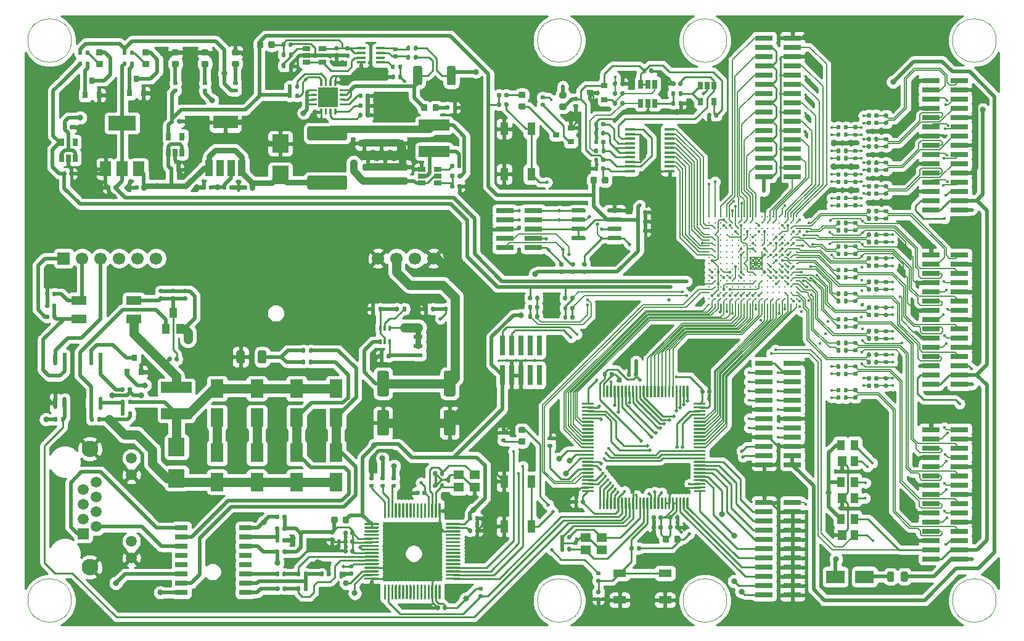
<source format=gbr>
%TF.GenerationSoftware,KiCad,Pcbnew,5.1.10-88a1d61d58~90~ubuntu20.04.1*%
%TF.CreationDate,2021-07-15T14:53:32+08:00*%
%TF.ProjectId,TestAutomation,54657374-4175-4746-9f6d-6174696f6e2e,rev?*%
%TF.SameCoordinates,Original*%
%TF.FileFunction,Copper,L1,Top*%
%TF.FilePolarity,Positive*%
%FSLAX46Y46*%
G04 Gerber Fmt 4.6, Leading zero omitted, Abs format (unit mm)*
G04 Created by KiCad (PCBNEW 5.1.10-88a1d61d58~90~ubuntu20.04.1) date 2021-07-15 14:53:32*
%MOMM*%
%LPD*%
G01*
G04 APERTURE LIST*
%TA.AperFunction,EtchedComponent*%
%ADD10C,0.120000*%
%TD*%
%TA.AperFunction,SMDPad,CuDef*%
%ADD11C,0.320000*%
%TD*%
%TA.AperFunction,ComponentPad*%
%ADD12C,1.700000*%
%TD*%
%TA.AperFunction,ComponentPad*%
%ADD13R,1.700000X1.700000*%
%TD*%
%TA.AperFunction,SMDPad,CuDef*%
%ADD14R,1.400000X1.200000*%
%TD*%
%TA.AperFunction,SMDPad,CuDef*%
%ADD15R,4.200000X1.500000*%
%TD*%
%TA.AperFunction,SMDPad,CuDef*%
%ADD16R,0.900000X0.800000*%
%TD*%
%TA.AperFunction,SMDPad,CuDef*%
%ADD17R,0.650000X1.220000*%
%TD*%
%TA.AperFunction,SMDPad,CuDef*%
%ADD18R,0.650000X1.060000*%
%TD*%
%TA.AperFunction,SMDPad,CuDef*%
%ADD19R,2.700000X2.700000*%
%TD*%
%TA.AperFunction,SMDPad,CuDef*%
%ADD20R,2.300000X2.500000*%
%TD*%
%TA.AperFunction,SMDPad,CuDef*%
%ADD21R,2.400000X0.740000*%
%TD*%
%TA.AperFunction,SMDPad,CuDef*%
%ADD22R,1.100000X1.800000*%
%TD*%
%TA.AperFunction,SMDPad,CuDef*%
%ADD23R,1.060000X0.650000*%
%TD*%
%TA.AperFunction,SMDPad,CuDef*%
%ADD24R,1.000000X2.200000*%
%TD*%
%TA.AperFunction,SMDPad,CuDef*%
%ADD25R,3.400000X1.800000*%
%TD*%
%TA.AperFunction,SMDPad,CuDef*%
%ADD26R,0.532132X1.702833*%
%TD*%
%TA.AperFunction,SMDPad,CuDef*%
%ADD27R,1.220000X0.400000*%
%TD*%
%TA.AperFunction,SMDPad,CuDef*%
%ADD28R,1.454899X0.354800*%
%TD*%
%TA.AperFunction,SMDPad,CuDef*%
%ADD29R,1.193800X0.558800*%
%TD*%
%TA.AperFunction,SMDPad,CuDef*%
%ADD30R,0.740000X2.790000*%
%TD*%
%TA.AperFunction,SMDPad,CuDef*%
%ADD31R,3.800000X2.000000*%
%TD*%
%TA.AperFunction,SMDPad,CuDef*%
%ADD32R,1.500000X2.000000*%
%TD*%
%TA.AperFunction,SMDPad,CuDef*%
%ADD33R,1.700000X0.760000*%
%TD*%
%TA.AperFunction,SMDPad,CuDef*%
%ADD34R,1.800000X1.100000*%
%TD*%
%TA.AperFunction,SMDPad,CuDef*%
%ADD35R,0.800000X0.900000*%
%TD*%
%TA.AperFunction,SMDPad,CuDef*%
%ADD36R,0.400000X0.650000*%
%TD*%
%TA.AperFunction,SMDPad,CuDef*%
%ADD37R,1.000000X1.400000*%
%TD*%
%TA.AperFunction,ComponentPad*%
%ADD38C,1.500000*%
%TD*%
%TA.AperFunction,ComponentPad*%
%ADD39C,2.300000*%
%TD*%
%TA.AperFunction,ComponentPad*%
%ADD40R,1.500000X1.500000*%
%TD*%
%TA.AperFunction,SMDPad,CuDef*%
%ADD41R,2.000000X1.200000*%
%TD*%
%TA.AperFunction,SMDPad,CuDef*%
%ADD42R,1.800000X2.500000*%
%TD*%
%TA.AperFunction,SMDPad,CuDef*%
%ADD43R,2.500000X1.800000*%
%TD*%
%TA.AperFunction,SMDPad,CuDef*%
%ADD44R,1.200000X1.400000*%
%TD*%
%TA.AperFunction,ViaPad*%
%ADD45C,0.450000*%
%TD*%
%TA.AperFunction,ViaPad*%
%ADD46C,0.800000*%
%TD*%
%TA.AperFunction,ViaPad*%
%ADD47C,0.500000*%
%TD*%
%TA.AperFunction,Conductor*%
%ADD48C,0.508000*%
%TD*%
%TA.AperFunction,Conductor*%
%ADD49C,1.270000*%
%TD*%
%TA.AperFunction,Conductor*%
%ADD50C,0.254000*%
%TD*%
%TA.AperFunction,Conductor*%
%ADD51C,0.127000*%
%TD*%
%TA.AperFunction,Conductor*%
%ADD52C,0.250000*%
%TD*%
%TA.AperFunction,Conductor*%
%ADD53C,1.016000*%
%TD*%
%TA.AperFunction,Conductor*%
%ADD54C,0.762000*%
%TD*%
%TA.AperFunction,Conductor*%
%ADD55C,0.100000*%
%TD*%
G04 APERTURE END LIST*
D10*
%TO.C,M3*%
X156000000Y-57000000D02*
G75*
G03*
X156000000Y-57000000I-3000000J0D01*
G01*
X156000000Y-134000000D02*
G75*
G03*
X156000000Y-134000000I-3000000J0D01*
G01*
X176000000Y-57000000D02*
G75*
G03*
X176000000Y-57000000I-3000000J0D01*
G01*
X176000000Y-134000000D02*
G75*
G03*
X176000000Y-134000000I-3000000J0D01*
G01*
X213000000Y-57000000D02*
G75*
G03*
X213000000Y-57000000I-3000000J0D01*
G01*
X86000000Y-57000000D02*
G75*
G03*
X86000000Y-57000000I-3000000J0D01*
G01*
X86000000Y-134000000D02*
G75*
G03*
X86000000Y-134000000I-3000000J0D01*
G01*
X213000000Y-134000000D02*
G75*
G03*
X213000000Y-134000000I-3000000J0D01*
G01*
%TD*%
D11*
%TO.P,U4,T16*%
%TO.N,/FPGA/FPGA_KEY*%
X173592000Y-81249000D03*
%TO.P,U4,R16*%
%TO.N,Net-(U4-PadR16)*%
X173592000Y-82049000D03*
%TO.P,U4,P16*%
%TO.N,/ADC_D7*%
X173592000Y-82849000D03*
%TO.P,U4,N16*%
%TO.N,/ADC_D6*%
X173592000Y-83649000D03*
%TO.P,U4,M16*%
%TO.N,/ADC_D4*%
X173592000Y-84449000D03*
%TO.P,U4,L16*%
%TO.N,/ADC_D3*%
X173592000Y-85249000D03*
%TO.P,U4,K16*%
%TO.N,/ADC_D1*%
X173592000Y-86049000D03*
%TO.P,U4,J16*%
%TO.N,Net-(U4-PadJ16)*%
X173592000Y-86849000D03*
%TO.P,U4,H16*%
%TO.N,Net-(U4-PadH16)*%
X173592000Y-87649000D03*
%TO.P,U4,G16*%
%TO.N,/EEM2_IIC_SDA*%
X173592000Y-88449000D03*
%TO.P,U4,F16*%
%TO.N,/EEM2_IIC_SCL*%
X173592000Y-89249000D03*
%TO.P,U4,E16*%
%TO.N,Net-(U4-PadE16)*%
X173592000Y-90049000D03*
%TO.P,U4,D16*%
%TO.N,Net-(U4-PadD16)*%
X173592000Y-90849000D03*
%TO.P,U4,C16*%
%TO.N,/IIC_SDA*%
X173592000Y-91649000D03*
%TO.P,U4,B16*%
%TO.N,Net-(U4-PadB16)*%
X173592000Y-92449000D03*
%TO.P,U4,A16*%
%TO.N,/FSMC_NE1*%
X173592000Y-93249000D03*
%TO.P,U4,T15*%
%TO.N,/FPGA/FPGA_LED*%
X174392000Y-81249000D03*
%TO.P,U4,R15*%
%TO.N,Net-(U4-PadR15)*%
X174392000Y-82049000D03*
%TO.P,U4,P15*%
%TO.N,/ADC_CLK*%
X174392000Y-82849000D03*
%TO.P,U4,N15*%
%TO.N,+3V3*%
X174392000Y-83649000D03*
%TO.P,U4,M15*%
%TO.N,/ADC_D5*%
X174392000Y-84449000D03*
%TO.P,U4,L15*%
%TO.N,GND*%
X174392000Y-85249000D03*
%TO.P,U4,K15*%
%TO.N,/ADC_D2*%
X174392000Y-86049000D03*
%TO.P,U4,J15*%
%TO.N,/ADC_D0*%
X174392000Y-86849000D03*
%TO.P,U4,H15*%
%TO.N,+3V3*%
X174392000Y-87649000D03*
%TO.P,U4,G15*%
%TO.N,Net-(U4-PadG15)*%
X174392000Y-88449000D03*
%TO.P,U4,F15*%
%TO.N,Net-(U4-PadF15)*%
X174392000Y-89249000D03*
%TO.P,U4,E15*%
%TO.N,GND*%
X174392000Y-90049000D03*
%TO.P,U4,D15*%
%TO.N,/IIC_SCL*%
X174392000Y-90849000D03*
%TO.P,U4,C15*%
%TO.N,+3V3*%
X174392000Y-91649000D03*
%TO.P,U4,B15*%
%TO.N,/FSMC_NWAIT*%
X174392000Y-92449000D03*
%TO.P,U4,A15*%
%TO.N,/FSMC_NWE*%
X174392000Y-93249000D03*
%TO.P,U4,T14*%
%TO.N,/FPGA_IO15*%
X175192000Y-81249000D03*
%TO.P,U4,R14*%
%TO.N,Net-(U4-PadR14)*%
X175192000Y-82049000D03*
%TO.P,U4,P14*%
%TO.N,Net-(U4-PadP14)*%
X175192000Y-82849000D03*
%TO.P,U4,N14*%
%TO.N,N/C*%
X175192000Y-83649000D03*
%TO.P,U4,M14*%
%TO.N,Net-(U4-PadM14)*%
X175192000Y-84449000D03*
%TO.P,U4,L14*%
%TO.N,Net-(U4-PadL14)*%
X175192000Y-85249000D03*
%TO.P,U4,K14*%
%TO.N,Net-(U4-PadK14)*%
X175192000Y-86049000D03*
%TO.P,U4,J14*%
%TO.N,Net-(U4-PadJ14)*%
X175192000Y-86849000D03*
%TO.P,U4,H14*%
%TO.N,Net-(U4-PadH14)*%
X175192000Y-87649000D03*
%TO.P,U4,G14*%
%TO.N,/EEM0_IIC_SDA*%
X175192000Y-88449000D03*
%TO.P,U4,F14*%
%TO.N,/EEM1_IIC_SDA*%
X175192000Y-89249000D03*
%TO.P,U4,E14*%
%TO.N,Net-(U4-PadE14)*%
X175192000Y-90049000D03*
%TO.P,U4,D14*%
%TO.N,Net-(U4-PadD14)*%
X175192000Y-90849000D03*
%TO.P,U4,C14*%
%TO.N,/FSMC_NL*%
X175192000Y-91649000D03*
%TO.P,U4,B14*%
%TO.N,/FSMC_NOE*%
X175192000Y-92449000D03*
%TO.P,U4,A14*%
%TO.N,+1V2*%
X175192000Y-93249000D03*
%TO.P,U4,T13*%
%TO.N,/FPGA_IO13*%
X175992000Y-81249000D03*
%TO.P,U4,R13*%
%TO.N,+3V3*%
X175992000Y-82049000D03*
%TO.P,U4,P13*%
%TO.N,/CSBSEL1*%
X175992000Y-82849000D03*
%TO.P,U4,N13*%
%TO.N,+3V3*%
X175992000Y-83649000D03*
%TO.P,U4,M13*%
%TO.N,Net-(U4-PadM13)*%
X175992000Y-84449000D03*
%TO.P,U4,L13*%
%TO.N,Net-(U4-PadL13)*%
X175992000Y-85249000D03*
%TO.P,U4,K13*%
%TO.N,Net-(U4-PadK13)*%
X175992000Y-86049000D03*
%TO.P,U4,J13*%
%TO.N,Net-(U4-PadJ13)*%
X175992000Y-86849000D03*
%TO.P,U4,H13*%
%TO.N,Net-(U4-PadH13)*%
X175992000Y-87649000D03*
%TO.P,U4,G13*%
%TO.N,Net-(U4-PadG13)*%
X175992000Y-88449000D03*
%TO.P,U4,F13*%
%TO.N,/EEM1_IIC_SCL*%
X175992000Y-89249000D03*
%TO.P,U4,E13*%
%TO.N,Net-(U4-PadE13)*%
X175992000Y-90049000D03*
%TO.P,U4,D13*%
%TO.N,Net-(U4-PadD13)*%
X175992000Y-90849000D03*
%TO.P,U4,C13*%
%TO.N,/FSMC_NBL0*%
X175992000Y-91649000D03*
%TO.P,U4,B13*%
%TO.N,/FSMC_CLK*%
X175992000Y-92449000D03*
%TO.P,U4,A13*%
%TO.N,+3V3*%
X175992000Y-93249000D03*
%TO.P,U4,T12*%
%TO.N,GND*%
X176792000Y-81249000D03*
%TO.P,U4,R12*%
%TO.N,/SPI_CS*%
X176792000Y-82049000D03*
%TO.P,U4,P12*%
%TO.N,/SPI_MISO*%
X176792000Y-82849000D03*
%TO.P,U4,N12*%
%TO.N,Net-(U4-PadN12)*%
X176792000Y-83649000D03*
%TO.P,U4,M12*%
%TO.N,Net-(U4-PadM12)*%
X176792000Y-84449000D03*
%TO.P,U4,L12*%
%TO.N,Net-(U4-PadL12)*%
X176792000Y-85249000D03*
%TO.P,U4,K12*%
%TO.N,Net-(U4-PadK12)*%
X176792000Y-86049000D03*
%TO.P,U4,J12*%
%TO.N,Net-(U4-PadJ12)*%
X176792000Y-86849000D03*
%TO.P,U4,H12*%
%TO.N,Net-(U4-PadH12)*%
X176792000Y-87649000D03*
%TO.P,U4,G12*%
%TO.N,Net-(U4-PadG12)*%
X176792000Y-88449000D03*
%TO.P,U4,F12*%
%TO.N,Net-(U4-PadF12)*%
X176792000Y-89249000D03*
%TO.P,U4,E12*%
%TO.N,+2V5*%
X176792000Y-90049000D03*
%TO.P,U4,D12*%
%TO.N,Net-(U4-PadD12)*%
X176792000Y-90849000D03*
%TO.P,U4,C12*%
%TO.N,/FSMC_NBL1*%
X176792000Y-91649000D03*
%TO.P,U4,B12*%
%TO.N,/FSMC_D3*%
X176792000Y-92449000D03*
%TO.P,U4,A12*%
%TO.N,GND*%
X176792000Y-93249000D03*
%TO.P,U4,T11*%
%TO.N,/FPGA_IO11*%
X177592000Y-81249000D03*
%TO.P,U4,R11*%
%TO.N,/SPI_SCK*%
X177592000Y-82049000D03*
%TO.P,U4,P11*%
%TO.N,/SPI_MOSI*%
X177592000Y-82849000D03*
%TO.P,U4,N11*%
%TO.N,/CRESET*%
X177592000Y-83649000D03*
%TO.P,U4,M11*%
%TO.N,Net-(U4-PadM11)*%
X177592000Y-84449000D03*
%TO.P,U4,L11*%
%TO.N,Net-(U4-PadL11)*%
X177592000Y-85249000D03*
%TO.P,U4,K11*%
%TO.N,/CSBSEL0*%
X177592000Y-86049000D03*
%TO.P,U4,J11*%
%TO.N,Net-(U4-PadJ11)*%
X177592000Y-86849000D03*
%TO.P,U4,H11*%
%TO.N,Net-(U4-PadH11)*%
X177592000Y-87649000D03*
%TO.P,U4,G11*%
%TO.N,Net-(U4-PadG11)*%
X177592000Y-88449000D03*
%TO.P,U4,F11*%
%TO.N,/EEM0_IIC_SCL*%
X177592000Y-89249000D03*
%TO.P,U4,E11*%
%TO.N,Net-(U4-PadE11)*%
X177592000Y-90049000D03*
%TO.P,U4,D11*%
%TO.N,Net-(U4-PadD11)*%
X177592000Y-90849000D03*
%TO.P,U4,C11*%
%TO.N,/FSMC_A7*%
X177592000Y-91649000D03*
%TO.P,U4,B11*%
%TO.N,/FSMC_D2*%
X177592000Y-92449000D03*
%TO.P,U4,A11*%
%TO.N,/FSMC_D1*%
X177592000Y-93249000D03*
%TO.P,U4,T10*%
%TO.N,/FPGA_IO9*%
X178392000Y-81249000D03*
%TO.P,U4,R10*%
%TO.N,/FPGA_IO7*%
X178392000Y-82049000D03*
%TO.P,U4,P10*%
%TO.N,Net-(U4-PadP10)*%
X178392000Y-82849000D03*
%TO.P,U4,N10*%
%TO.N,Net-(U4-PadN10)*%
X178392000Y-83649000D03*
%TO.P,U4,M10*%
%TO.N,/CDONE*%
X178392000Y-84449000D03*
%TO.P,U4,L10*%
%TO.N,Net-(U4-PadL10)*%
X178392000Y-85249000D03*
%TO.P,U4,K10*%
%TO.N,+1V2*%
X178392000Y-86049000D03*
%TO.P,U4,J10*%
%TO.N,Net-(U4-PadJ10)*%
X178392000Y-86849000D03*
%TO.P,U4,H10*%
%TO.N,+3V3*%
X178392000Y-87649000D03*
%TO.P,U4,G10*%
%TO.N,Net-(U4-PadG10)*%
X178392000Y-88449000D03*
%TO.P,U4,F10*%
%TO.N,+1V2*%
X178392000Y-89249000D03*
%TO.P,U4,E10*%
%TO.N,Net-(U4-PadE10)*%
X178392000Y-90049000D03*
%TO.P,U4,D10*%
%TO.N,Net-(U4-PadD10)*%
X178392000Y-90849000D03*
%TO.P,U4,C10*%
%TO.N,/FSMC_A3*%
X178392000Y-91649000D03*
%TO.P,U4,B10*%
%TO.N,/FSMC_D0*%
X178392000Y-92449000D03*
%TO.P,U4,A10*%
%TO.N,/FSMC_A2*%
X178392000Y-93249000D03*
%TO.P,U4,T9*%
%TO.N,/FPGA_IO5*%
X179192000Y-81249000D03*
%TO.P,U4,R9*%
%TO.N,/FPGA_IO3*%
X179192000Y-82049000D03*
%TO.P,U4,P9*%
%TO.N,Net-(U4-PadP9)*%
X179192000Y-82849000D03*
%TO.P,U4,N9*%
%TO.N,Net-(U4-PadN9)*%
X179192000Y-83649000D03*
%TO.P,U4,M9*%
%TO.N,Net-(U4-PadM9)*%
X179192000Y-84449000D03*
%TO.P,U4,L9*%
%TO.N,Net-(U4-PadL9)*%
X179192000Y-85249000D03*
%TO.P,U4,K9*%
%TO.N,Net-(U4-PadK9)*%
X179192000Y-86049000D03*
%TO.P,U4,J9*%
%TO.N,GND*%
X179192000Y-86849000D03*
%TO.P,U4,H9*%
X179192000Y-87649000D03*
%TO.P,U4,G9*%
X179192000Y-88449000D03*
%TO.P,U4,F9*%
%TO.N,Net-(U4-PadF9)*%
X179192000Y-89249000D03*
%TO.P,U4,E9*%
%TO.N,Net-(U4-PadE9)*%
X179192000Y-90049000D03*
%TO.P,U4,D9*%
%TO.N,Net-(U4-PadD9)*%
X179192000Y-90849000D03*
%TO.P,U4,C9*%
%TO.N,/FSMC_A4*%
X179192000Y-91649000D03*
%TO.P,U4,B9*%
%TO.N,/FSMC_A1*%
X179192000Y-92449000D03*
%TO.P,U4,A9*%
%TO.N,/FSMC_A0*%
X179192000Y-93249000D03*
%TO.P,U4,T8*%
%TO.N,/FPGA_IO1*%
X179992000Y-81249000D03*
%TO.P,U4,R8*%
%TO.N,+3V3*%
X179992000Y-82049000D03*
%TO.P,U4,P8*%
%TO.N,Net-(U4-PadP8)*%
X179992000Y-82849000D03*
%TO.P,U4,N8*%
%TO.N,/FPGA/GNDPLL0*%
X179992000Y-83649000D03*
%TO.P,U4,M8*%
%TO.N,Net-(U4-PadM8)*%
X179992000Y-84449000D03*
%TO.P,U4,L8*%
%TO.N,/FPGA/VCCPLL0*%
X179992000Y-85249000D03*
%TO.P,U4,K8*%
%TO.N,+3V3*%
X179992000Y-86049000D03*
%TO.P,U4,J8*%
%TO.N,GND*%
X179992000Y-86849000D03*
%TO.P,U4,H8*%
X179992000Y-87649000D03*
%TO.P,U4,G8*%
X179992000Y-88449000D03*
%TO.P,U4,F8*%
%TO.N,+3V3*%
X179992000Y-89249000D03*
%TO.P,U4,E8*%
%TO.N,/FPGA/VCCPLL1*%
X179992000Y-90049000D03*
%TO.P,U4,D8*%
%TO.N,Net-(U4-PadD8)*%
X179992000Y-90849000D03*
%TO.P,U4,C8*%
%TO.N,/FSMC_A5*%
X179992000Y-91649000D03*
%TO.P,U4,B8*%
%TO.N,/FSMC_D15*%
X179992000Y-92449000D03*
%TO.P,U4,A8*%
%TO.N,+3V3*%
X179992000Y-93249000D03*
%TO.P,U4,T7*%
%TO.N,Net-(U4-PadT7)*%
X180792000Y-81249000D03*
%TO.P,U4,R7*%
%TO.N,GND*%
X180792000Y-82049000D03*
%TO.P,U4,P7*%
%TO.N,Net-(U4-PadP7)*%
X180792000Y-82849000D03*
%TO.P,U4,N7*%
%TO.N,Net-(U4-PadN7)*%
X180792000Y-83649000D03*
%TO.P,U4,M7*%
%TO.N,Net-(U4-PadM7)*%
X180792000Y-84449000D03*
%TO.P,U4,L7*%
%TO.N,/FPGA/LVDS0_1_P*%
X180792000Y-85249000D03*
%TO.P,U4,K7*%
%TO.N,GND*%
X180792000Y-86049000D03*
%TO.P,U4,J7*%
X180792000Y-86849000D03*
%TO.P,U4,H7*%
X180792000Y-87649000D03*
%TO.P,U4,G7*%
X180792000Y-88449000D03*
%TO.P,U4,F7*%
%TO.N,Net-(U4-PadF7)*%
X180792000Y-89249000D03*
%TO.P,U4,E7*%
%TO.N,/FPGA/GNDPLL1*%
X180792000Y-90049000D03*
%TO.P,U4,D7*%
%TO.N,Net-(U4-PadD7)*%
X180792000Y-90849000D03*
%TO.P,U4,C7*%
%TO.N,/FSMC_A6*%
X180792000Y-91649000D03*
%TO.P,U4,B7*%
%TO.N,/FSMC_D14*%
X180792000Y-92449000D03*
%TO.P,U4,A7*%
%TO.N,/FSMC_D13*%
X180792000Y-93249000D03*
%TO.P,U4,T6*%
%TO.N,Net-(U4-PadT6)*%
X181592000Y-81249000D03*
%TO.P,U4,R6*%
%TO.N,/FPGA_IO0*%
X181592000Y-82049000D03*
%TO.P,U4,P6*%
%TO.N,Net-(U4-PadP6)*%
X181592000Y-82849000D03*
%TO.P,U4,N6*%
%TO.N,Net-(U4-PadN6)*%
X181592000Y-83649000D03*
%TO.P,U4,M6*%
%TO.N,Net-(U4-PadM6)*%
X181592000Y-84449000D03*
%TO.P,U4,L6*%
%TO.N,/FPGA/LVDS0_3_P*%
X181592000Y-85249000D03*
%TO.P,U4,K6*%
%TO.N,+1V2*%
X181592000Y-86049000D03*
%TO.P,U4,J6*%
%TO.N,+2V5*%
X181592000Y-86849000D03*
%TO.P,U4,H6*%
%TO.N,/FPGA/LVDS2_0_P*%
X181592000Y-87649000D03*
%TO.P,U4,G6*%
%TO.N,+2V5*%
X181592000Y-88449000D03*
%TO.P,U4,F6*%
%TO.N,+1V2*%
X181592000Y-89249000D03*
%TO.P,U4,E6*%
%TO.N,Net-(U4-PadE6)*%
X181592000Y-90049000D03*
%TO.P,U4,D6*%
%TO.N,Net-(U4-PadD6)*%
X181592000Y-90849000D03*
%TO.P,U4,C6*%
%TO.N,Net-(U4-PadC6)*%
X181592000Y-91649000D03*
%TO.P,U4,B6*%
%TO.N,/FSMC_D12*%
X181592000Y-92449000D03*
%TO.P,U4,A6*%
%TO.N,/FSMC_D11*%
X181592000Y-93249000D03*
%TO.P,U4,T5*%
%TO.N,/FPGA_IO2*%
X182392000Y-81249000D03*
%TO.P,U4,R5*%
%TO.N,/FPGA_IO4*%
X182392000Y-82049000D03*
%TO.P,U4,P5*%
%TO.N,Net-(U4-PadP5)*%
X182392000Y-82849000D03*
%TO.P,U4,N5*%
%TO.N,Net-(U4-PadN5)*%
X182392000Y-83649000D03*
%TO.P,U4,M5*%
%TO.N,/FPGA/LVDS1_0_N*%
X182392000Y-84449000D03*
%TO.P,U4,L5*%
%TO.N,Net-(U4-PadL5)*%
X182392000Y-85249000D03*
%TO.P,U4,K5*%
%TO.N,/FPGA/LVDS1_2_P*%
X182392000Y-86049000D03*
%TO.P,U4,J5*%
%TO.N,/FPGA/LVDS1_7_P*%
X182392000Y-86849000D03*
%TO.P,U4,H5*%
%TO.N,/FPGA/LVDS2_1_P*%
X182392000Y-87649000D03*
%TO.P,U4,G5*%
%TO.N,/FPGA/LVDS2_3_P*%
X182392000Y-88449000D03*
%TO.P,U4,F5*%
%TO.N,/FPGA/LVDS2_5_P*%
X182392000Y-89249000D03*
%TO.P,U4,E5*%
%TO.N,Net-(U4-PadE5)*%
X182392000Y-90049000D03*
%TO.P,U4,D5*%
%TO.N,Net-(U4-PadD5)*%
X182392000Y-90849000D03*
%TO.P,U4,C5*%
%TO.N,Net-(U4-PadC5)*%
X182392000Y-91649000D03*
%TO.P,U4,B5*%
%TO.N,/FSMC_D10*%
X182392000Y-92449000D03*
%TO.P,U4,A5*%
%TO.N,/FSMC_D9*%
X182392000Y-93249000D03*
%TO.P,U4,T4*%
%TO.N,GND*%
X183192000Y-81249000D03*
%TO.P,U4,R4*%
%TO.N,Net-(U4-PadR4)*%
X183192000Y-82049000D03*
%TO.P,U4,P4*%
%TO.N,Net-(U4-PadP4)*%
X183192000Y-82849000D03*
%TO.P,U4,N4*%
%TO.N,/FPGA/LVDS0_0_N*%
X183192000Y-83649000D03*
%TO.P,U4,M4*%
%TO.N,/FPGA/LVDS1_1_N*%
X183192000Y-84449000D03*
%TO.P,U4,L4*%
%TO.N,/FPGA/LVDS0_5_P*%
X183192000Y-85249000D03*
%TO.P,U4,K4*%
%TO.N,/FPGA/LVDS1_3_P*%
X183192000Y-86049000D03*
%TO.P,U4,J4*%
%TO.N,/FPGA/LVDS0_7_P*%
X183192000Y-86849000D03*
%TO.P,U4,H4*%
%TO.N,/FPGA/LVDS0_2_P*%
X183192000Y-87649000D03*
%TO.P,U4,G4*%
%TO.N,/FPGA/LVDS0_6_P*%
X183192000Y-88449000D03*
%TO.P,U4,F4*%
%TO.N,/FPGA/LVDS2_2_P*%
X183192000Y-89249000D03*
%TO.P,U4,E4*%
%TO.N,/FPGA/LVDS2_7_P*%
X183192000Y-90049000D03*
%TO.P,U4,D4*%
%TO.N,Net-(U4-PadD4)*%
X183192000Y-90849000D03*
%TO.P,U4,C4*%
%TO.N,Net-(U4-PadC4)*%
X183192000Y-91649000D03*
%TO.P,U4,B4*%
%TO.N,/FSMC_D8*%
X183192000Y-92449000D03*
%TO.P,U4,A4*%
%TO.N,GND*%
X183192000Y-93249000D03*
%TO.P,U4,T3*%
%TO.N,/FPGA_IO6*%
X183992000Y-81249000D03*
%TO.P,U4,R3*%
%TO.N,/FPGA_IO8*%
X183992000Y-82049000D03*
%TO.P,U4,P3*%
%TO.N,+3V3*%
X183992000Y-82849000D03*
%TO.P,U4,N3*%
%TO.N,Net-(U4-PadN3)*%
X183992000Y-83649000D03*
%TO.P,U4,M3*%
%TO.N,Net-(U4-PadM3)*%
X183992000Y-84449000D03*
%TO.P,U4,L3*%
%TO.N,/FPGA/LVDS0_3_N*%
X183992000Y-85249000D03*
%TO.P,U4,K3*%
%TO.N,/FPGA/LVDS1_4_N*%
X183992000Y-86049000D03*
%TO.P,U4,J3*%
%TO.N,/FPGA/LVDS1_6_P*%
X183992000Y-86849000D03*
%TO.P,U4,H3*%
%TO.N,/FPGA/LVDS0_4_P*%
X183992000Y-87649000D03*
%TO.P,U4,G3*%
%TO.N,/FPGA/LVDS2_6_P*%
X183992000Y-88449000D03*
%TO.P,U4,F3*%
%TO.N,/FPGA/LVDS2_6_N*%
X183992000Y-89249000D03*
%TO.P,U4,E3*%
%TO.N,/FPGA/LVDS0_6_N*%
X183992000Y-90049000D03*
%TO.P,U4,D3*%
%TO.N,Net-(U4-PadD3)*%
X183992000Y-90849000D03*
%TO.P,U4,C3*%
%TO.N,/FSMC_D6*%
X183992000Y-91649000D03*
%TO.P,U4,B3*%
%TO.N,/FSMC_D7*%
X183992000Y-92449000D03*
%TO.P,U4,A3*%
%TO.N,+3V3*%
X183992000Y-93249000D03*
%TO.P,U4,T2*%
%TO.N,/FPGA_IO10*%
X184792000Y-81249000D03*
%TO.P,U4,R2*%
%TO.N,/FPGA_IO12*%
X184792000Y-82049000D03*
%TO.P,U4,P2*%
%TO.N,/FPGA/LVDS1_0_P*%
X184792000Y-82849000D03*
%TO.P,U4,N2*%
%TO.N,/FPGA/LVDS0_1_N*%
X184792000Y-83649000D03*
%TO.P,U4,M2*%
%TO.N,/FPGA/LVDS1_2_N*%
X184792000Y-84449000D03*
%TO.P,U4,L2*%
%TO.N,+1V2*%
X184792000Y-85249000D03*
%TO.P,U4,K2*%
%TO.N,GND*%
X184792000Y-86049000D03*
%TO.P,U4,J2*%
%TO.N,/FPGA/LVDS1_5_P*%
X184792000Y-86849000D03*
%TO.P,U4,H2*%
%TO.N,/FPGA/LVDS0_7_N*%
X184792000Y-87649000D03*
%TO.P,U4,G2*%
%TO.N,/FPGA/LVDS0_2_N*%
X184792000Y-88449000D03*
%TO.P,U4,F2*%
%TO.N,/FPGA/LVDS0_4_N*%
X184792000Y-89249000D03*
%TO.P,U4,E2*%
%TO.N,/FPGA/LVDS2_1_N*%
X184792000Y-90049000D03*
%TO.P,U4,D2*%
%TO.N,/FPGA/LVDS2_2_N*%
X184792000Y-90849000D03*
%TO.P,U4,C2*%
%TO.N,/FPGA/LVDS2_4_N*%
X184792000Y-91649000D03*
%TO.P,U4,B2*%
%TO.N,/FPGA/LVDS2_7_N*%
X184792000Y-92449000D03*
%TO.P,U4,A2*%
%TO.N,/FSMC_D5*%
X184792000Y-93249000D03*
%TO.P,U4,T1*%
%TO.N,/FPGA_IO14*%
X185592000Y-81249000D03*
%TO.P,U4,R1*%
%TO.N,/FPGA/LVDS0_0_P*%
X185592000Y-82049000D03*
%TO.P,U4,P1*%
%TO.N,/FPGA/LVDS1_1_P*%
X185592000Y-82849000D03*
%TO.P,U4,N1*%
%TO.N,+2V5*%
X185592000Y-83649000D03*
%TO.P,U4,M1*%
%TO.N,/FPGA/LVDS1_3_N*%
X185592000Y-84449000D03*
%TO.P,U4,L1*%
%TO.N,/FPGA/LVDS0_5_N*%
X185592000Y-85249000D03*
%TO.P,U4,K1*%
%TO.N,/FPGA/LVDS1_4_P*%
X185592000Y-86049000D03*
%TO.P,U4,J1*%
%TO.N,/FPGA/LVDS1_5_N*%
X185592000Y-86849000D03*
%TO.P,U4,H1*%
%TO.N,/FPGA/LVDS1_6_N*%
X185592000Y-87649000D03*
%TO.P,U4,G1*%
%TO.N,/FPGA/LVDS1_7_N*%
X185592000Y-88449000D03*
%TO.P,U4,F1*%
%TO.N,/FPGA/LVDS2_0_N*%
X185592000Y-89249000D03*
%TO.P,U4,E1*%
%TO.N,+2V5*%
X185592000Y-90049000D03*
%TO.P,U4,D1*%
%TO.N,/FPGA/LVDS2_3_N*%
X185592000Y-90849000D03*
%TO.P,U4,C1*%
%TO.N,/FPGA/LVDS2_4_P*%
X185592000Y-91649000D03*
%TO.P,U4,B1*%
%TO.N,/FPGA/LVDS2_5_N*%
X185592000Y-92449000D03*
%TO.P,U4,A1*%
%TO.N,/FSMC_D4*%
X185592000Y-93249000D03*
%TD*%
D12*
%TO.P,U12,6*%
%TO.N,Net-(U12-Pad6)*%
X97618000Y-86946000D03*
%TO.P,U12,10*%
%TO.N,GND*%
X135718000Y-86946000D03*
%TO.P,U12,9*%
%TO.N,Net-(U12-Pad9)*%
X133178000Y-86946000D03*
%TO.P,U12,8*%
%TO.N,Net-(C57-Pad1)*%
X130638000Y-86946000D03*
%TO.P,U12,7*%
%TO.N,GND*%
X128098000Y-86946000D03*
%TO.P,U12,5*%
%TO.N,Net-(U12-Pad5)*%
X95078000Y-86946000D03*
%TO.P,U12,4*%
%TO.N,Net-(U12-Pad4)*%
X92538000Y-86946000D03*
%TO.P,U12,3*%
%TO.N,Net-(U10-Pad2)*%
X89998000Y-86946000D03*
%TO.P,U12,2*%
%TO.N,Net-(C51-Pad1)*%
X87458000Y-86946000D03*
D13*
%TO.P,U12,1*%
%TO.N,Net-(R98-Pad2)*%
X84918000Y-86946000D03*
%TD*%
D14*
%TO.P,Y2,1*%
%TO.N,Net-(C75-Pad1)*%
X158810000Y-125330000D03*
%TO.P,Y2,2*%
%TO.N,GND*%
X156610000Y-125330000D03*
%TO.P,Y2,3*%
%TO.N,Net-(C76-Pad1)*%
X156610000Y-127030000D03*
%TO.P,Y2,4*%
%TO.N,GND*%
X158810000Y-127030000D03*
%TD*%
%TO.P,Y1,1*%
%TO.N,Net-(C60-Pad1)*%
X141344000Y-116726000D03*
%TO.P,Y1,2*%
%TO.N,GND*%
X139144000Y-116726000D03*
%TO.P,Y1,3*%
%TO.N,Net-(C59-Pad1)*%
X139144000Y-118426000D03*
%TO.P,Y1,4*%
%TO.N,GND*%
X141344000Y-118426000D03*
%TD*%
D15*
%TO.P,L3,1*%
%TO.N,/Ethernet/POE_VC+*%
X100400000Y-108300000D03*
%TO.P,L3,2*%
%TO.N,Net-(C45-Pad1)*%
X100400000Y-104700000D03*
%TD*%
%TO.P,F2,1*%
%TO.N,Net-(D5-Pad1)*%
%TA.AperFunction,SMDPad,CuDef*%
G36*
G01*
X198015000Y-131166250D02*
X198015000Y-130253750D01*
G75*
G02*
X198258750Y-130010000I243750J0D01*
G01*
X198746250Y-130010000D01*
G75*
G02*
X198990000Y-130253750I0J-243750D01*
G01*
X198990000Y-131166250D01*
G75*
G02*
X198746250Y-131410000I-243750J0D01*
G01*
X198258750Y-131410000D01*
G75*
G02*
X198015000Y-131166250I0J243750D01*
G01*
G37*
%TD.AperFunction*%
%TO.P,F2,2*%
%TO.N,+3V3MP*%
%TA.AperFunction,SMDPad,CuDef*%
G36*
G01*
X199890000Y-131166250D02*
X199890000Y-130253750D01*
G75*
G02*
X200133750Y-130010000I243750J0D01*
G01*
X200621250Y-130010000D01*
G75*
G02*
X200865000Y-130253750I0J-243750D01*
G01*
X200865000Y-131166250D01*
G75*
G02*
X200621250Y-131410000I-243750J0D01*
G01*
X200133750Y-131410000D01*
G75*
G02*
X199890000Y-131166250I0J243750D01*
G01*
G37*
%TD.AperFunction*%
%TD*%
%TO.P,L4,1*%
%TO.N,Net-(C44-Pad1)*%
X135780000Y-72240000D03*
%TO.P,L4,2*%
%TO.N,Net-(C47-Pad1)*%
X135780000Y-68640000D03*
%TD*%
D16*
%TO.P,D23,1*%
%TO.N,Net-(D23-Pad1)*%
X159190000Y-65120000D03*
%TO.P,D23,2*%
%TO.N,/HighSpeedADC/+5VA*%
X159190000Y-63220000D03*
%TO.P,D23,3*%
%TO.N,GND*%
X157190000Y-64170000D03*
%TD*%
%TO.P,C98,1*%
%TO.N,/CurrentSenser/+3V3A*%
%TA.AperFunction,SMDPad,CuDef*%
G36*
G01*
X122240000Y-57790000D02*
X122580000Y-57790000D01*
G75*
G02*
X122720000Y-57930000I0J-140000D01*
G01*
X122720000Y-58210000D01*
G75*
G02*
X122580000Y-58350000I-140000J0D01*
G01*
X122240000Y-58350000D01*
G75*
G02*
X122100000Y-58210000I0J140000D01*
G01*
X122100000Y-57930000D01*
G75*
G02*
X122240000Y-57790000I140000J0D01*
G01*
G37*
%TD.AperFunction*%
%TO.P,C98,2*%
%TO.N,GND*%
%TA.AperFunction,SMDPad,CuDef*%
G36*
G01*
X122240000Y-58750000D02*
X122580000Y-58750000D01*
G75*
G02*
X122720000Y-58890000I0J-140000D01*
G01*
X122720000Y-59170000D01*
G75*
G02*
X122580000Y-59310000I-140000J0D01*
G01*
X122240000Y-59310000D01*
G75*
G02*
X122100000Y-59170000I0J140000D01*
G01*
X122100000Y-58890000D01*
G75*
G02*
X122240000Y-58750000I140000J0D01*
G01*
G37*
%TD.AperFunction*%
%TD*%
%TO.P,C97,1*%
%TO.N,/HighSpeedADC/+5VA*%
%TA.AperFunction,SMDPad,CuDef*%
G36*
G01*
X174820000Y-67100000D02*
X174820000Y-67440000D01*
G75*
G02*
X174680000Y-67580000I-140000J0D01*
G01*
X174400000Y-67580000D01*
G75*
G02*
X174260000Y-67440000I0J140000D01*
G01*
X174260000Y-67100000D01*
G75*
G02*
X174400000Y-66960000I140000J0D01*
G01*
X174680000Y-66960000D01*
G75*
G02*
X174820000Y-67100000I0J-140000D01*
G01*
G37*
%TD.AperFunction*%
%TO.P,C97,2*%
%TO.N,GND*%
%TA.AperFunction,SMDPad,CuDef*%
G36*
G01*
X173860000Y-67100000D02*
X173860000Y-67440000D01*
G75*
G02*
X173720000Y-67580000I-140000J0D01*
G01*
X173440000Y-67580000D01*
G75*
G02*
X173300000Y-67440000I0J140000D01*
G01*
X173300000Y-67100000D01*
G75*
G02*
X173440000Y-66960000I140000J0D01*
G01*
X173720000Y-66960000D01*
G75*
G02*
X173860000Y-67100000I0J-140000D01*
G01*
G37*
%TD.AperFunction*%
%TD*%
D17*
%TO.P,U2,1*%
%TO.N,Net-(R5-Pad2)*%
X164190000Y-65620000D03*
%TO.P,U2,2*%
%TO.N,GND*%
X165140000Y-65620000D03*
%TO.P,U2,3*%
%TO.N,Net-(R2-Pad1)*%
X166090000Y-65620000D03*
%TO.P,U2,4*%
%TO.N,Net-(D23-Pad1)*%
X166090000Y-63000000D03*
%TO.P,U2,5*%
%TO.N,/HighSpeedADC/+5VA*%
X165140000Y-63000000D03*
%TO.P,U2,6*%
X164190000Y-63000000D03*
%TD*%
D18*
%TO.P,U1,1*%
%TO.N,Net-(C2-Pad1)*%
X174230000Y-63180000D03*
%TO.P,U1,2*%
%TO.N,GND*%
X173280000Y-63180000D03*
%TO.P,U1,3*%
%TO.N,Net-(R3-Pad1)*%
X172330000Y-63180000D03*
%TO.P,U1,4*%
X172330000Y-65380000D03*
%TO.P,U1,5*%
%TO.N,/HighSpeedADC/+5VA*%
X174230000Y-65380000D03*
%TD*%
%TO.P,C1,1*%
%TO.N,/HighSpeedADC/+5VA*%
%TA.AperFunction,SMDPad,CuDef*%
G36*
G01*
X164380000Y-61330000D02*
X164380000Y-60990000D01*
G75*
G02*
X164520000Y-60850000I140000J0D01*
G01*
X164800000Y-60850000D01*
G75*
G02*
X164940000Y-60990000I0J-140000D01*
G01*
X164940000Y-61330000D01*
G75*
G02*
X164800000Y-61470000I-140000J0D01*
G01*
X164520000Y-61470000D01*
G75*
G02*
X164380000Y-61330000I0J140000D01*
G01*
G37*
%TD.AperFunction*%
%TO.P,C1,2*%
%TO.N,GND*%
%TA.AperFunction,SMDPad,CuDef*%
G36*
G01*
X165340000Y-61330000D02*
X165340000Y-60990000D01*
G75*
G02*
X165480000Y-60850000I140000J0D01*
G01*
X165760000Y-60850000D01*
G75*
G02*
X165900000Y-60990000I0J-140000D01*
G01*
X165900000Y-61330000D01*
G75*
G02*
X165760000Y-61470000I-140000J0D01*
G01*
X165480000Y-61470000D01*
G75*
G02*
X165340000Y-61330000I0J140000D01*
G01*
G37*
%TD.AperFunction*%
%TD*%
%TO.P,R129,1*%
%TO.N,/CurrentSenser/12V_SW*%
%TA.AperFunction,SMDPad,CuDef*%
G36*
G01*
X117260000Y-64425000D02*
X117260000Y-64795000D01*
G75*
G02*
X117125000Y-64930000I-135000J0D01*
G01*
X116855000Y-64930000D01*
G75*
G02*
X116720000Y-64795000I0J135000D01*
G01*
X116720000Y-64425000D01*
G75*
G02*
X116855000Y-64290000I135000J0D01*
G01*
X117125000Y-64290000D01*
G75*
G02*
X117260000Y-64425000I0J-135000D01*
G01*
G37*
%TD.AperFunction*%
%TO.P,R129,2*%
%TO.N,+3V3*%
%TA.AperFunction,SMDPad,CuDef*%
G36*
G01*
X116240000Y-64425000D02*
X116240000Y-64795000D01*
G75*
G02*
X116105000Y-64930000I-135000J0D01*
G01*
X115835000Y-64930000D01*
G75*
G02*
X115700000Y-64795000I0J135000D01*
G01*
X115700000Y-64425000D01*
G75*
G02*
X115835000Y-64290000I135000J0D01*
G01*
X116105000Y-64290000D01*
G75*
G02*
X116240000Y-64425000I0J-135000D01*
G01*
G37*
%TD.AperFunction*%
%TD*%
%TO.P,R128,1*%
%TO.N,+3V3*%
%TA.AperFunction,SMDPad,CuDef*%
G36*
G01*
X115700000Y-63505000D02*
X115700000Y-63135000D01*
G75*
G02*
X115835000Y-63000000I135000J0D01*
G01*
X116105000Y-63000000D01*
G75*
G02*
X116240000Y-63135000I0J-135000D01*
G01*
X116240000Y-63505000D01*
G75*
G02*
X116105000Y-63640000I-135000J0D01*
G01*
X115835000Y-63640000D01*
G75*
G02*
X115700000Y-63505000I0J135000D01*
G01*
G37*
%TD.AperFunction*%
%TO.P,R128,2*%
%TO.N,/CurrentSenser/12V_OUT_FAULT*%
%TA.AperFunction,SMDPad,CuDef*%
G36*
G01*
X116720000Y-63505000D02*
X116720000Y-63135000D01*
G75*
G02*
X116855000Y-63000000I135000J0D01*
G01*
X117125000Y-63000000D01*
G75*
G02*
X117260000Y-63135000I0J-135000D01*
G01*
X117260000Y-63505000D01*
G75*
G02*
X117125000Y-63640000I-135000J0D01*
G01*
X116855000Y-63640000D01*
G75*
G02*
X116720000Y-63505000I0J135000D01*
G01*
G37*
%TD.AperFunction*%
%TD*%
%TO.P,U16,1*%
%TO.N,+12V*%
%TA.AperFunction,SMDPad,CuDef*%
G36*
G01*
X118880000Y-63892500D02*
X118880000Y-63742500D01*
G75*
G02*
X118955000Y-63667500I75000J0D01*
G01*
X119630000Y-63667500D01*
G75*
G02*
X119705000Y-63742500I0J-75000D01*
G01*
X119705000Y-63892500D01*
G75*
G02*
X119630000Y-63967500I-75000J0D01*
G01*
X118955000Y-63967500D01*
G75*
G02*
X118880000Y-63892500I0J75000D01*
G01*
G37*
%TD.AperFunction*%
%TO.P,U16,2*%
%TA.AperFunction,SMDPad,CuDef*%
G36*
G01*
X118880000Y-64542500D02*
X118880000Y-64392500D01*
G75*
G02*
X118955000Y-64317500I75000J0D01*
G01*
X119630000Y-64317500D01*
G75*
G02*
X119705000Y-64392500I0J-75000D01*
G01*
X119705000Y-64542500D01*
G75*
G02*
X119630000Y-64617500I-75000J0D01*
G01*
X118955000Y-64617500D01*
G75*
G02*
X118880000Y-64542500I0J75000D01*
G01*
G37*
%TD.AperFunction*%
%TO.P,U16,3*%
%TA.AperFunction,SMDPad,CuDef*%
G36*
G01*
X118880000Y-65192500D02*
X118880000Y-65042500D01*
G75*
G02*
X118955000Y-64967500I75000J0D01*
G01*
X119630000Y-64967500D01*
G75*
G02*
X119705000Y-65042500I0J-75000D01*
G01*
X119705000Y-65192500D01*
G75*
G02*
X119630000Y-65267500I-75000J0D01*
G01*
X118955000Y-65267500D01*
G75*
G02*
X118880000Y-65192500I0J75000D01*
G01*
G37*
%TD.AperFunction*%
%TO.P,U16,4*%
%TA.AperFunction,SMDPad,CuDef*%
G36*
G01*
X118880000Y-65842500D02*
X118880000Y-65692500D01*
G75*
G02*
X118955000Y-65617500I75000J0D01*
G01*
X119630000Y-65617500D01*
G75*
G02*
X119705000Y-65692500I0J-75000D01*
G01*
X119705000Y-65842500D01*
G75*
G02*
X119630000Y-65917500I-75000J0D01*
G01*
X118955000Y-65917500D01*
G75*
G02*
X118880000Y-65842500I0J75000D01*
G01*
G37*
%TD.AperFunction*%
%TO.P,U16,5*%
%TO.N,GND*%
%TA.AperFunction,SMDPad,CuDef*%
G36*
G01*
X120130000Y-67092500D02*
X120130000Y-66417500D01*
G75*
G02*
X120205000Y-66342500I75000J0D01*
G01*
X120355000Y-66342500D01*
G75*
G02*
X120430000Y-66417500I0J-75000D01*
G01*
X120430000Y-67092500D01*
G75*
G02*
X120355000Y-67167500I-75000J0D01*
G01*
X120205000Y-67167500D01*
G75*
G02*
X120130000Y-67092500I0J75000D01*
G01*
G37*
%TD.AperFunction*%
%TO.P,U16,6*%
%TO.N,Net-(U16-Pad6)*%
%TA.AperFunction,SMDPad,CuDef*%
G36*
G01*
X120780000Y-67092500D02*
X120780000Y-66417500D01*
G75*
G02*
X120855000Y-66342500I75000J0D01*
G01*
X121005000Y-66342500D01*
G75*
G02*
X121080000Y-66417500I0J-75000D01*
G01*
X121080000Y-67092500D01*
G75*
G02*
X121005000Y-67167500I-75000J0D01*
G01*
X120855000Y-67167500D01*
G75*
G02*
X120780000Y-67092500I0J75000D01*
G01*
G37*
%TD.AperFunction*%
%TO.P,U16,7*%
%TO.N,Net-(R126-Pad1)*%
%TA.AperFunction,SMDPad,CuDef*%
G36*
G01*
X121430000Y-67092500D02*
X121430000Y-66417500D01*
G75*
G02*
X121505000Y-66342500I75000J0D01*
G01*
X121655000Y-66342500D01*
G75*
G02*
X121730000Y-66417500I0J-75000D01*
G01*
X121730000Y-67092500D01*
G75*
G02*
X121655000Y-67167500I-75000J0D01*
G01*
X121505000Y-67167500D01*
G75*
G02*
X121430000Y-67092500I0J75000D01*
G01*
G37*
%TD.AperFunction*%
%TO.P,U16,8*%
%TO.N,Net-(R127-Pad1)*%
%TA.AperFunction,SMDPad,CuDef*%
G36*
G01*
X122080000Y-67092500D02*
X122080000Y-66417500D01*
G75*
G02*
X122155000Y-66342500I75000J0D01*
G01*
X122305000Y-66342500D01*
G75*
G02*
X122380000Y-66417500I0J-75000D01*
G01*
X122380000Y-67092500D01*
G75*
G02*
X122305000Y-67167500I-75000J0D01*
G01*
X122155000Y-67167500D01*
G75*
G02*
X122080000Y-67092500I0J75000D01*
G01*
G37*
%TD.AperFunction*%
%TO.P,U16,9*%
%TO.N,Net-(C89-Pad1)*%
%TA.AperFunction,SMDPad,CuDef*%
G36*
G01*
X122805000Y-65842500D02*
X122805000Y-65692500D01*
G75*
G02*
X122880000Y-65617500I75000J0D01*
G01*
X123555000Y-65617500D01*
G75*
G02*
X123630000Y-65692500I0J-75000D01*
G01*
X123630000Y-65842500D01*
G75*
G02*
X123555000Y-65917500I-75000J0D01*
G01*
X122880000Y-65917500D01*
G75*
G02*
X122805000Y-65842500I0J75000D01*
G01*
G37*
%TD.AperFunction*%
%TO.P,U16,10*%
%TO.N,Net-(D22-Pad2)*%
%TA.AperFunction,SMDPad,CuDef*%
G36*
G01*
X122805000Y-65192500D02*
X122805000Y-65042500D01*
G75*
G02*
X122880000Y-64967500I75000J0D01*
G01*
X123555000Y-64967500D01*
G75*
G02*
X123630000Y-65042500I0J-75000D01*
G01*
X123630000Y-65192500D01*
G75*
G02*
X123555000Y-65267500I-75000J0D01*
G01*
X122880000Y-65267500D01*
G75*
G02*
X122805000Y-65192500I0J75000D01*
G01*
G37*
%TD.AperFunction*%
%TO.P,U16,11*%
%TA.AperFunction,SMDPad,CuDef*%
G36*
G01*
X122805000Y-64542500D02*
X122805000Y-64392500D01*
G75*
G02*
X122880000Y-64317500I75000J0D01*
G01*
X123555000Y-64317500D01*
G75*
G02*
X123630000Y-64392500I0J-75000D01*
G01*
X123630000Y-64542500D01*
G75*
G02*
X123555000Y-64617500I-75000J0D01*
G01*
X122880000Y-64617500D01*
G75*
G02*
X122805000Y-64542500I0J75000D01*
G01*
G37*
%TD.AperFunction*%
%TO.P,U16,12*%
%TA.AperFunction,SMDPad,CuDef*%
G36*
G01*
X122805000Y-63892500D02*
X122805000Y-63742500D01*
G75*
G02*
X122880000Y-63667500I75000J0D01*
G01*
X123555000Y-63667500D01*
G75*
G02*
X123630000Y-63742500I0J-75000D01*
G01*
X123630000Y-63892500D01*
G75*
G02*
X123555000Y-63967500I-75000J0D01*
G01*
X122880000Y-63967500D01*
G75*
G02*
X122805000Y-63892500I0J75000D01*
G01*
G37*
%TD.AperFunction*%
%TO.P,U16,13*%
%TO.N,GND*%
%TA.AperFunction,SMDPad,CuDef*%
G36*
G01*
X122080000Y-63167500D02*
X122080000Y-62492500D01*
G75*
G02*
X122155000Y-62417500I75000J0D01*
G01*
X122305000Y-62417500D01*
G75*
G02*
X122380000Y-62492500I0J-75000D01*
G01*
X122380000Y-63167500D01*
G75*
G02*
X122305000Y-63242500I-75000J0D01*
G01*
X122155000Y-63242500D01*
G75*
G02*
X122080000Y-63167500I0J75000D01*
G01*
G37*
%TD.AperFunction*%
%TO.P,U16,14*%
%TA.AperFunction,SMDPad,CuDef*%
G36*
G01*
X121430000Y-63167500D02*
X121430000Y-62492500D01*
G75*
G02*
X121505000Y-62417500I75000J0D01*
G01*
X121655000Y-62417500D01*
G75*
G02*
X121730000Y-62492500I0J-75000D01*
G01*
X121730000Y-63167500D01*
G75*
G02*
X121655000Y-63242500I-75000J0D01*
G01*
X121505000Y-63242500D01*
G75*
G02*
X121430000Y-63167500I0J75000D01*
G01*
G37*
%TD.AperFunction*%
%TO.P,U16,15*%
%TO.N,/CurrentSenser/12V_OUT_FAULT*%
%TA.AperFunction,SMDPad,CuDef*%
G36*
G01*
X120780000Y-63167500D02*
X120780000Y-62492500D01*
G75*
G02*
X120855000Y-62417500I75000J0D01*
G01*
X121005000Y-62417500D01*
G75*
G02*
X121080000Y-62492500I0J-75000D01*
G01*
X121080000Y-63167500D01*
G75*
G02*
X121005000Y-63242500I-75000J0D01*
G01*
X120855000Y-63242500D01*
G75*
G02*
X120780000Y-63167500I0J75000D01*
G01*
G37*
%TD.AperFunction*%
%TO.P,U16,16*%
%TO.N,/CurrentSenser/12V_SW*%
%TA.AperFunction,SMDPad,CuDef*%
G36*
G01*
X120130000Y-63167500D02*
X120130000Y-62492500D01*
G75*
G02*
X120205000Y-62417500I75000J0D01*
G01*
X120355000Y-62417500D01*
G75*
G02*
X120430000Y-62492500I0J-75000D01*
G01*
X120430000Y-63167500D01*
G75*
G02*
X120355000Y-63242500I-75000J0D01*
G01*
X120205000Y-63242500D01*
G75*
G02*
X120130000Y-63167500I0J75000D01*
G01*
G37*
%TD.AperFunction*%
D19*
%TO.P,U16,17*%
%TO.N,GND*%
X121255000Y-64792500D03*
%TD*%
%TO.P,R127,1*%
%TO.N,Net-(R127-Pad1)*%
%TA.AperFunction,SMDPad,CuDef*%
G36*
G01*
X125400000Y-66135000D02*
X125400000Y-65765000D01*
G75*
G02*
X125535000Y-65630000I135000J0D01*
G01*
X125805000Y-65630000D01*
G75*
G02*
X125940000Y-65765000I0J-135000D01*
G01*
X125940000Y-66135000D01*
G75*
G02*
X125805000Y-66270000I-135000J0D01*
G01*
X125535000Y-66270000D01*
G75*
G02*
X125400000Y-66135000I0J135000D01*
G01*
G37*
%TD.AperFunction*%
%TO.P,R127,2*%
%TO.N,GND*%
%TA.AperFunction,SMDPad,CuDef*%
G36*
G01*
X126420000Y-66135000D02*
X126420000Y-65765000D01*
G75*
G02*
X126555000Y-65630000I135000J0D01*
G01*
X126825000Y-65630000D01*
G75*
G02*
X126960000Y-65765000I0J-135000D01*
G01*
X126960000Y-66135000D01*
G75*
G02*
X126825000Y-66270000I-135000J0D01*
G01*
X126555000Y-66270000D01*
G75*
G02*
X126420000Y-66135000I0J135000D01*
G01*
G37*
%TD.AperFunction*%
%TD*%
%TO.P,R126,1*%
%TO.N,Net-(R126-Pad1)*%
%TA.AperFunction,SMDPad,CuDef*%
G36*
G01*
X125400000Y-67445000D02*
X125400000Y-67075000D01*
G75*
G02*
X125535000Y-66940000I135000J0D01*
G01*
X125805000Y-66940000D01*
G75*
G02*
X125940000Y-67075000I0J-135000D01*
G01*
X125940000Y-67445000D01*
G75*
G02*
X125805000Y-67580000I-135000J0D01*
G01*
X125535000Y-67580000D01*
G75*
G02*
X125400000Y-67445000I0J135000D01*
G01*
G37*
%TD.AperFunction*%
%TO.P,R126,2*%
%TO.N,GND*%
%TA.AperFunction,SMDPad,CuDef*%
G36*
G01*
X126420000Y-67445000D02*
X126420000Y-67075000D01*
G75*
G02*
X126555000Y-66940000I135000J0D01*
G01*
X126825000Y-66940000D01*
G75*
G02*
X126960000Y-67075000I0J-135000D01*
G01*
X126960000Y-67445000D01*
G75*
G02*
X126825000Y-67580000I-135000J0D01*
G01*
X126555000Y-67580000D01*
G75*
G02*
X126420000Y-67445000I0J135000D01*
G01*
G37*
%TD.AperFunction*%
%TD*%
%TO.P,C89,1*%
%TO.N,Net-(C89-Pad1)*%
%TA.AperFunction,SMDPad,CuDef*%
G36*
G01*
X125420000Y-64750000D02*
X125420000Y-64410000D01*
G75*
G02*
X125560000Y-64270000I140000J0D01*
G01*
X125840000Y-64270000D01*
G75*
G02*
X125980000Y-64410000I0J-140000D01*
G01*
X125980000Y-64750000D01*
G75*
G02*
X125840000Y-64890000I-140000J0D01*
G01*
X125560000Y-64890000D01*
G75*
G02*
X125420000Y-64750000I0J140000D01*
G01*
G37*
%TD.AperFunction*%
%TO.P,C89,2*%
%TO.N,GND*%
%TA.AperFunction,SMDPad,CuDef*%
G36*
G01*
X126380000Y-64750000D02*
X126380000Y-64410000D01*
G75*
G02*
X126520000Y-64270000I140000J0D01*
G01*
X126800000Y-64270000D01*
G75*
G02*
X126940000Y-64410000I0J-140000D01*
G01*
X126940000Y-64750000D01*
G75*
G02*
X126800000Y-64890000I-140000J0D01*
G01*
X126520000Y-64890000D01*
G75*
G02*
X126380000Y-64750000I0J140000D01*
G01*
G37*
%TD.AperFunction*%
%TD*%
%TO.P,C61,1*%
%TO.N,+3V3*%
%TA.AperFunction,SMDPad,CuDef*%
G36*
G01*
X137560000Y-134830000D02*
X137560000Y-135170000D01*
G75*
G02*
X137420000Y-135310000I-140000J0D01*
G01*
X137140000Y-135310000D01*
G75*
G02*
X137000000Y-135170000I0J140000D01*
G01*
X137000000Y-134830000D01*
G75*
G02*
X137140000Y-134690000I140000J0D01*
G01*
X137420000Y-134690000D01*
G75*
G02*
X137560000Y-134830000I0J-140000D01*
G01*
G37*
%TD.AperFunction*%
%TO.P,C61,2*%
%TO.N,GND*%
%TA.AperFunction,SMDPad,CuDef*%
G36*
G01*
X136600000Y-134830000D02*
X136600000Y-135170000D01*
G75*
G02*
X136460000Y-135310000I-140000J0D01*
G01*
X136180000Y-135310000D01*
G75*
G02*
X136040000Y-135170000I0J140000D01*
G01*
X136040000Y-134830000D01*
G75*
G02*
X136180000Y-134690000I140000J0D01*
G01*
X136460000Y-134690000D01*
G75*
G02*
X136600000Y-134830000I0J-140000D01*
G01*
G37*
%TD.AperFunction*%
%TD*%
%TO.P,C69,1*%
%TO.N,/Ethernet/+3V3A*%
%TA.AperFunction,SMDPad,CuDef*%
G36*
G01*
X121630000Y-124340000D02*
X121970000Y-124340000D01*
G75*
G02*
X122110000Y-124480000I0J-140000D01*
G01*
X122110000Y-124760000D01*
G75*
G02*
X121970000Y-124900000I-140000J0D01*
G01*
X121630000Y-124900000D01*
G75*
G02*
X121490000Y-124760000I0J140000D01*
G01*
X121490000Y-124480000D01*
G75*
G02*
X121630000Y-124340000I140000J0D01*
G01*
G37*
%TD.AperFunction*%
%TO.P,C69,2*%
%TO.N,GND*%
%TA.AperFunction,SMDPad,CuDef*%
G36*
G01*
X121630000Y-125300000D02*
X121970000Y-125300000D01*
G75*
G02*
X122110000Y-125440000I0J-140000D01*
G01*
X122110000Y-125720000D01*
G75*
G02*
X121970000Y-125860000I-140000J0D01*
G01*
X121630000Y-125860000D01*
G75*
G02*
X121490000Y-125720000I0J140000D01*
G01*
X121490000Y-125440000D01*
G75*
G02*
X121630000Y-125300000I140000J0D01*
G01*
G37*
%TD.AperFunction*%
%TD*%
%TO.P,C68,1*%
%TO.N,/Ethernet/+3V3A*%
%TA.AperFunction,SMDPad,CuDef*%
G36*
G01*
X124860000Y-125730000D02*
X124860000Y-126070000D01*
G75*
G02*
X124720000Y-126210000I-140000J0D01*
G01*
X124440000Y-126210000D01*
G75*
G02*
X124300000Y-126070000I0J140000D01*
G01*
X124300000Y-125730000D01*
G75*
G02*
X124440000Y-125590000I140000J0D01*
G01*
X124720000Y-125590000D01*
G75*
G02*
X124860000Y-125730000I0J-140000D01*
G01*
G37*
%TD.AperFunction*%
%TO.P,C68,2*%
%TO.N,GND*%
%TA.AperFunction,SMDPad,CuDef*%
G36*
G01*
X123900000Y-125730000D02*
X123900000Y-126070000D01*
G75*
G02*
X123760000Y-126210000I-140000J0D01*
G01*
X123480000Y-126210000D01*
G75*
G02*
X123340000Y-126070000I0J140000D01*
G01*
X123340000Y-125730000D01*
G75*
G02*
X123480000Y-125590000I140000J0D01*
G01*
X123760000Y-125590000D01*
G75*
G02*
X123900000Y-125730000I0J-140000D01*
G01*
G37*
%TD.AperFunction*%
%TD*%
%TO.P,C66,1*%
%TO.N,/Ethernet/+3V3A*%
%TA.AperFunction,SMDPad,CuDef*%
G36*
G01*
X124230000Y-129040000D02*
X124570000Y-129040000D01*
G75*
G02*
X124710000Y-129180000I0J-140000D01*
G01*
X124710000Y-129460000D01*
G75*
G02*
X124570000Y-129600000I-140000J0D01*
G01*
X124230000Y-129600000D01*
G75*
G02*
X124090000Y-129460000I0J140000D01*
G01*
X124090000Y-129180000D01*
G75*
G02*
X124230000Y-129040000I140000J0D01*
G01*
G37*
%TD.AperFunction*%
%TO.P,C66,2*%
%TO.N,GND*%
%TA.AperFunction,SMDPad,CuDef*%
G36*
G01*
X124230000Y-130000000D02*
X124570000Y-130000000D01*
G75*
G02*
X124710000Y-130140000I0J-140000D01*
G01*
X124710000Y-130420000D01*
G75*
G02*
X124570000Y-130560000I-140000J0D01*
G01*
X124230000Y-130560000D01*
G75*
G02*
X124090000Y-130420000I0J140000D01*
G01*
X124090000Y-130140000D01*
G75*
G02*
X124230000Y-130000000I140000J0D01*
G01*
G37*
%TD.AperFunction*%
%TD*%
%TO.P,C65,1*%
%TO.N,/Ethernet/+3V3A*%
%TA.AperFunction,SMDPad,CuDef*%
G36*
G01*
X124860000Y-124530000D02*
X124860000Y-124870000D01*
G75*
G02*
X124720000Y-125010000I-140000J0D01*
G01*
X124440000Y-125010000D01*
G75*
G02*
X124300000Y-124870000I0J140000D01*
G01*
X124300000Y-124530000D01*
G75*
G02*
X124440000Y-124390000I140000J0D01*
G01*
X124720000Y-124390000D01*
G75*
G02*
X124860000Y-124530000I0J-140000D01*
G01*
G37*
%TD.AperFunction*%
%TO.P,C65,2*%
%TO.N,GND*%
%TA.AperFunction,SMDPad,CuDef*%
G36*
G01*
X123900000Y-124530000D02*
X123900000Y-124870000D01*
G75*
G02*
X123760000Y-125010000I-140000J0D01*
G01*
X123480000Y-125010000D01*
G75*
G02*
X123340000Y-124870000I0J140000D01*
G01*
X123340000Y-124530000D01*
G75*
G02*
X123480000Y-124390000I140000J0D01*
G01*
X123760000Y-124390000D01*
G75*
G02*
X123900000Y-124530000I0J-140000D01*
G01*
G37*
%TD.AperFunction*%
%TD*%
%TO.P,C64,1*%
%TO.N,/Ethernet/+3V3A*%
%TA.AperFunction,SMDPad,CuDef*%
G36*
G01*
X134760000Y-119030000D02*
X134760000Y-119370000D01*
G75*
G02*
X134620000Y-119510000I-140000J0D01*
G01*
X134340000Y-119510000D01*
G75*
G02*
X134200000Y-119370000I0J140000D01*
G01*
X134200000Y-119030000D01*
G75*
G02*
X134340000Y-118890000I140000J0D01*
G01*
X134620000Y-118890000D01*
G75*
G02*
X134760000Y-119030000I0J-140000D01*
G01*
G37*
%TD.AperFunction*%
%TO.P,C64,2*%
%TO.N,GND*%
%TA.AperFunction,SMDPad,CuDef*%
G36*
G01*
X133800000Y-119030000D02*
X133800000Y-119370000D01*
G75*
G02*
X133660000Y-119510000I-140000J0D01*
G01*
X133380000Y-119510000D01*
G75*
G02*
X133240000Y-119370000I0J140000D01*
G01*
X133240000Y-119030000D01*
G75*
G02*
X133380000Y-118890000I140000J0D01*
G01*
X133660000Y-118890000D01*
G75*
G02*
X133800000Y-119030000I0J-140000D01*
G01*
G37*
%TD.AperFunction*%
%TD*%
%TO.P,C62,1*%
%TO.N,+3V3*%
%TA.AperFunction,SMDPad,CuDef*%
G36*
G01*
X140460000Y-122870000D02*
X140460000Y-122530000D01*
G75*
G02*
X140600000Y-122390000I140000J0D01*
G01*
X140880000Y-122390000D01*
G75*
G02*
X141020000Y-122530000I0J-140000D01*
G01*
X141020000Y-122870000D01*
G75*
G02*
X140880000Y-123010000I-140000J0D01*
G01*
X140600000Y-123010000D01*
G75*
G02*
X140460000Y-122870000I0J140000D01*
G01*
G37*
%TD.AperFunction*%
%TO.P,C62,2*%
%TO.N,GND*%
%TA.AperFunction,SMDPad,CuDef*%
G36*
G01*
X141420000Y-122870000D02*
X141420000Y-122530000D01*
G75*
G02*
X141560000Y-122390000I140000J0D01*
G01*
X141840000Y-122390000D01*
G75*
G02*
X141980000Y-122530000I0J-140000D01*
G01*
X141980000Y-122870000D01*
G75*
G02*
X141840000Y-123010000I-140000J0D01*
G01*
X141560000Y-123010000D01*
G75*
G02*
X141420000Y-122870000I0J140000D01*
G01*
G37*
%TD.AperFunction*%
%TD*%
D18*
%TO.P,U6,5*%
%TO.N,+3V3*%
X99296000Y-70204000D03*
%TO.P,U6,4*%
%TO.N,Net-(U6-Pad4)*%
X101196000Y-70204000D03*
%TO.P,U6,3*%
%TO.N,+6V*%
X101196000Y-72404000D03*
%TO.P,U6,2*%
%TO.N,GND*%
X100246000Y-72404000D03*
%TO.P,U6,1*%
%TO.N,+6V*%
X99296000Y-72404000D03*
%TD*%
%TO.P,C78,1*%
%TO.N,+3V3*%
%TA.AperFunction,SMDPad,CuDef*%
G36*
G01*
X156520000Y-120260000D02*
X156520000Y-120600000D01*
G75*
G02*
X156380000Y-120740000I-140000J0D01*
G01*
X156100000Y-120740000D01*
G75*
G02*
X155960000Y-120600000I0J140000D01*
G01*
X155960000Y-120260000D01*
G75*
G02*
X156100000Y-120120000I140000J0D01*
G01*
X156380000Y-120120000D01*
G75*
G02*
X156520000Y-120260000I0J-140000D01*
G01*
G37*
%TD.AperFunction*%
%TO.P,C78,2*%
%TO.N,GND*%
%TA.AperFunction,SMDPad,CuDef*%
G36*
G01*
X155560000Y-120260000D02*
X155560000Y-120600000D01*
G75*
G02*
X155420000Y-120740000I-140000J0D01*
G01*
X155140000Y-120740000D01*
G75*
G02*
X155000000Y-120600000I0J140000D01*
G01*
X155000000Y-120260000D01*
G75*
G02*
X155140000Y-120120000I140000J0D01*
G01*
X155420000Y-120120000D01*
G75*
G02*
X155560000Y-120260000I0J-140000D01*
G01*
G37*
%TD.AperFunction*%
%TD*%
%TO.P,U15,100*%
%TO.N,+3V3*%
%TA.AperFunction,SMDPad,CuDef*%
G36*
G01*
X157648000Y-119094000D02*
X156198000Y-119094000D01*
G75*
G02*
X156123000Y-119019000I0J75000D01*
G01*
X156123000Y-118869000D01*
G75*
G02*
X156198000Y-118794000I75000J0D01*
G01*
X157648000Y-118794000D01*
G75*
G02*
X157723000Y-118869000I0J-75000D01*
G01*
X157723000Y-119019000D01*
G75*
G02*
X157648000Y-119094000I-75000J0D01*
G01*
G37*
%TD.AperFunction*%
%TO.P,U15,99*%
%TO.N,GND*%
%TA.AperFunction,SMDPad,CuDef*%
G36*
G01*
X157648000Y-118594000D02*
X156198000Y-118594000D01*
G75*
G02*
X156123000Y-118519000I0J75000D01*
G01*
X156123000Y-118369000D01*
G75*
G02*
X156198000Y-118294000I75000J0D01*
G01*
X157648000Y-118294000D01*
G75*
G02*
X157723000Y-118369000I0J-75000D01*
G01*
X157723000Y-118519000D01*
G75*
G02*
X157648000Y-118594000I-75000J0D01*
G01*
G37*
%TD.AperFunction*%
%TO.P,U15,98*%
%TO.N,/FSMC_NBL1*%
%TA.AperFunction,SMDPad,CuDef*%
G36*
G01*
X157648000Y-118094000D02*
X156198000Y-118094000D01*
G75*
G02*
X156123000Y-118019000I0J75000D01*
G01*
X156123000Y-117869000D01*
G75*
G02*
X156198000Y-117794000I75000J0D01*
G01*
X157648000Y-117794000D01*
G75*
G02*
X157723000Y-117869000I0J-75000D01*
G01*
X157723000Y-118019000D01*
G75*
G02*
X157648000Y-118094000I-75000J0D01*
G01*
G37*
%TD.AperFunction*%
%TO.P,U15,97*%
%TO.N,/FSMC_NBL0*%
%TA.AperFunction,SMDPad,CuDef*%
G36*
G01*
X157648000Y-117594000D02*
X156198000Y-117594000D01*
G75*
G02*
X156123000Y-117519000I0J75000D01*
G01*
X156123000Y-117369000D01*
G75*
G02*
X156198000Y-117294000I75000J0D01*
G01*
X157648000Y-117294000D01*
G75*
G02*
X157723000Y-117369000I0J-75000D01*
G01*
X157723000Y-117519000D01*
G75*
G02*
X157648000Y-117594000I-75000J0D01*
G01*
G37*
%TD.AperFunction*%
%TO.P,U15,96*%
%TO.N,/IIC_SCL*%
%TA.AperFunction,SMDPad,CuDef*%
G36*
G01*
X157648000Y-117094000D02*
X156198000Y-117094000D01*
G75*
G02*
X156123000Y-117019000I0J75000D01*
G01*
X156123000Y-116869000D01*
G75*
G02*
X156198000Y-116794000I75000J0D01*
G01*
X157648000Y-116794000D01*
G75*
G02*
X157723000Y-116869000I0J-75000D01*
G01*
X157723000Y-117019000D01*
G75*
G02*
X157648000Y-117094000I-75000J0D01*
G01*
G37*
%TD.AperFunction*%
%TO.P,U15,95*%
%TO.N,/IIC_SDA*%
%TA.AperFunction,SMDPad,CuDef*%
G36*
G01*
X157648000Y-116594000D02*
X156198000Y-116594000D01*
G75*
G02*
X156123000Y-116519000I0J75000D01*
G01*
X156123000Y-116369000D01*
G75*
G02*
X156198000Y-116294000I75000J0D01*
G01*
X157648000Y-116294000D01*
G75*
G02*
X157723000Y-116369000I0J-75000D01*
G01*
X157723000Y-116519000D01*
G75*
G02*
X157648000Y-116594000I-75000J0D01*
G01*
G37*
%TD.AperFunction*%
%TO.P,U15,94*%
%TO.N,Net-(R124-Pad1)*%
%TA.AperFunction,SMDPad,CuDef*%
G36*
G01*
X157648000Y-116094000D02*
X156198000Y-116094000D01*
G75*
G02*
X156123000Y-116019000I0J75000D01*
G01*
X156123000Y-115869000D01*
G75*
G02*
X156198000Y-115794000I75000J0D01*
G01*
X157648000Y-115794000D01*
G75*
G02*
X157723000Y-115869000I0J-75000D01*
G01*
X157723000Y-116019000D01*
G75*
G02*
X157648000Y-116094000I-75000J0D01*
G01*
G37*
%TD.AperFunction*%
%TO.P,U15,93*%
%TO.N,/FSMC_NL*%
%TA.AperFunction,SMDPad,CuDef*%
G36*
G01*
X157648000Y-115594000D02*
X156198000Y-115594000D01*
G75*
G02*
X156123000Y-115519000I0J75000D01*
G01*
X156123000Y-115369000D01*
G75*
G02*
X156198000Y-115294000I75000J0D01*
G01*
X157648000Y-115294000D01*
G75*
G02*
X157723000Y-115369000I0J-75000D01*
G01*
X157723000Y-115519000D01*
G75*
G02*
X157648000Y-115594000I-75000J0D01*
G01*
G37*
%TD.AperFunction*%
%TO.P,U15,92*%
%TO.N,/CurrentSenser/12V_SW*%
%TA.AperFunction,SMDPad,CuDef*%
G36*
G01*
X157648000Y-115094000D02*
X156198000Y-115094000D01*
G75*
G02*
X156123000Y-115019000I0J75000D01*
G01*
X156123000Y-114869000D01*
G75*
G02*
X156198000Y-114794000I75000J0D01*
G01*
X157648000Y-114794000D01*
G75*
G02*
X157723000Y-114869000I0J-75000D01*
G01*
X157723000Y-115019000D01*
G75*
G02*
X157648000Y-115094000I-75000J0D01*
G01*
G37*
%TD.AperFunction*%
%TO.P,U15,91*%
%TO.N,/SPI_MOSI*%
%TA.AperFunction,SMDPad,CuDef*%
G36*
G01*
X157648000Y-114594000D02*
X156198000Y-114594000D01*
G75*
G02*
X156123000Y-114519000I0J75000D01*
G01*
X156123000Y-114369000D01*
G75*
G02*
X156198000Y-114294000I75000J0D01*
G01*
X157648000Y-114294000D01*
G75*
G02*
X157723000Y-114369000I0J-75000D01*
G01*
X157723000Y-114519000D01*
G75*
G02*
X157648000Y-114594000I-75000J0D01*
G01*
G37*
%TD.AperFunction*%
%TO.P,U15,90*%
%TO.N,/SPI_MISO*%
%TA.AperFunction,SMDPad,CuDef*%
G36*
G01*
X157648000Y-114094000D02*
X156198000Y-114094000D01*
G75*
G02*
X156123000Y-114019000I0J75000D01*
G01*
X156123000Y-113869000D01*
G75*
G02*
X156198000Y-113794000I75000J0D01*
G01*
X157648000Y-113794000D01*
G75*
G02*
X157723000Y-113869000I0J-75000D01*
G01*
X157723000Y-114019000D01*
G75*
G02*
X157648000Y-114094000I-75000J0D01*
G01*
G37*
%TD.AperFunction*%
%TO.P,U15,89*%
%TO.N,/SPI_SCK*%
%TA.AperFunction,SMDPad,CuDef*%
G36*
G01*
X157648000Y-113594000D02*
X156198000Y-113594000D01*
G75*
G02*
X156123000Y-113519000I0J75000D01*
G01*
X156123000Y-113369000D01*
G75*
G02*
X156198000Y-113294000I75000J0D01*
G01*
X157648000Y-113294000D01*
G75*
G02*
X157723000Y-113369000I0J-75000D01*
G01*
X157723000Y-113519000D01*
G75*
G02*
X157648000Y-113594000I-75000J0D01*
G01*
G37*
%TD.AperFunction*%
%TO.P,U15,88*%
%TO.N,/FSMC_NE1*%
%TA.AperFunction,SMDPad,CuDef*%
G36*
G01*
X157648000Y-113094000D02*
X156198000Y-113094000D01*
G75*
G02*
X156123000Y-113019000I0J75000D01*
G01*
X156123000Y-112869000D01*
G75*
G02*
X156198000Y-112794000I75000J0D01*
G01*
X157648000Y-112794000D01*
G75*
G02*
X157723000Y-112869000I0J-75000D01*
G01*
X157723000Y-113019000D01*
G75*
G02*
X157648000Y-113094000I-75000J0D01*
G01*
G37*
%TD.AperFunction*%
%TO.P,U15,87*%
%TO.N,/FSMC_NWAIT*%
%TA.AperFunction,SMDPad,CuDef*%
G36*
G01*
X157648000Y-112594000D02*
X156198000Y-112594000D01*
G75*
G02*
X156123000Y-112519000I0J75000D01*
G01*
X156123000Y-112369000D01*
G75*
G02*
X156198000Y-112294000I75000J0D01*
G01*
X157648000Y-112294000D01*
G75*
G02*
X157723000Y-112369000I0J-75000D01*
G01*
X157723000Y-112519000D01*
G75*
G02*
X157648000Y-112594000I-75000J0D01*
G01*
G37*
%TD.AperFunction*%
%TO.P,U15,86*%
%TO.N,/FSMC_NWE*%
%TA.AperFunction,SMDPad,CuDef*%
G36*
G01*
X157648000Y-112094000D02*
X156198000Y-112094000D01*
G75*
G02*
X156123000Y-112019000I0J75000D01*
G01*
X156123000Y-111869000D01*
G75*
G02*
X156198000Y-111794000I75000J0D01*
G01*
X157648000Y-111794000D01*
G75*
G02*
X157723000Y-111869000I0J-75000D01*
G01*
X157723000Y-112019000D01*
G75*
G02*
X157648000Y-112094000I-75000J0D01*
G01*
G37*
%TD.AperFunction*%
%TO.P,U15,85*%
%TO.N,/FSMC_NOE*%
%TA.AperFunction,SMDPad,CuDef*%
G36*
G01*
X157648000Y-111594000D02*
X156198000Y-111594000D01*
G75*
G02*
X156123000Y-111519000I0J75000D01*
G01*
X156123000Y-111369000D01*
G75*
G02*
X156198000Y-111294000I75000J0D01*
G01*
X157648000Y-111294000D01*
G75*
G02*
X157723000Y-111369000I0J-75000D01*
G01*
X157723000Y-111519000D01*
G75*
G02*
X157648000Y-111594000I-75000J0D01*
G01*
G37*
%TD.AperFunction*%
%TO.P,U15,84*%
%TO.N,/FSMC_CLK*%
%TA.AperFunction,SMDPad,CuDef*%
G36*
G01*
X157648000Y-111094000D02*
X156198000Y-111094000D01*
G75*
G02*
X156123000Y-111019000I0J75000D01*
G01*
X156123000Y-110869000D01*
G75*
G02*
X156198000Y-110794000I75000J0D01*
G01*
X157648000Y-110794000D01*
G75*
G02*
X157723000Y-110869000I0J-75000D01*
G01*
X157723000Y-111019000D01*
G75*
G02*
X157648000Y-111094000I-75000J0D01*
G01*
G37*
%TD.AperFunction*%
%TO.P,U15,83*%
%TO.N,Net-(U15-Pad83)*%
%TA.AperFunction,SMDPad,CuDef*%
G36*
G01*
X157648000Y-110594000D02*
X156198000Y-110594000D01*
G75*
G02*
X156123000Y-110519000I0J75000D01*
G01*
X156123000Y-110369000D01*
G75*
G02*
X156198000Y-110294000I75000J0D01*
G01*
X157648000Y-110294000D01*
G75*
G02*
X157723000Y-110369000I0J-75000D01*
G01*
X157723000Y-110519000D01*
G75*
G02*
X157648000Y-110594000I-75000J0D01*
G01*
G37*
%TD.AperFunction*%
%TO.P,U15,82*%
%TO.N,/FSMC_D3*%
%TA.AperFunction,SMDPad,CuDef*%
G36*
G01*
X157648000Y-110094000D02*
X156198000Y-110094000D01*
G75*
G02*
X156123000Y-110019000I0J75000D01*
G01*
X156123000Y-109869000D01*
G75*
G02*
X156198000Y-109794000I75000J0D01*
G01*
X157648000Y-109794000D01*
G75*
G02*
X157723000Y-109869000I0J-75000D01*
G01*
X157723000Y-110019000D01*
G75*
G02*
X157648000Y-110094000I-75000J0D01*
G01*
G37*
%TD.AperFunction*%
%TO.P,U15,81*%
%TO.N,/FSMC_D2*%
%TA.AperFunction,SMDPad,CuDef*%
G36*
G01*
X157648000Y-109594000D02*
X156198000Y-109594000D01*
G75*
G02*
X156123000Y-109519000I0J75000D01*
G01*
X156123000Y-109369000D01*
G75*
G02*
X156198000Y-109294000I75000J0D01*
G01*
X157648000Y-109294000D01*
G75*
G02*
X157723000Y-109369000I0J-75000D01*
G01*
X157723000Y-109519000D01*
G75*
G02*
X157648000Y-109594000I-75000J0D01*
G01*
G37*
%TD.AperFunction*%
%TO.P,U15,80*%
%TO.N,/CSBSEL0*%
%TA.AperFunction,SMDPad,CuDef*%
G36*
G01*
X157648000Y-109094000D02*
X156198000Y-109094000D01*
G75*
G02*
X156123000Y-109019000I0J75000D01*
G01*
X156123000Y-108869000D01*
G75*
G02*
X156198000Y-108794000I75000J0D01*
G01*
X157648000Y-108794000D01*
G75*
G02*
X157723000Y-108869000I0J-75000D01*
G01*
X157723000Y-109019000D01*
G75*
G02*
X157648000Y-109094000I-75000J0D01*
G01*
G37*
%TD.AperFunction*%
%TO.P,U15,79*%
%TO.N,/MCU/CPU_UART4_RX*%
%TA.AperFunction,SMDPad,CuDef*%
G36*
G01*
X157648000Y-108594000D02*
X156198000Y-108594000D01*
G75*
G02*
X156123000Y-108519000I0J75000D01*
G01*
X156123000Y-108369000D01*
G75*
G02*
X156198000Y-108294000I75000J0D01*
G01*
X157648000Y-108294000D01*
G75*
G02*
X157723000Y-108369000I0J-75000D01*
G01*
X157723000Y-108519000D01*
G75*
G02*
X157648000Y-108594000I-75000J0D01*
G01*
G37*
%TD.AperFunction*%
%TO.P,U15,78*%
%TO.N,/MCU/CPU_UART4_TX*%
%TA.AperFunction,SMDPad,CuDef*%
G36*
G01*
X157648000Y-108094000D02*
X156198000Y-108094000D01*
G75*
G02*
X156123000Y-108019000I0J75000D01*
G01*
X156123000Y-107869000D01*
G75*
G02*
X156198000Y-107794000I75000J0D01*
G01*
X157648000Y-107794000D01*
G75*
G02*
X157723000Y-107869000I0J-75000D01*
G01*
X157723000Y-108019000D01*
G75*
G02*
X157648000Y-108094000I-75000J0D01*
G01*
G37*
%TD.AperFunction*%
%TO.P,U15,77*%
%TO.N,/SPI_CS*%
%TA.AperFunction,SMDPad,CuDef*%
G36*
G01*
X157648000Y-107594000D02*
X156198000Y-107594000D01*
G75*
G02*
X156123000Y-107519000I0J75000D01*
G01*
X156123000Y-107369000D01*
G75*
G02*
X156198000Y-107294000I75000J0D01*
G01*
X157648000Y-107294000D01*
G75*
G02*
X157723000Y-107369000I0J-75000D01*
G01*
X157723000Y-107519000D01*
G75*
G02*
X157648000Y-107594000I-75000J0D01*
G01*
G37*
%TD.AperFunction*%
%TO.P,U15,76*%
%TO.N,/MCU/CPU_SWCLK*%
%TA.AperFunction,SMDPad,CuDef*%
G36*
G01*
X157648000Y-107094000D02*
X156198000Y-107094000D01*
G75*
G02*
X156123000Y-107019000I0J75000D01*
G01*
X156123000Y-106869000D01*
G75*
G02*
X156198000Y-106794000I75000J0D01*
G01*
X157648000Y-106794000D01*
G75*
G02*
X157723000Y-106869000I0J-75000D01*
G01*
X157723000Y-107019000D01*
G75*
G02*
X157648000Y-107094000I-75000J0D01*
G01*
G37*
%TD.AperFunction*%
%TO.P,U15,75*%
%TO.N,+3V3*%
%TA.AperFunction,SMDPad,CuDef*%
G36*
G01*
X158673000Y-106069000D02*
X158523000Y-106069000D01*
G75*
G02*
X158448000Y-105994000I0J75000D01*
G01*
X158448000Y-104544000D01*
G75*
G02*
X158523000Y-104469000I75000J0D01*
G01*
X158673000Y-104469000D01*
G75*
G02*
X158748000Y-104544000I0J-75000D01*
G01*
X158748000Y-105994000D01*
G75*
G02*
X158673000Y-106069000I-75000J0D01*
G01*
G37*
%TD.AperFunction*%
%TO.P,U15,74*%
%TO.N,GND*%
%TA.AperFunction,SMDPad,CuDef*%
G36*
G01*
X159173000Y-106069000D02*
X159023000Y-106069000D01*
G75*
G02*
X158948000Y-105994000I0J75000D01*
G01*
X158948000Y-104544000D01*
G75*
G02*
X159023000Y-104469000I75000J0D01*
G01*
X159173000Y-104469000D01*
G75*
G02*
X159248000Y-104544000I0J-75000D01*
G01*
X159248000Y-105994000D01*
G75*
G02*
X159173000Y-106069000I-75000J0D01*
G01*
G37*
%TD.AperFunction*%
%TO.P,U15,73*%
%TO.N,Net-(U15-Pad73)*%
%TA.AperFunction,SMDPad,CuDef*%
G36*
G01*
X159673000Y-106069000D02*
X159523000Y-106069000D01*
G75*
G02*
X159448000Y-105994000I0J75000D01*
G01*
X159448000Y-104544000D01*
G75*
G02*
X159523000Y-104469000I75000J0D01*
G01*
X159673000Y-104469000D01*
G75*
G02*
X159748000Y-104544000I0J-75000D01*
G01*
X159748000Y-105994000D01*
G75*
G02*
X159673000Y-106069000I-75000J0D01*
G01*
G37*
%TD.AperFunction*%
%TO.P,U15,72*%
%TO.N,/MCU/CPU_SWDIO*%
%TA.AperFunction,SMDPad,CuDef*%
G36*
G01*
X160173000Y-106069000D02*
X160023000Y-106069000D01*
G75*
G02*
X159948000Y-105994000I0J75000D01*
G01*
X159948000Y-104544000D01*
G75*
G02*
X160023000Y-104469000I75000J0D01*
G01*
X160173000Y-104469000D01*
G75*
G02*
X160248000Y-104544000I0J-75000D01*
G01*
X160248000Y-105994000D01*
G75*
G02*
X160173000Y-106069000I-75000J0D01*
G01*
G37*
%TD.AperFunction*%
%TO.P,U15,71*%
%TO.N,/CRESET*%
%TA.AperFunction,SMDPad,CuDef*%
G36*
G01*
X160673000Y-106069000D02*
X160523000Y-106069000D01*
G75*
G02*
X160448000Y-105994000I0J75000D01*
G01*
X160448000Y-104544000D01*
G75*
G02*
X160523000Y-104469000I75000J0D01*
G01*
X160673000Y-104469000D01*
G75*
G02*
X160748000Y-104544000I0J-75000D01*
G01*
X160748000Y-105994000D01*
G75*
G02*
X160673000Y-106069000I-75000J0D01*
G01*
G37*
%TD.AperFunction*%
%TO.P,U15,70*%
%TO.N,/CDONE*%
%TA.AperFunction,SMDPad,CuDef*%
G36*
G01*
X161173000Y-106069000D02*
X161023000Y-106069000D01*
G75*
G02*
X160948000Y-105994000I0J75000D01*
G01*
X160948000Y-104544000D01*
G75*
G02*
X161023000Y-104469000I75000J0D01*
G01*
X161173000Y-104469000D01*
G75*
G02*
X161248000Y-104544000I0J-75000D01*
G01*
X161248000Y-105994000D01*
G75*
G02*
X161173000Y-106069000I-75000J0D01*
G01*
G37*
%TD.AperFunction*%
%TO.P,U15,69*%
%TO.N,/MCU/CPU_UART1_RX*%
%TA.AperFunction,SMDPad,CuDef*%
G36*
G01*
X161673000Y-106069000D02*
X161523000Y-106069000D01*
G75*
G02*
X161448000Y-105994000I0J75000D01*
G01*
X161448000Y-104544000D01*
G75*
G02*
X161523000Y-104469000I75000J0D01*
G01*
X161673000Y-104469000D01*
G75*
G02*
X161748000Y-104544000I0J-75000D01*
G01*
X161748000Y-105994000D01*
G75*
G02*
X161673000Y-106069000I-75000J0D01*
G01*
G37*
%TD.AperFunction*%
%TO.P,U15,68*%
%TO.N,/MCU/CPU_UART1_TX*%
%TA.AperFunction,SMDPad,CuDef*%
G36*
G01*
X162173000Y-106069000D02*
X162023000Y-106069000D01*
G75*
G02*
X161948000Y-105994000I0J75000D01*
G01*
X161948000Y-104544000D01*
G75*
G02*
X162023000Y-104469000I75000J0D01*
G01*
X162173000Y-104469000D01*
G75*
G02*
X162248000Y-104544000I0J-75000D01*
G01*
X162248000Y-105994000D01*
G75*
G02*
X162173000Y-106069000I-75000J0D01*
G01*
G37*
%TD.AperFunction*%
%TO.P,U15,67*%
%TO.N,/CSBSEL1*%
%TA.AperFunction,SMDPad,CuDef*%
G36*
G01*
X162673000Y-106069000D02*
X162523000Y-106069000D01*
G75*
G02*
X162448000Y-105994000I0J75000D01*
G01*
X162448000Y-104544000D01*
G75*
G02*
X162523000Y-104469000I75000J0D01*
G01*
X162673000Y-104469000D01*
G75*
G02*
X162748000Y-104544000I0J-75000D01*
G01*
X162748000Y-105994000D01*
G75*
G02*
X162673000Y-106069000I-75000J0D01*
G01*
G37*
%TD.AperFunction*%
%TO.P,U15,66*%
%TO.N,/MCU/CPU_PWM_CH4*%
%TA.AperFunction,SMDPad,CuDef*%
G36*
G01*
X163173000Y-106069000D02*
X163023000Y-106069000D01*
G75*
G02*
X162948000Y-105994000I0J75000D01*
G01*
X162948000Y-104544000D01*
G75*
G02*
X163023000Y-104469000I75000J0D01*
G01*
X163173000Y-104469000D01*
G75*
G02*
X163248000Y-104544000I0J-75000D01*
G01*
X163248000Y-105994000D01*
G75*
G02*
X163173000Y-106069000I-75000J0D01*
G01*
G37*
%TD.AperFunction*%
%TO.P,U15,65*%
%TO.N,/MCU/CPU_PWM_CH3*%
%TA.AperFunction,SMDPad,CuDef*%
G36*
G01*
X163673000Y-106069000D02*
X163523000Y-106069000D01*
G75*
G02*
X163448000Y-105994000I0J75000D01*
G01*
X163448000Y-104544000D01*
G75*
G02*
X163523000Y-104469000I75000J0D01*
G01*
X163673000Y-104469000D01*
G75*
G02*
X163748000Y-104544000I0J-75000D01*
G01*
X163748000Y-105994000D01*
G75*
G02*
X163673000Y-106069000I-75000J0D01*
G01*
G37*
%TD.AperFunction*%
%TO.P,U15,64*%
%TO.N,/MCU/CPU_PWM_CH2*%
%TA.AperFunction,SMDPad,CuDef*%
G36*
G01*
X164173000Y-106069000D02*
X164023000Y-106069000D01*
G75*
G02*
X163948000Y-105994000I0J75000D01*
G01*
X163948000Y-104544000D01*
G75*
G02*
X164023000Y-104469000I75000J0D01*
G01*
X164173000Y-104469000D01*
G75*
G02*
X164248000Y-104544000I0J-75000D01*
G01*
X164248000Y-105994000D01*
G75*
G02*
X164173000Y-106069000I-75000J0D01*
G01*
G37*
%TD.AperFunction*%
%TO.P,U15,63*%
%TO.N,/MCU/CPU_PWM_CH1*%
%TA.AperFunction,SMDPad,CuDef*%
G36*
G01*
X164673000Y-106069000D02*
X164523000Y-106069000D01*
G75*
G02*
X164448000Y-105994000I0J75000D01*
G01*
X164448000Y-104544000D01*
G75*
G02*
X164523000Y-104469000I75000J0D01*
G01*
X164673000Y-104469000D01*
G75*
G02*
X164748000Y-104544000I0J-75000D01*
G01*
X164748000Y-105994000D01*
G75*
G02*
X164673000Y-106069000I-75000J0D01*
G01*
G37*
%TD.AperFunction*%
%TO.P,U15,62*%
%TO.N,/FSMC_D1*%
%TA.AperFunction,SMDPad,CuDef*%
G36*
G01*
X165173000Y-106069000D02*
X165023000Y-106069000D01*
G75*
G02*
X164948000Y-105994000I0J75000D01*
G01*
X164948000Y-104544000D01*
G75*
G02*
X165023000Y-104469000I75000J0D01*
G01*
X165173000Y-104469000D01*
G75*
G02*
X165248000Y-104544000I0J-75000D01*
G01*
X165248000Y-105994000D01*
G75*
G02*
X165173000Y-106069000I-75000J0D01*
G01*
G37*
%TD.AperFunction*%
%TO.P,U15,61*%
%TO.N,/FSMC_D0*%
%TA.AperFunction,SMDPad,CuDef*%
G36*
G01*
X165673000Y-106069000D02*
X165523000Y-106069000D01*
G75*
G02*
X165448000Y-105994000I0J75000D01*
G01*
X165448000Y-104544000D01*
G75*
G02*
X165523000Y-104469000I75000J0D01*
G01*
X165673000Y-104469000D01*
G75*
G02*
X165748000Y-104544000I0J-75000D01*
G01*
X165748000Y-105994000D01*
G75*
G02*
X165673000Y-106069000I-75000J0D01*
G01*
G37*
%TD.AperFunction*%
%TO.P,U15,60*%
%TO.N,/FSMC_A2*%
%TA.AperFunction,SMDPad,CuDef*%
G36*
G01*
X166173000Y-106069000D02*
X166023000Y-106069000D01*
G75*
G02*
X165948000Y-105994000I0J75000D01*
G01*
X165948000Y-104544000D01*
G75*
G02*
X166023000Y-104469000I75000J0D01*
G01*
X166173000Y-104469000D01*
G75*
G02*
X166248000Y-104544000I0J-75000D01*
G01*
X166248000Y-105994000D01*
G75*
G02*
X166173000Y-106069000I-75000J0D01*
G01*
G37*
%TD.AperFunction*%
%TO.P,U15,59*%
%TO.N,/FSMC_A1*%
%TA.AperFunction,SMDPad,CuDef*%
G36*
G01*
X166673000Y-106069000D02*
X166523000Y-106069000D01*
G75*
G02*
X166448000Y-105994000I0J75000D01*
G01*
X166448000Y-104544000D01*
G75*
G02*
X166523000Y-104469000I75000J0D01*
G01*
X166673000Y-104469000D01*
G75*
G02*
X166748000Y-104544000I0J-75000D01*
G01*
X166748000Y-105994000D01*
G75*
G02*
X166673000Y-106069000I-75000J0D01*
G01*
G37*
%TD.AperFunction*%
%TO.P,U15,58*%
%TO.N,/FSMC_A0*%
%TA.AperFunction,SMDPad,CuDef*%
G36*
G01*
X167173000Y-106069000D02*
X167023000Y-106069000D01*
G75*
G02*
X166948000Y-105994000I0J75000D01*
G01*
X166948000Y-104544000D01*
G75*
G02*
X167023000Y-104469000I75000J0D01*
G01*
X167173000Y-104469000D01*
G75*
G02*
X167248000Y-104544000I0J-75000D01*
G01*
X167248000Y-105994000D01*
G75*
G02*
X167173000Y-106069000I-75000J0D01*
G01*
G37*
%TD.AperFunction*%
%TO.P,U15,57*%
%TO.N,/FSMC_D15*%
%TA.AperFunction,SMDPad,CuDef*%
G36*
G01*
X167673000Y-106069000D02*
X167523000Y-106069000D01*
G75*
G02*
X167448000Y-105994000I0J75000D01*
G01*
X167448000Y-104544000D01*
G75*
G02*
X167523000Y-104469000I75000J0D01*
G01*
X167673000Y-104469000D01*
G75*
G02*
X167748000Y-104544000I0J-75000D01*
G01*
X167748000Y-105994000D01*
G75*
G02*
X167673000Y-106069000I-75000J0D01*
G01*
G37*
%TD.AperFunction*%
%TO.P,U15,56*%
%TO.N,/FSMC_D14*%
%TA.AperFunction,SMDPad,CuDef*%
G36*
G01*
X168173000Y-106069000D02*
X168023000Y-106069000D01*
G75*
G02*
X167948000Y-105994000I0J75000D01*
G01*
X167948000Y-104544000D01*
G75*
G02*
X168023000Y-104469000I75000J0D01*
G01*
X168173000Y-104469000D01*
G75*
G02*
X168248000Y-104544000I0J-75000D01*
G01*
X168248000Y-105994000D01*
G75*
G02*
X168173000Y-106069000I-75000J0D01*
G01*
G37*
%TD.AperFunction*%
%TO.P,U15,55*%
%TO.N,/FSMC_D13*%
%TA.AperFunction,SMDPad,CuDef*%
G36*
G01*
X168673000Y-106069000D02*
X168523000Y-106069000D01*
G75*
G02*
X168448000Y-105994000I0J75000D01*
G01*
X168448000Y-104544000D01*
G75*
G02*
X168523000Y-104469000I75000J0D01*
G01*
X168673000Y-104469000D01*
G75*
G02*
X168748000Y-104544000I0J-75000D01*
G01*
X168748000Y-105994000D01*
G75*
G02*
X168673000Y-106069000I-75000J0D01*
G01*
G37*
%TD.AperFunction*%
%TO.P,U15,54*%
%TO.N,/MCU/CPU_SPI2_MOSI*%
%TA.AperFunction,SMDPad,CuDef*%
G36*
G01*
X169173000Y-106069000D02*
X169023000Y-106069000D01*
G75*
G02*
X168948000Y-105994000I0J75000D01*
G01*
X168948000Y-104544000D01*
G75*
G02*
X169023000Y-104469000I75000J0D01*
G01*
X169173000Y-104469000D01*
G75*
G02*
X169248000Y-104544000I0J-75000D01*
G01*
X169248000Y-105994000D01*
G75*
G02*
X169173000Y-106069000I-75000J0D01*
G01*
G37*
%TD.AperFunction*%
%TO.P,U15,53*%
%TO.N,/MCU/CPU_SPI2_MISO*%
%TA.AperFunction,SMDPad,CuDef*%
G36*
G01*
X169673000Y-106069000D02*
X169523000Y-106069000D01*
G75*
G02*
X169448000Y-105994000I0J75000D01*
G01*
X169448000Y-104544000D01*
G75*
G02*
X169523000Y-104469000I75000J0D01*
G01*
X169673000Y-104469000D01*
G75*
G02*
X169748000Y-104544000I0J-75000D01*
G01*
X169748000Y-105994000D01*
G75*
G02*
X169673000Y-106069000I-75000J0D01*
G01*
G37*
%TD.AperFunction*%
%TO.P,U15,52*%
%TO.N,/MCU/CPU_SPI2_SCK*%
%TA.AperFunction,SMDPad,CuDef*%
G36*
G01*
X170173000Y-106069000D02*
X170023000Y-106069000D01*
G75*
G02*
X169948000Y-105994000I0J75000D01*
G01*
X169948000Y-104544000D01*
G75*
G02*
X170023000Y-104469000I75000J0D01*
G01*
X170173000Y-104469000D01*
G75*
G02*
X170248000Y-104544000I0J-75000D01*
G01*
X170248000Y-105994000D01*
G75*
G02*
X170173000Y-106069000I-75000J0D01*
G01*
G37*
%TD.AperFunction*%
%TO.P,U15,51*%
%TO.N,/MCU/CPU_SPI2_CS*%
%TA.AperFunction,SMDPad,CuDef*%
G36*
G01*
X170673000Y-106069000D02*
X170523000Y-106069000D01*
G75*
G02*
X170448000Y-105994000I0J75000D01*
G01*
X170448000Y-104544000D01*
G75*
G02*
X170523000Y-104469000I75000J0D01*
G01*
X170673000Y-104469000D01*
G75*
G02*
X170748000Y-104544000I0J-75000D01*
G01*
X170748000Y-105994000D01*
G75*
G02*
X170673000Y-106069000I-75000J0D01*
G01*
G37*
%TD.AperFunction*%
%TO.P,U15,50*%
%TO.N,+3V3*%
%TA.AperFunction,SMDPad,CuDef*%
G36*
G01*
X172998000Y-107094000D02*
X171548000Y-107094000D01*
G75*
G02*
X171473000Y-107019000I0J75000D01*
G01*
X171473000Y-106869000D01*
G75*
G02*
X171548000Y-106794000I75000J0D01*
G01*
X172998000Y-106794000D01*
G75*
G02*
X173073000Y-106869000I0J-75000D01*
G01*
X173073000Y-107019000D01*
G75*
G02*
X172998000Y-107094000I-75000J0D01*
G01*
G37*
%TD.AperFunction*%
%TO.P,U15,49*%
%TO.N,GND*%
%TA.AperFunction,SMDPad,CuDef*%
G36*
G01*
X172998000Y-107594000D02*
X171548000Y-107594000D01*
G75*
G02*
X171473000Y-107519000I0J75000D01*
G01*
X171473000Y-107369000D01*
G75*
G02*
X171548000Y-107294000I75000J0D01*
G01*
X172998000Y-107294000D01*
G75*
G02*
X173073000Y-107369000I0J-75000D01*
G01*
X173073000Y-107519000D01*
G75*
G02*
X172998000Y-107594000I-75000J0D01*
G01*
G37*
%TD.AperFunction*%
%TO.P,U15,48*%
%TO.N,/MCU/CPU_IIC2_SDA*%
%TA.AperFunction,SMDPad,CuDef*%
G36*
G01*
X172998000Y-108094000D02*
X171548000Y-108094000D01*
G75*
G02*
X171473000Y-108019000I0J75000D01*
G01*
X171473000Y-107869000D01*
G75*
G02*
X171548000Y-107794000I75000J0D01*
G01*
X172998000Y-107794000D01*
G75*
G02*
X173073000Y-107869000I0J-75000D01*
G01*
X173073000Y-108019000D01*
G75*
G02*
X172998000Y-108094000I-75000J0D01*
G01*
G37*
%TD.AperFunction*%
%TO.P,U15,47*%
%TO.N,/MCU/CPU_IIC2_SCL*%
%TA.AperFunction,SMDPad,CuDef*%
G36*
G01*
X172998000Y-108594000D02*
X171548000Y-108594000D01*
G75*
G02*
X171473000Y-108519000I0J75000D01*
G01*
X171473000Y-108369000D01*
G75*
G02*
X171548000Y-108294000I75000J0D01*
G01*
X172998000Y-108294000D01*
G75*
G02*
X173073000Y-108369000I0J-75000D01*
G01*
X173073000Y-108519000D01*
G75*
G02*
X172998000Y-108594000I-75000J0D01*
G01*
G37*
%TD.AperFunction*%
%TO.P,U15,46*%
%TO.N,/FSMC_D12*%
%TA.AperFunction,SMDPad,CuDef*%
G36*
G01*
X172998000Y-109094000D02*
X171548000Y-109094000D01*
G75*
G02*
X171473000Y-109019000I0J75000D01*
G01*
X171473000Y-108869000D01*
G75*
G02*
X171548000Y-108794000I75000J0D01*
G01*
X172998000Y-108794000D01*
G75*
G02*
X173073000Y-108869000I0J-75000D01*
G01*
X173073000Y-109019000D01*
G75*
G02*
X172998000Y-109094000I-75000J0D01*
G01*
G37*
%TD.AperFunction*%
%TO.P,U15,45*%
%TO.N,/FSMC_D11*%
%TA.AperFunction,SMDPad,CuDef*%
G36*
G01*
X172998000Y-109594000D02*
X171548000Y-109594000D01*
G75*
G02*
X171473000Y-109519000I0J75000D01*
G01*
X171473000Y-109369000D01*
G75*
G02*
X171548000Y-109294000I75000J0D01*
G01*
X172998000Y-109294000D01*
G75*
G02*
X173073000Y-109369000I0J-75000D01*
G01*
X173073000Y-109519000D01*
G75*
G02*
X172998000Y-109594000I-75000J0D01*
G01*
G37*
%TD.AperFunction*%
%TO.P,U15,44*%
%TO.N,/FSMC_D10*%
%TA.AperFunction,SMDPad,CuDef*%
G36*
G01*
X172998000Y-110094000D02*
X171548000Y-110094000D01*
G75*
G02*
X171473000Y-110019000I0J75000D01*
G01*
X171473000Y-109869000D01*
G75*
G02*
X171548000Y-109794000I75000J0D01*
G01*
X172998000Y-109794000D01*
G75*
G02*
X173073000Y-109869000I0J-75000D01*
G01*
X173073000Y-110019000D01*
G75*
G02*
X172998000Y-110094000I-75000J0D01*
G01*
G37*
%TD.AperFunction*%
%TO.P,U15,43*%
%TO.N,/FSMC_D9*%
%TA.AperFunction,SMDPad,CuDef*%
G36*
G01*
X172998000Y-110594000D02*
X171548000Y-110594000D01*
G75*
G02*
X171473000Y-110519000I0J75000D01*
G01*
X171473000Y-110369000D01*
G75*
G02*
X171548000Y-110294000I75000J0D01*
G01*
X172998000Y-110294000D01*
G75*
G02*
X173073000Y-110369000I0J-75000D01*
G01*
X173073000Y-110519000D01*
G75*
G02*
X172998000Y-110594000I-75000J0D01*
G01*
G37*
%TD.AperFunction*%
%TO.P,U15,42*%
%TO.N,/FSMC_D8*%
%TA.AperFunction,SMDPad,CuDef*%
G36*
G01*
X172998000Y-111094000D02*
X171548000Y-111094000D01*
G75*
G02*
X171473000Y-111019000I0J75000D01*
G01*
X171473000Y-110869000D01*
G75*
G02*
X171548000Y-110794000I75000J0D01*
G01*
X172998000Y-110794000D01*
G75*
G02*
X173073000Y-110869000I0J-75000D01*
G01*
X173073000Y-111019000D01*
G75*
G02*
X172998000Y-111094000I-75000J0D01*
G01*
G37*
%TD.AperFunction*%
%TO.P,U15,41*%
%TO.N,/FSMC_D7*%
%TA.AperFunction,SMDPad,CuDef*%
G36*
G01*
X172998000Y-111594000D02*
X171548000Y-111594000D01*
G75*
G02*
X171473000Y-111519000I0J75000D01*
G01*
X171473000Y-111369000D01*
G75*
G02*
X171548000Y-111294000I75000J0D01*
G01*
X172998000Y-111294000D01*
G75*
G02*
X173073000Y-111369000I0J-75000D01*
G01*
X173073000Y-111519000D01*
G75*
G02*
X172998000Y-111594000I-75000J0D01*
G01*
G37*
%TD.AperFunction*%
%TO.P,U15,40*%
%TO.N,/FSMC_D6*%
%TA.AperFunction,SMDPad,CuDef*%
G36*
G01*
X172998000Y-112094000D02*
X171548000Y-112094000D01*
G75*
G02*
X171473000Y-112019000I0J75000D01*
G01*
X171473000Y-111869000D01*
G75*
G02*
X171548000Y-111794000I75000J0D01*
G01*
X172998000Y-111794000D01*
G75*
G02*
X173073000Y-111869000I0J-75000D01*
G01*
X173073000Y-112019000D01*
G75*
G02*
X172998000Y-112094000I-75000J0D01*
G01*
G37*
%TD.AperFunction*%
%TO.P,U15,39*%
%TO.N,/FSMC_D5*%
%TA.AperFunction,SMDPad,CuDef*%
G36*
G01*
X172998000Y-112594000D02*
X171548000Y-112594000D01*
G75*
G02*
X171473000Y-112519000I0J75000D01*
G01*
X171473000Y-112369000D01*
G75*
G02*
X171548000Y-112294000I75000J0D01*
G01*
X172998000Y-112294000D01*
G75*
G02*
X173073000Y-112369000I0J-75000D01*
G01*
X173073000Y-112519000D01*
G75*
G02*
X172998000Y-112594000I-75000J0D01*
G01*
G37*
%TD.AperFunction*%
%TO.P,U15,38*%
%TO.N,/FSMC_D4*%
%TA.AperFunction,SMDPad,CuDef*%
G36*
G01*
X172998000Y-113094000D02*
X171548000Y-113094000D01*
G75*
G02*
X171473000Y-113019000I0J75000D01*
G01*
X171473000Y-112869000D01*
G75*
G02*
X171548000Y-112794000I75000J0D01*
G01*
X172998000Y-112794000D01*
G75*
G02*
X173073000Y-112869000I0J-75000D01*
G01*
X173073000Y-113019000D01*
G75*
G02*
X172998000Y-113094000I-75000J0D01*
G01*
G37*
%TD.AperFunction*%
%TO.P,U15,37*%
%TO.N,/CurrentSenser/12V_OUT_FAULT*%
%TA.AperFunction,SMDPad,CuDef*%
G36*
G01*
X172998000Y-113594000D02*
X171548000Y-113594000D01*
G75*
G02*
X171473000Y-113519000I0J75000D01*
G01*
X171473000Y-113369000D01*
G75*
G02*
X171548000Y-113294000I75000J0D01*
G01*
X172998000Y-113294000D01*
G75*
G02*
X173073000Y-113369000I0J-75000D01*
G01*
X173073000Y-113519000D01*
G75*
G02*
X172998000Y-113594000I-75000J0D01*
G01*
G37*
%TD.AperFunction*%
%TO.P,U15,36*%
%TO.N,/CurrentSenser/12V_CURRENT*%
%TA.AperFunction,SMDPad,CuDef*%
G36*
G01*
X172998000Y-114094000D02*
X171548000Y-114094000D01*
G75*
G02*
X171473000Y-114019000I0J75000D01*
G01*
X171473000Y-113869000D01*
G75*
G02*
X171548000Y-113794000I75000J0D01*
G01*
X172998000Y-113794000D01*
G75*
G02*
X173073000Y-113869000I0J-75000D01*
G01*
X173073000Y-114019000D01*
G75*
G02*
X172998000Y-114094000I-75000J0D01*
G01*
G37*
%TD.AperFunction*%
%TO.P,U15,35*%
%TO.N,/CurrentSenser/12V_CURRENT_REF*%
%TA.AperFunction,SMDPad,CuDef*%
G36*
G01*
X172998000Y-114594000D02*
X171548000Y-114594000D01*
G75*
G02*
X171473000Y-114519000I0J75000D01*
G01*
X171473000Y-114369000D01*
G75*
G02*
X171548000Y-114294000I75000J0D01*
G01*
X172998000Y-114294000D01*
G75*
G02*
X173073000Y-114369000I0J-75000D01*
G01*
X173073000Y-114519000D01*
G75*
G02*
X172998000Y-114594000I-75000J0D01*
G01*
G37*
%TD.AperFunction*%
%TO.P,U15,34*%
%TO.N,/MCU/CPU_ADC6*%
%TA.AperFunction,SMDPad,CuDef*%
G36*
G01*
X172998000Y-115094000D02*
X171548000Y-115094000D01*
G75*
G02*
X171473000Y-115019000I0J75000D01*
G01*
X171473000Y-114869000D01*
G75*
G02*
X171548000Y-114794000I75000J0D01*
G01*
X172998000Y-114794000D01*
G75*
G02*
X173073000Y-114869000I0J-75000D01*
G01*
X173073000Y-115019000D01*
G75*
G02*
X172998000Y-115094000I-75000J0D01*
G01*
G37*
%TD.AperFunction*%
%TO.P,U15,33*%
%TO.N,/MCU/CPU_ADC7*%
%TA.AperFunction,SMDPad,CuDef*%
G36*
G01*
X172998000Y-115594000D02*
X171548000Y-115594000D01*
G75*
G02*
X171473000Y-115519000I0J75000D01*
G01*
X171473000Y-115369000D01*
G75*
G02*
X171548000Y-115294000I75000J0D01*
G01*
X172998000Y-115294000D01*
G75*
G02*
X173073000Y-115369000I0J-75000D01*
G01*
X173073000Y-115519000D01*
G75*
G02*
X172998000Y-115594000I-75000J0D01*
G01*
G37*
%TD.AperFunction*%
%TO.P,U15,32*%
%TO.N,/MCU/CPU_ADC5*%
%TA.AperFunction,SMDPad,CuDef*%
G36*
G01*
X172998000Y-116094000D02*
X171548000Y-116094000D01*
G75*
G02*
X171473000Y-116019000I0J75000D01*
G01*
X171473000Y-115869000D01*
G75*
G02*
X171548000Y-115794000I75000J0D01*
G01*
X172998000Y-115794000D01*
G75*
G02*
X173073000Y-115869000I0J-75000D01*
G01*
X173073000Y-116019000D01*
G75*
G02*
X172998000Y-116094000I-75000J0D01*
G01*
G37*
%TD.AperFunction*%
%TO.P,U15,31*%
%TO.N,/MCU/CPU_ADC4*%
%TA.AperFunction,SMDPad,CuDef*%
G36*
G01*
X172998000Y-116594000D02*
X171548000Y-116594000D01*
G75*
G02*
X171473000Y-116519000I0J75000D01*
G01*
X171473000Y-116369000D01*
G75*
G02*
X171548000Y-116294000I75000J0D01*
G01*
X172998000Y-116294000D01*
G75*
G02*
X173073000Y-116369000I0J-75000D01*
G01*
X173073000Y-116519000D01*
G75*
G02*
X172998000Y-116594000I-75000J0D01*
G01*
G37*
%TD.AperFunction*%
%TO.P,U15,30*%
%TO.N,/MCU/CPU_DAC1*%
%TA.AperFunction,SMDPad,CuDef*%
G36*
G01*
X172998000Y-117094000D02*
X171548000Y-117094000D01*
G75*
G02*
X171473000Y-117019000I0J75000D01*
G01*
X171473000Y-116869000D01*
G75*
G02*
X171548000Y-116794000I75000J0D01*
G01*
X172998000Y-116794000D01*
G75*
G02*
X173073000Y-116869000I0J-75000D01*
G01*
X173073000Y-117019000D01*
G75*
G02*
X172998000Y-117094000I-75000J0D01*
G01*
G37*
%TD.AperFunction*%
%TO.P,U15,29*%
%TO.N,/MCU/CPU_DAC0*%
%TA.AperFunction,SMDPad,CuDef*%
G36*
G01*
X172998000Y-117594000D02*
X171548000Y-117594000D01*
G75*
G02*
X171473000Y-117519000I0J75000D01*
G01*
X171473000Y-117369000D01*
G75*
G02*
X171548000Y-117294000I75000J0D01*
G01*
X172998000Y-117294000D01*
G75*
G02*
X173073000Y-117369000I0J-75000D01*
G01*
X173073000Y-117519000D01*
G75*
G02*
X172998000Y-117594000I-75000J0D01*
G01*
G37*
%TD.AperFunction*%
%TO.P,U15,28*%
%TO.N,+3V3*%
%TA.AperFunction,SMDPad,CuDef*%
G36*
G01*
X172998000Y-118094000D02*
X171548000Y-118094000D01*
G75*
G02*
X171473000Y-118019000I0J75000D01*
G01*
X171473000Y-117869000D01*
G75*
G02*
X171548000Y-117794000I75000J0D01*
G01*
X172998000Y-117794000D01*
G75*
G02*
X173073000Y-117869000I0J-75000D01*
G01*
X173073000Y-118019000D01*
G75*
G02*
X172998000Y-118094000I-75000J0D01*
G01*
G37*
%TD.AperFunction*%
%TO.P,U15,27*%
%TO.N,GND*%
%TA.AperFunction,SMDPad,CuDef*%
G36*
G01*
X172998000Y-118594000D02*
X171548000Y-118594000D01*
G75*
G02*
X171473000Y-118519000I0J75000D01*
G01*
X171473000Y-118369000D01*
G75*
G02*
X171548000Y-118294000I75000J0D01*
G01*
X172998000Y-118294000D01*
G75*
G02*
X173073000Y-118369000I0J-75000D01*
G01*
X173073000Y-118519000D01*
G75*
G02*
X172998000Y-118594000I-75000J0D01*
G01*
G37*
%TD.AperFunction*%
%TO.P,U15,26*%
%TO.N,/MCU/CPU_ADC3*%
%TA.AperFunction,SMDPad,CuDef*%
G36*
G01*
X172998000Y-119094000D02*
X171548000Y-119094000D01*
G75*
G02*
X171473000Y-119019000I0J75000D01*
G01*
X171473000Y-118869000D01*
G75*
G02*
X171548000Y-118794000I75000J0D01*
G01*
X172998000Y-118794000D01*
G75*
G02*
X173073000Y-118869000I0J-75000D01*
G01*
X173073000Y-119019000D01*
G75*
G02*
X172998000Y-119094000I-75000J0D01*
G01*
G37*
%TD.AperFunction*%
%TO.P,U15,25*%
%TO.N,/MCU/CPU_ADC2*%
%TA.AperFunction,SMDPad,CuDef*%
G36*
G01*
X170673000Y-121419000D02*
X170523000Y-121419000D01*
G75*
G02*
X170448000Y-121344000I0J75000D01*
G01*
X170448000Y-119894000D01*
G75*
G02*
X170523000Y-119819000I75000J0D01*
G01*
X170673000Y-119819000D01*
G75*
G02*
X170748000Y-119894000I0J-75000D01*
G01*
X170748000Y-121344000D01*
G75*
G02*
X170673000Y-121419000I-75000J0D01*
G01*
G37*
%TD.AperFunction*%
%TO.P,U15,24*%
%TO.N,/MCU/CPU_ADC1*%
%TA.AperFunction,SMDPad,CuDef*%
G36*
G01*
X170173000Y-121419000D02*
X170023000Y-121419000D01*
G75*
G02*
X169948000Y-121344000I0J75000D01*
G01*
X169948000Y-119894000D01*
G75*
G02*
X170023000Y-119819000I75000J0D01*
G01*
X170173000Y-119819000D01*
G75*
G02*
X170248000Y-119894000I0J-75000D01*
G01*
X170248000Y-121344000D01*
G75*
G02*
X170173000Y-121419000I-75000J0D01*
G01*
G37*
%TD.AperFunction*%
%TO.P,U15,23*%
%TO.N,/MCU/CPU_ADC0*%
%TA.AperFunction,SMDPad,CuDef*%
G36*
G01*
X169673000Y-121419000D02*
X169523000Y-121419000D01*
G75*
G02*
X169448000Y-121344000I0J75000D01*
G01*
X169448000Y-119894000D01*
G75*
G02*
X169523000Y-119819000I75000J0D01*
G01*
X169673000Y-119819000D01*
G75*
G02*
X169748000Y-119894000I0J-75000D01*
G01*
X169748000Y-121344000D01*
G75*
G02*
X169673000Y-121419000I-75000J0D01*
G01*
G37*
%TD.AperFunction*%
%TO.P,U15,22*%
%TO.N,/MCU/+3V3A*%
%TA.AperFunction,SMDPad,CuDef*%
G36*
G01*
X169173000Y-121419000D02*
X169023000Y-121419000D01*
G75*
G02*
X168948000Y-121344000I0J75000D01*
G01*
X168948000Y-119894000D01*
G75*
G02*
X169023000Y-119819000I75000J0D01*
G01*
X169173000Y-119819000D01*
G75*
G02*
X169248000Y-119894000I0J-75000D01*
G01*
X169248000Y-121344000D01*
G75*
G02*
X169173000Y-121419000I-75000J0D01*
G01*
G37*
%TD.AperFunction*%
%TO.P,U15,21*%
%TA.AperFunction,SMDPad,CuDef*%
G36*
G01*
X168673000Y-121419000D02*
X168523000Y-121419000D01*
G75*
G02*
X168448000Y-121344000I0J75000D01*
G01*
X168448000Y-119894000D01*
G75*
G02*
X168523000Y-119819000I75000J0D01*
G01*
X168673000Y-119819000D01*
G75*
G02*
X168748000Y-119894000I0J-75000D01*
G01*
X168748000Y-121344000D01*
G75*
G02*
X168673000Y-121419000I-75000J0D01*
G01*
G37*
%TD.AperFunction*%
%TO.P,U15,20*%
%TO.N,GND*%
%TA.AperFunction,SMDPad,CuDef*%
G36*
G01*
X168173000Y-121419000D02*
X168023000Y-121419000D01*
G75*
G02*
X167948000Y-121344000I0J75000D01*
G01*
X167948000Y-119894000D01*
G75*
G02*
X168023000Y-119819000I75000J0D01*
G01*
X168173000Y-119819000D01*
G75*
G02*
X168248000Y-119894000I0J-75000D01*
G01*
X168248000Y-121344000D01*
G75*
G02*
X168173000Y-121419000I-75000J0D01*
G01*
G37*
%TD.AperFunction*%
%TO.P,U15,19*%
%TA.AperFunction,SMDPad,CuDef*%
G36*
G01*
X167673000Y-121419000D02*
X167523000Y-121419000D01*
G75*
G02*
X167448000Y-121344000I0J75000D01*
G01*
X167448000Y-119894000D01*
G75*
G02*
X167523000Y-119819000I75000J0D01*
G01*
X167673000Y-119819000D01*
G75*
G02*
X167748000Y-119894000I0J-75000D01*
G01*
X167748000Y-121344000D01*
G75*
G02*
X167673000Y-121419000I-75000J0D01*
G01*
G37*
%TD.AperFunction*%
%TO.P,U15,18*%
%TO.N,Net-(U15-Pad18)*%
%TA.AperFunction,SMDPad,CuDef*%
G36*
G01*
X167173000Y-121419000D02*
X167023000Y-121419000D01*
G75*
G02*
X166948000Y-121344000I0J75000D01*
G01*
X166948000Y-119894000D01*
G75*
G02*
X167023000Y-119819000I75000J0D01*
G01*
X167173000Y-119819000D01*
G75*
G02*
X167248000Y-119894000I0J-75000D01*
G01*
X167248000Y-121344000D01*
G75*
G02*
X167173000Y-121419000I-75000J0D01*
G01*
G37*
%TD.AperFunction*%
%TO.P,U15,17*%
%TO.N,/MCU/CPU_POE_SRC_STATUS*%
%TA.AperFunction,SMDPad,CuDef*%
G36*
G01*
X166673000Y-121419000D02*
X166523000Y-121419000D01*
G75*
G02*
X166448000Y-121344000I0J75000D01*
G01*
X166448000Y-119894000D01*
G75*
G02*
X166523000Y-119819000I75000J0D01*
G01*
X166673000Y-119819000D01*
G75*
G02*
X166748000Y-119894000I0J-75000D01*
G01*
X166748000Y-121344000D01*
G75*
G02*
X166673000Y-121419000I-75000J0D01*
G01*
G37*
%TD.AperFunction*%
%TO.P,U15,16*%
%TO.N,Net-(SW3-Pad2)*%
%TA.AperFunction,SMDPad,CuDef*%
G36*
G01*
X166173000Y-121419000D02*
X166023000Y-121419000D01*
G75*
G02*
X165948000Y-121344000I0J75000D01*
G01*
X165948000Y-119894000D01*
G75*
G02*
X166023000Y-119819000I75000J0D01*
G01*
X166173000Y-119819000D01*
G75*
G02*
X166248000Y-119894000I0J-75000D01*
G01*
X166248000Y-121344000D01*
G75*
G02*
X166173000Y-121419000I-75000J0D01*
G01*
G37*
%TD.AperFunction*%
%TO.P,U15,15*%
%TO.N,Net-(D21-Pad2)*%
%TA.AperFunction,SMDPad,CuDef*%
G36*
G01*
X165673000Y-121419000D02*
X165523000Y-121419000D01*
G75*
G02*
X165448000Y-121344000I0J75000D01*
G01*
X165448000Y-119894000D01*
G75*
G02*
X165523000Y-119819000I75000J0D01*
G01*
X165673000Y-119819000D01*
G75*
G02*
X165748000Y-119894000I0J-75000D01*
G01*
X165748000Y-121344000D01*
G75*
G02*
X165673000Y-121419000I-75000J0D01*
G01*
G37*
%TD.AperFunction*%
%TO.P,U15,14*%
%TO.N,Net-(C77-Pad2)*%
%TA.AperFunction,SMDPad,CuDef*%
G36*
G01*
X165173000Y-121419000D02*
X165023000Y-121419000D01*
G75*
G02*
X164948000Y-121344000I0J75000D01*
G01*
X164948000Y-119894000D01*
G75*
G02*
X165023000Y-119819000I75000J0D01*
G01*
X165173000Y-119819000D01*
G75*
G02*
X165248000Y-119894000I0J-75000D01*
G01*
X165248000Y-121344000D01*
G75*
G02*
X165173000Y-121419000I-75000J0D01*
G01*
G37*
%TD.AperFunction*%
%TO.P,U15,13*%
%TO.N,Net-(C76-Pad1)*%
%TA.AperFunction,SMDPad,CuDef*%
G36*
G01*
X164673000Y-121419000D02*
X164523000Y-121419000D01*
G75*
G02*
X164448000Y-121344000I0J75000D01*
G01*
X164448000Y-119894000D01*
G75*
G02*
X164523000Y-119819000I75000J0D01*
G01*
X164673000Y-119819000D01*
G75*
G02*
X164748000Y-119894000I0J-75000D01*
G01*
X164748000Y-121344000D01*
G75*
G02*
X164673000Y-121419000I-75000J0D01*
G01*
G37*
%TD.AperFunction*%
%TO.P,U15,12*%
%TO.N,Net-(C75-Pad1)*%
%TA.AperFunction,SMDPad,CuDef*%
G36*
G01*
X164173000Y-121419000D02*
X164023000Y-121419000D01*
G75*
G02*
X163948000Y-121344000I0J75000D01*
G01*
X163948000Y-119894000D01*
G75*
G02*
X164023000Y-119819000I75000J0D01*
G01*
X164173000Y-119819000D01*
G75*
G02*
X164248000Y-119894000I0J-75000D01*
G01*
X164248000Y-121344000D01*
G75*
G02*
X164173000Y-121419000I-75000J0D01*
G01*
G37*
%TD.AperFunction*%
%TO.P,U15,11*%
%TO.N,+3V3*%
%TA.AperFunction,SMDPad,CuDef*%
G36*
G01*
X163673000Y-121419000D02*
X163523000Y-121419000D01*
G75*
G02*
X163448000Y-121344000I0J75000D01*
G01*
X163448000Y-119894000D01*
G75*
G02*
X163523000Y-119819000I75000J0D01*
G01*
X163673000Y-119819000D01*
G75*
G02*
X163748000Y-119894000I0J-75000D01*
G01*
X163748000Y-121344000D01*
G75*
G02*
X163673000Y-121419000I-75000J0D01*
G01*
G37*
%TD.AperFunction*%
%TO.P,U15,10*%
%TO.N,GND*%
%TA.AperFunction,SMDPad,CuDef*%
G36*
G01*
X163173000Y-121419000D02*
X163023000Y-121419000D01*
G75*
G02*
X162948000Y-121344000I0J75000D01*
G01*
X162948000Y-119894000D01*
G75*
G02*
X163023000Y-119819000I75000J0D01*
G01*
X163173000Y-119819000D01*
G75*
G02*
X163248000Y-119894000I0J-75000D01*
G01*
X163248000Y-121344000D01*
G75*
G02*
X163173000Y-121419000I-75000J0D01*
G01*
G37*
%TD.AperFunction*%
%TO.P,U15,9*%
%TO.N,/MCU/CPU_POE_AT_EVENT*%
%TA.AperFunction,SMDPad,CuDef*%
G36*
G01*
X162673000Y-121419000D02*
X162523000Y-121419000D01*
G75*
G02*
X162448000Y-121344000I0J75000D01*
G01*
X162448000Y-119894000D01*
G75*
G02*
X162523000Y-119819000I75000J0D01*
G01*
X162673000Y-119819000D01*
G75*
G02*
X162748000Y-119894000I0J-75000D01*
G01*
X162748000Y-121344000D01*
G75*
G02*
X162673000Y-121419000I-75000J0D01*
G01*
G37*
%TD.AperFunction*%
%TO.P,U15,8*%
%TO.N,/ENC_INT*%
%TA.AperFunction,SMDPad,CuDef*%
G36*
G01*
X162173000Y-121419000D02*
X162023000Y-121419000D01*
G75*
G02*
X161948000Y-121344000I0J75000D01*
G01*
X161948000Y-119894000D01*
G75*
G02*
X162023000Y-119819000I75000J0D01*
G01*
X162173000Y-119819000D01*
G75*
G02*
X162248000Y-119894000I0J-75000D01*
G01*
X162248000Y-121344000D01*
G75*
G02*
X162173000Y-121419000I-75000J0D01*
G01*
G37*
%TD.AperFunction*%
%TO.P,U15,7*%
%TO.N,/SPI_ENC_CS*%
%TA.AperFunction,SMDPad,CuDef*%
G36*
G01*
X161673000Y-121419000D02*
X161523000Y-121419000D01*
G75*
G02*
X161448000Y-121344000I0J75000D01*
G01*
X161448000Y-119894000D01*
G75*
G02*
X161523000Y-119819000I75000J0D01*
G01*
X161673000Y-119819000D01*
G75*
G02*
X161748000Y-119894000I0J-75000D01*
G01*
X161748000Y-121344000D01*
G75*
G02*
X161673000Y-121419000I-75000J0D01*
G01*
G37*
%TD.AperFunction*%
%TO.P,U15,6*%
%TO.N,+3V3*%
%TA.AperFunction,SMDPad,CuDef*%
G36*
G01*
X161173000Y-121419000D02*
X161023000Y-121419000D01*
G75*
G02*
X160948000Y-121344000I0J75000D01*
G01*
X160948000Y-119894000D01*
G75*
G02*
X161023000Y-119819000I75000J0D01*
G01*
X161173000Y-119819000D01*
G75*
G02*
X161248000Y-119894000I0J-75000D01*
G01*
X161248000Y-121344000D01*
G75*
G02*
X161173000Y-121419000I-75000J0D01*
G01*
G37*
%TD.AperFunction*%
%TO.P,U15,5*%
%TO.N,/FSMC_A6*%
%TA.AperFunction,SMDPad,CuDef*%
G36*
G01*
X160673000Y-121419000D02*
X160523000Y-121419000D01*
G75*
G02*
X160448000Y-121344000I0J75000D01*
G01*
X160448000Y-119894000D01*
G75*
G02*
X160523000Y-119819000I75000J0D01*
G01*
X160673000Y-119819000D01*
G75*
G02*
X160748000Y-119894000I0J-75000D01*
G01*
X160748000Y-121344000D01*
G75*
G02*
X160673000Y-121419000I-75000J0D01*
G01*
G37*
%TD.AperFunction*%
%TO.P,U15,4*%
%TO.N,/FSMC_A5*%
%TA.AperFunction,SMDPad,CuDef*%
G36*
G01*
X160173000Y-121419000D02*
X160023000Y-121419000D01*
G75*
G02*
X159948000Y-121344000I0J75000D01*
G01*
X159948000Y-119894000D01*
G75*
G02*
X160023000Y-119819000I75000J0D01*
G01*
X160173000Y-119819000D01*
G75*
G02*
X160248000Y-119894000I0J-75000D01*
G01*
X160248000Y-121344000D01*
G75*
G02*
X160173000Y-121419000I-75000J0D01*
G01*
G37*
%TD.AperFunction*%
%TO.P,U15,3*%
%TO.N,/FSMC_A4*%
%TA.AperFunction,SMDPad,CuDef*%
G36*
G01*
X159673000Y-121419000D02*
X159523000Y-121419000D01*
G75*
G02*
X159448000Y-121344000I0J75000D01*
G01*
X159448000Y-119894000D01*
G75*
G02*
X159523000Y-119819000I75000J0D01*
G01*
X159673000Y-119819000D01*
G75*
G02*
X159748000Y-119894000I0J-75000D01*
G01*
X159748000Y-121344000D01*
G75*
G02*
X159673000Y-121419000I-75000J0D01*
G01*
G37*
%TD.AperFunction*%
%TO.P,U15,2*%
%TO.N,/FSMC_A3*%
%TA.AperFunction,SMDPad,CuDef*%
G36*
G01*
X159173000Y-121419000D02*
X159023000Y-121419000D01*
G75*
G02*
X158948000Y-121344000I0J75000D01*
G01*
X158948000Y-119894000D01*
G75*
G02*
X159023000Y-119819000I75000J0D01*
G01*
X159173000Y-119819000D01*
G75*
G02*
X159248000Y-119894000I0J-75000D01*
G01*
X159248000Y-121344000D01*
G75*
G02*
X159173000Y-121419000I-75000J0D01*
G01*
G37*
%TD.AperFunction*%
%TO.P,U15,1*%
%TO.N,/FSMC_A7*%
%TA.AperFunction,SMDPad,CuDef*%
G36*
G01*
X158673000Y-121419000D02*
X158523000Y-121419000D01*
G75*
G02*
X158448000Y-121344000I0J75000D01*
G01*
X158448000Y-119894000D01*
G75*
G02*
X158523000Y-119819000I75000J0D01*
G01*
X158673000Y-119819000D01*
G75*
G02*
X158748000Y-119894000I0J-75000D01*
G01*
X158748000Y-121344000D01*
G75*
G02*
X158673000Y-121419000I-75000J0D01*
G01*
G37*
%TD.AperFunction*%
%TD*%
%TO.P,C52,1*%
%TO.N,Net-(C47-Pad1)*%
%TA.AperFunction,SMDPad,CuDef*%
G36*
G01*
X125702000Y-68714000D02*
X126652000Y-68714000D01*
G75*
G02*
X126902000Y-68964000I0J-250000D01*
G01*
X126902000Y-69464000D01*
G75*
G02*
X126652000Y-69714000I-250000J0D01*
G01*
X125702000Y-69714000D01*
G75*
G02*
X125452000Y-69464000I0J250000D01*
G01*
X125452000Y-68964000D01*
G75*
G02*
X125702000Y-68714000I250000J0D01*
G01*
G37*
%TD.AperFunction*%
%TO.P,C52,2*%
%TO.N,GND*%
%TA.AperFunction,SMDPad,CuDef*%
G36*
G01*
X125702000Y-70614000D02*
X126652000Y-70614000D01*
G75*
G02*
X126902000Y-70864000I0J-250000D01*
G01*
X126902000Y-71364000D01*
G75*
G02*
X126652000Y-71614000I-250000J0D01*
G01*
X125702000Y-71614000D01*
G75*
G02*
X125452000Y-71364000I0J250000D01*
G01*
X125452000Y-70864000D01*
G75*
G02*
X125702000Y-70614000I250000J0D01*
G01*
G37*
%TD.AperFunction*%
%TD*%
%TO.P,C48,1*%
%TO.N,Net-(C47-Pad1)*%
%TA.AperFunction,SMDPad,CuDef*%
G36*
G01*
X128053500Y-68714000D02*
X129003500Y-68714000D01*
G75*
G02*
X129253500Y-68964000I0J-250000D01*
G01*
X129253500Y-69464000D01*
G75*
G02*
X129003500Y-69714000I-250000J0D01*
G01*
X128053500Y-69714000D01*
G75*
G02*
X127803500Y-69464000I0J250000D01*
G01*
X127803500Y-68964000D01*
G75*
G02*
X128053500Y-68714000I250000J0D01*
G01*
G37*
%TD.AperFunction*%
%TO.P,C48,2*%
%TO.N,GND*%
%TA.AperFunction,SMDPad,CuDef*%
G36*
G01*
X128053500Y-70614000D02*
X129003500Y-70614000D01*
G75*
G02*
X129253500Y-70864000I0J-250000D01*
G01*
X129253500Y-71364000D01*
G75*
G02*
X129003500Y-71614000I-250000J0D01*
G01*
X128053500Y-71614000D01*
G75*
G02*
X127803500Y-71364000I0J250000D01*
G01*
X127803500Y-70864000D01*
G75*
G02*
X128053500Y-70614000I250000J0D01*
G01*
G37*
%TD.AperFunction*%
%TD*%
%TO.P,C47,1*%
%TO.N,Net-(C47-Pad1)*%
%TA.AperFunction,SMDPad,CuDef*%
G36*
G01*
X130405000Y-68710000D02*
X131355000Y-68710000D01*
G75*
G02*
X131605000Y-68960000I0J-250000D01*
G01*
X131605000Y-69460000D01*
G75*
G02*
X131355000Y-69710000I-250000J0D01*
G01*
X130405000Y-69710000D01*
G75*
G02*
X130155000Y-69460000I0J250000D01*
G01*
X130155000Y-68960000D01*
G75*
G02*
X130405000Y-68710000I250000J0D01*
G01*
G37*
%TD.AperFunction*%
%TO.P,C47,2*%
%TO.N,GND*%
%TA.AperFunction,SMDPad,CuDef*%
G36*
G01*
X130405000Y-70610000D02*
X131355000Y-70610000D01*
G75*
G02*
X131605000Y-70860000I0J-250000D01*
G01*
X131605000Y-71360000D01*
G75*
G02*
X131355000Y-71610000I-250000J0D01*
G01*
X130405000Y-71610000D01*
G75*
G02*
X130155000Y-71360000I0J250000D01*
G01*
X130155000Y-70860000D01*
G75*
G02*
X130405000Y-70610000I250000J0D01*
G01*
G37*
%TD.AperFunction*%
%TD*%
%TO.P,C41,1*%
%TO.N,+12V*%
%TA.AperFunction,SMDPad,CuDef*%
G36*
G01*
X127195000Y-76807000D02*
X126245000Y-76807000D01*
G75*
G02*
X125995000Y-76557000I0J250000D01*
G01*
X125995000Y-76057000D01*
G75*
G02*
X126245000Y-75807000I250000J0D01*
G01*
X127195000Y-75807000D01*
G75*
G02*
X127445000Y-76057000I0J-250000D01*
G01*
X127445000Y-76557000D01*
G75*
G02*
X127195000Y-76807000I-250000J0D01*
G01*
G37*
%TD.AperFunction*%
%TO.P,C41,2*%
%TO.N,GND*%
%TA.AperFunction,SMDPad,CuDef*%
G36*
G01*
X127195000Y-74907000D02*
X126245000Y-74907000D01*
G75*
G02*
X125995000Y-74657000I0J250000D01*
G01*
X125995000Y-74157000D01*
G75*
G02*
X126245000Y-73907000I250000J0D01*
G01*
X127195000Y-73907000D01*
G75*
G02*
X127445000Y-74157000I0J-250000D01*
G01*
X127445000Y-74657000D01*
G75*
G02*
X127195000Y-74907000I-250000J0D01*
G01*
G37*
%TD.AperFunction*%
%TD*%
%TO.P,C40,1*%
%TO.N,+12V*%
%TA.AperFunction,SMDPad,CuDef*%
G36*
G01*
X129558167Y-76807000D02*
X128608167Y-76807000D01*
G75*
G02*
X128358167Y-76557000I0J250000D01*
G01*
X128358167Y-76057000D01*
G75*
G02*
X128608167Y-75807000I250000J0D01*
G01*
X129558167Y-75807000D01*
G75*
G02*
X129808167Y-76057000I0J-250000D01*
G01*
X129808167Y-76557000D01*
G75*
G02*
X129558167Y-76807000I-250000J0D01*
G01*
G37*
%TD.AperFunction*%
%TO.P,C40,2*%
%TO.N,GND*%
%TA.AperFunction,SMDPad,CuDef*%
G36*
G01*
X129558167Y-74907000D02*
X128608167Y-74907000D01*
G75*
G02*
X128358167Y-74657000I0J250000D01*
G01*
X128358167Y-74157000D01*
G75*
G02*
X128608167Y-73907000I250000J0D01*
G01*
X129558167Y-73907000D01*
G75*
G02*
X129808167Y-74157000I0J-250000D01*
G01*
X129808167Y-74657000D01*
G75*
G02*
X129558167Y-74907000I-250000J0D01*
G01*
G37*
%TD.AperFunction*%
%TD*%
%TO.P,C39,1*%
%TO.N,+12V*%
%TA.AperFunction,SMDPad,CuDef*%
G36*
G01*
X131921334Y-76807000D02*
X130971334Y-76807000D01*
G75*
G02*
X130721334Y-76557000I0J250000D01*
G01*
X130721334Y-76057000D01*
G75*
G02*
X130971334Y-75807000I250000J0D01*
G01*
X131921334Y-75807000D01*
G75*
G02*
X132171334Y-76057000I0J-250000D01*
G01*
X132171334Y-76557000D01*
G75*
G02*
X131921334Y-76807000I-250000J0D01*
G01*
G37*
%TD.AperFunction*%
%TO.P,C39,2*%
%TO.N,GND*%
%TA.AperFunction,SMDPad,CuDef*%
G36*
G01*
X131921334Y-74907000D02*
X130971334Y-74907000D01*
G75*
G02*
X130721334Y-74657000I0J250000D01*
G01*
X130721334Y-74157000D01*
G75*
G02*
X130971334Y-73907000I250000J0D01*
G01*
X131921334Y-73907000D01*
G75*
G02*
X132171334Y-74157000I0J-250000D01*
G01*
X132171334Y-74657000D01*
G75*
G02*
X131921334Y-74907000I-250000J0D01*
G01*
G37*
%TD.AperFunction*%
%TD*%
%TO.P,F1,1*%
%TO.N,+6V*%
%TA.AperFunction,SMDPad,CuDef*%
G36*
G01*
X123585001Y-77490000D02*
X118634999Y-77490000D01*
G75*
G02*
X118385000Y-77240001I0J249999D01*
G01*
X118385000Y-75814999D01*
G75*
G02*
X118634999Y-75565000I249999J0D01*
G01*
X123585001Y-75565000D01*
G75*
G02*
X123835000Y-75814999I0J-249999D01*
G01*
X123835000Y-77240001D01*
G75*
G02*
X123585001Y-77490000I-249999J0D01*
G01*
G37*
%TD.AperFunction*%
%TO.P,F1,2*%
%TO.N,Net-(C47-Pad1)*%
%TA.AperFunction,SMDPad,CuDef*%
G36*
G01*
X123585001Y-70715000D02*
X118634999Y-70715000D01*
G75*
G02*
X118385000Y-70465001I0J249999D01*
G01*
X118385000Y-69039999D01*
G75*
G02*
X118634999Y-68790000I249999J0D01*
G01*
X123585001Y-68790000D01*
G75*
G02*
X123835000Y-69039999I0J-249999D01*
G01*
X123835000Y-70465001D01*
G75*
G02*
X123585001Y-70715000I-249999J0D01*
G01*
G37*
%TD.AperFunction*%
%TD*%
D20*
%TO.P,D6,1*%
%TO.N,+6V*%
X114670000Y-75470000D03*
%TO.P,D6,2*%
%TO.N,GND*%
X114670000Y-71170000D03*
%TD*%
%TO.P,R1,1*%
%TO.N,GND*%
%TA.AperFunction,SMDPad,CuDef*%
G36*
G01*
X161940000Y-62755000D02*
X161940000Y-63125000D01*
G75*
G02*
X161805000Y-63260000I-135000J0D01*
G01*
X161535000Y-63260000D01*
G75*
G02*
X161400000Y-63125000I0J135000D01*
G01*
X161400000Y-62755000D01*
G75*
G02*
X161535000Y-62620000I135000J0D01*
G01*
X161805000Y-62620000D01*
G75*
G02*
X161940000Y-62755000I0J-135000D01*
G01*
G37*
%TD.AperFunction*%
%TO.P,R1,2*%
%TO.N,HSADC_IN*%
%TA.AperFunction,SMDPad,CuDef*%
G36*
G01*
X160920000Y-62755000D02*
X160920000Y-63125000D01*
G75*
G02*
X160785000Y-63260000I-135000J0D01*
G01*
X160515000Y-63260000D01*
G75*
G02*
X160380000Y-63125000I0J135000D01*
G01*
X160380000Y-62755000D01*
G75*
G02*
X160515000Y-62620000I135000J0D01*
G01*
X160785000Y-62620000D01*
G75*
G02*
X160920000Y-62755000I0J-135000D01*
G01*
G37*
%TD.AperFunction*%
%TD*%
D21*
%TO.P,J1,1*%
%TO.N,GND*%
X204044000Y-62484000D03*
%TO.P,J1,2*%
%TO.N,/EEM0_0_P*%
X207944000Y-62484000D03*
%TO.P,J1,3*%
%TO.N,/EEM0_0_N*%
X204044000Y-63754000D03*
%TO.P,J1,4*%
%TO.N,GND*%
X207944000Y-63754000D03*
%TO.P,J1,5*%
%TO.N,/EEM0_1_P*%
X204044000Y-65024000D03*
%TO.P,J1,6*%
%TO.N,/EEM0_1_N*%
X207944000Y-65024000D03*
%TO.P,J1,7*%
%TO.N,GND*%
X204044000Y-66294000D03*
%TO.P,J1,8*%
%TO.N,/EEM0_2_P*%
X207944000Y-66294000D03*
%TO.P,J1,9*%
%TO.N,/EEM0_2_N*%
X204044000Y-67564000D03*
%TO.P,J1,10*%
%TO.N,GND*%
X207944000Y-67564000D03*
%TO.P,J1,11*%
%TO.N,/EEM0_3_P*%
X204044000Y-68834000D03*
%TO.P,J1,12*%
%TO.N,/EEM0_3_N*%
X207944000Y-68834000D03*
%TO.P,J1,13*%
%TO.N,GND*%
X204044000Y-70104000D03*
%TO.P,J1,14*%
%TO.N,/EEM0_4_P*%
X207944000Y-70104000D03*
%TO.P,J1,15*%
%TO.N,/EEM0_4_N*%
X204044000Y-71374000D03*
%TO.P,J1,16*%
%TO.N,GND*%
X207944000Y-71374000D03*
%TO.P,J1,17*%
%TO.N,/EEM0_5_P*%
X204044000Y-72644000D03*
%TO.P,J1,18*%
%TO.N,/EEM0_5_N*%
X207944000Y-72644000D03*
%TO.P,J1,19*%
%TO.N,GND*%
X204044000Y-73914000D03*
%TO.P,J1,20*%
%TO.N,/EEM0_6_P*%
X207944000Y-73914000D03*
%TO.P,J1,21*%
%TO.N,/EEM0_6_N*%
X204044000Y-75184000D03*
%TO.P,J1,22*%
%TO.N,GND*%
X207944000Y-75184000D03*
%TO.P,J1,23*%
%TO.N,/EEM0_7_P*%
X204044000Y-76454000D03*
%TO.P,J1,24*%
%TO.N,/EEM0_7_N*%
X207944000Y-76454000D03*
%TO.P,J1,25*%
%TO.N,GND*%
X204044000Y-77724000D03*
%TO.P,J1,26*%
%TO.N,/EEM0_IIC_SDA*%
X207944000Y-77724000D03*
%TO.P,J1,27*%
%TO.N,/EEM0_IIC_SCL*%
X204044000Y-78994000D03*
%TO.P,J1,28*%
%TO.N,+12V_OUT*%
X207944000Y-78994000D03*
%TO.P,J1,29*%
X204044000Y-80264000D03*
%TO.P,J1,30*%
%TO.N,+3V3MP*%
X207944000Y-80264000D03*
%TD*%
%TO.P,C88,1*%
%TO.N,/MCU/+3V3A*%
%TA.AperFunction,SMDPad,CuDef*%
G36*
G01*
X167970000Y-122730000D02*
X167970000Y-122390000D01*
G75*
G02*
X168110000Y-122250000I140000J0D01*
G01*
X168390000Y-122250000D01*
G75*
G02*
X168530000Y-122390000I0J-140000D01*
G01*
X168530000Y-122730000D01*
G75*
G02*
X168390000Y-122870000I-140000J0D01*
G01*
X168110000Y-122870000D01*
G75*
G02*
X167970000Y-122730000I0J140000D01*
G01*
G37*
%TD.AperFunction*%
%TO.P,C88,2*%
%TO.N,GND*%
%TA.AperFunction,SMDPad,CuDef*%
G36*
G01*
X168930000Y-122730000D02*
X168930000Y-122390000D01*
G75*
G02*
X169070000Y-122250000I140000J0D01*
G01*
X169350000Y-122250000D01*
G75*
G02*
X169490000Y-122390000I0J-140000D01*
G01*
X169490000Y-122730000D01*
G75*
G02*
X169350000Y-122870000I-140000J0D01*
G01*
X169070000Y-122870000D01*
G75*
G02*
X168930000Y-122730000I0J140000D01*
G01*
G37*
%TD.AperFunction*%
%TD*%
%TO.P,C87,1*%
%TO.N,/MCU/+3V3A*%
%TA.AperFunction,SMDPad,CuDef*%
G36*
G01*
X167970000Y-124093334D02*
X167970000Y-123753334D01*
G75*
G02*
X168110000Y-123613334I140000J0D01*
G01*
X168390000Y-123613334D01*
G75*
G02*
X168530000Y-123753334I0J-140000D01*
G01*
X168530000Y-124093334D01*
G75*
G02*
X168390000Y-124233334I-140000J0D01*
G01*
X168110000Y-124233334D01*
G75*
G02*
X167970000Y-124093334I0J140000D01*
G01*
G37*
%TD.AperFunction*%
%TO.P,C87,2*%
%TO.N,GND*%
%TA.AperFunction,SMDPad,CuDef*%
G36*
G01*
X168930000Y-124093334D02*
X168930000Y-123753334D01*
G75*
G02*
X169070000Y-123613334I140000J0D01*
G01*
X169350000Y-123613334D01*
G75*
G02*
X169490000Y-123753334I0J-140000D01*
G01*
X169490000Y-124093334D01*
G75*
G02*
X169350000Y-124233334I-140000J0D01*
G01*
X169070000Y-124233334D01*
G75*
G02*
X168930000Y-124093334I0J140000D01*
G01*
G37*
%TD.AperFunction*%
%TD*%
%TO.P,C86,1*%
%TO.N,/MCU/+3V3A*%
%TA.AperFunction,SMDPad,CuDef*%
G36*
G01*
X167200000Y-123773333D02*
X167200000Y-124113333D01*
G75*
G02*
X167060000Y-124253333I-140000J0D01*
G01*
X166780000Y-124253333D01*
G75*
G02*
X166640000Y-124113333I0J140000D01*
G01*
X166640000Y-123773333D01*
G75*
G02*
X166780000Y-123633333I140000J0D01*
G01*
X167060000Y-123633333D01*
G75*
G02*
X167200000Y-123773333I0J-140000D01*
G01*
G37*
%TD.AperFunction*%
%TO.P,C86,2*%
%TO.N,GND*%
%TA.AperFunction,SMDPad,CuDef*%
G36*
G01*
X166240000Y-123773333D02*
X166240000Y-124113333D01*
G75*
G02*
X166100000Y-124253333I-140000J0D01*
G01*
X165820000Y-124253333D01*
G75*
G02*
X165680000Y-124113333I0J140000D01*
G01*
X165680000Y-123773333D01*
G75*
G02*
X165820000Y-123633333I140000J0D01*
G01*
X166100000Y-123633333D01*
G75*
G02*
X166240000Y-123773333I0J-140000D01*
G01*
G37*
%TD.AperFunction*%
%TD*%
%TO.P,C84,1*%
%TO.N,+3V3*%
%TA.AperFunction,SMDPad,CuDef*%
G36*
G01*
X163790000Y-102730000D02*
X163790000Y-103070000D01*
G75*
G02*
X163650000Y-103210000I-140000J0D01*
G01*
X163370000Y-103210000D01*
G75*
G02*
X163230000Y-103070000I0J140000D01*
G01*
X163230000Y-102730000D01*
G75*
G02*
X163370000Y-102590000I140000J0D01*
G01*
X163650000Y-102590000D01*
G75*
G02*
X163790000Y-102730000I0J-140000D01*
G01*
G37*
%TD.AperFunction*%
%TO.P,C84,2*%
%TO.N,GND*%
%TA.AperFunction,SMDPad,CuDef*%
G36*
G01*
X162830000Y-102730000D02*
X162830000Y-103070000D01*
G75*
G02*
X162690000Y-103210000I-140000J0D01*
G01*
X162410000Y-103210000D01*
G75*
G02*
X162270000Y-103070000I0J140000D01*
G01*
X162270000Y-102730000D01*
G75*
G02*
X162410000Y-102590000I140000J0D01*
G01*
X162690000Y-102590000D01*
G75*
G02*
X162830000Y-102730000I0J-140000D01*
G01*
G37*
%TD.AperFunction*%
%TD*%
%TO.P,C83,1*%
%TO.N,+3V3*%
%TA.AperFunction,SMDPad,CuDef*%
G36*
G01*
X172360000Y-105430000D02*
X172360000Y-105090000D01*
G75*
G02*
X172500000Y-104950000I140000J0D01*
G01*
X172780000Y-104950000D01*
G75*
G02*
X172920000Y-105090000I0J-140000D01*
G01*
X172920000Y-105430000D01*
G75*
G02*
X172780000Y-105570000I-140000J0D01*
G01*
X172500000Y-105570000D01*
G75*
G02*
X172360000Y-105430000I0J140000D01*
G01*
G37*
%TD.AperFunction*%
%TO.P,C83,2*%
%TO.N,GND*%
%TA.AperFunction,SMDPad,CuDef*%
G36*
G01*
X173320000Y-105430000D02*
X173320000Y-105090000D01*
G75*
G02*
X173460000Y-104950000I140000J0D01*
G01*
X173740000Y-104950000D01*
G75*
G02*
X173880000Y-105090000I0J-140000D01*
G01*
X173880000Y-105430000D01*
G75*
G02*
X173740000Y-105570000I-140000J0D01*
G01*
X173460000Y-105570000D01*
G75*
G02*
X173320000Y-105430000I0J140000D01*
G01*
G37*
%TD.AperFunction*%
%TD*%
%TO.P,C82,1*%
%TO.N,+3V3*%
%TA.AperFunction,SMDPad,CuDef*%
G36*
G01*
X158960000Y-103070000D02*
X158960000Y-102730000D01*
G75*
G02*
X159100000Y-102590000I140000J0D01*
G01*
X159380000Y-102590000D01*
G75*
G02*
X159520000Y-102730000I0J-140000D01*
G01*
X159520000Y-103070000D01*
G75*
G02*
X159380000Y-103210000I-140000J0D01*
G01*
X159100000Y-103210000D01*
G75*
G02*
X158960000Y-103070000I0J140000D01*
G01*
G37*
%TD.AperFunction*%
%TO.P,C82,2*%
%TO.N,GND*%
%TA.AperFunction,SMDPad,CuDef*%
G36*
G01*
X159920000Y-103070000D02*
X159920000Y-102730000D01*
G75*
G02*
X160060000Y-102590000I140000J0D01*
G01*
X160340000Y-102590000D01*
G75*
G02*
X160480000Y-102730000I0J-140000D01*
G01*
X160480000Y-103070000D01*
G75*
G02*
X160340000Y-103210000I-140000J0D01*
G01*
X160060000Y-103210000D01*
G75*
G02*
X159920000Y-103070000I0J140000D01*
G01*
G37*
%TD.AperFunction*%
%TD*%
%TO.P,C19,1*%
%TO.N,GND*%
%TA.AperFunction,SMDPad,CuDef*%
G36*
G01*
X165070000Y-81728889D02*
X165070000Y-82068889D01*
G75*
G02*
X164930000Y-82208889I-140000J0D01*
G01*
X164650000Y-82208889D01*
G75*
G02*
X164510000Y-82068889I0J140000D01*
G01*
X164510000Y-81728889D01*
G75*
G02*
X164650000Y-81588889I140000J0D01*
G01*
X164930000Y-81588889D01*
G75*
G02*
X165070000Y-81728889I0J-140000D01*
G01*
G37*
%TD.AperFunction*%
%TO.P,C19,2*%
%TO.N,+3V3*%
%TA.AperFunction,SMDPad,CuDef*%
G36*
G01*
X164110000Y-81728889D02*
X164110000Y-82068889D01*
G75*
G02*
X163970000Y-82208889I-140000J0D01*
G01*
X163690000Y-82208889D01*
G75*
G02*
X163550000Y-82068889I0J140000D01*
G01*
X163550000Y-81728889D01*
G75*
G02*
X163690000Y-81588889I140000J0D01*
G01*
X163970000Y-81588889D01*
G75*
G02*
X164110000Y-81728889I0J-140000D01*
G01*
G37*
%TD.AperFunction*%
%TD*%
%TO.P,C11,1*%
%TO.N,GND*%
%TA.AperFunction,SMDPad,CuDef*%
G36*
G01*
X165070000Y-82990000D02*
X165070000Y-83330000D01*
G75*
G02*
X164930000Y-83470000I-140000J0D01*
G01*
X164650000Y-83470000D01*
G75*
G02*
X164510000Y-83330000I0J140000D01*
G01*
X164510000Y-82990000D01*
G75*
G02*
X164650000Y-82850000I140000J0D01*
G01*
X164930000Y-82850000D01*
G75*
G02*
X165070000Y-82990000I0J-140000D01*
G01*
G37*
%TD.AperFunction*%
%TO.P,C11,2*%
%TO.N,+3V3*%
%TA.AperFunction,SMDPad,CuDef*%
G36*
G01*
X164110000Y-82990000D02*
X164110000Y-83330000D01*
G75*
G02*
X163970000Y-83470000I-140000J0D01*
G01*
X163690000Y-83470000D01*
G75*
G02*
X163550000Y-83330000I0J140000D01*
G01*
X163550000Y-82990000D01*
G75*
G02*
X163690000Y-82850000I140000J0D01*
G01*
X163970000Y-82850000D01*
G75*
G02*
X164110000Y-82990000I0J-140000D01*
G01*
G37*
%TD.AperFunction*%
%TD*%
%TO.P,C10,1*%
%TO.N,GND*%
%TA.AperFunction,SMDPad,CuDef*%
G36*
G01*
X165070000Y-80467778D02*
X165070000Y-80807778D01*
G75*
G02*
X164930000Y-80947778I-140000J0D01*
G01*
X164650000Y-80947778D01*
G75*
G02*
X164510000Y-80807778I0J140000D01*
G01*
X164510000Y-80467778D01*
G75*
G02*
X164650000Y-80327778I140000J0D01*
G01*
X164930000Y-80327778D01*
G75*
G02*
X165070000Y-80467778I0J-140000D01*
G01*
G37*
%TD.AperFunction*%
%TO.P,C10,2*%
%TO.N,+3V3*%
%TA.AperFunction,SMDPad,CuDef*%
G36*
G01*
X164110000Y-80467778D02*
X164110000Y-80807778D01*
G75*
G02*
X163970000Y-80947778I-140000J0D01*
G01*
X163690000Y-80947778D01*
G75*
G02*
X163550000Y-80807778I0J140000D01*
G01*
X163550000Y-80467778D01*
G75*
G02*
X163690000Y-80327778I140000J0D01*
G01*
X163970000Y-80327778D01*
G75*
G02*
X164110000Y-80467778I0J-140000D01*
G01*
G37*
%TD.AperFunction*%
%TD*%
%TO.P,R56,2*%
%TO.N,/FPGA/LVDS2_7_N*%
%TA.AperFunction,SMDPad,CuDef*%
G36*
G01*
X191586500Y-105905000D02*
X191586500Y-106275000D01*
G75*
G02*
X191451500Y-106410000I-135000J0D01*
G01*
X191181500Y-106410000D01*
G75*
G02*
X191046500Y-106275000I0J135000D01*
G01*
X191046500Y-105905000D01*
G75*
G02*
X191181500Y-105770000I135000J0D01*
G01*
X191451500Y-105770000D01*
G75*
G02*
X191586500Y-105905000I0J-135000D01*
G01*
G37*
%TD.AperFunction*%
%TO.P,R56,1*%
%TO.N,/EEM2_7_P*%
%TA.AperFunction,SMDPad,CuDef*%
G36*
G01*
X192606500Y-105905000D02*
X192606500Y-106275000D01*
G75*
G02*
X192471500Y-106410000I-135000J0D01*
G01*
X192201500Y-106410000D01*
G75*
G02*
X192066500Y-106275000I0J135000D01*
G01*
X192066500Y-105905000D01*
G75*
G02*
X192201500Y-105770000I135000J0D01*
G01*
X192471500Y-105770000D01*
G75*
G02*
X192606500Y-105905000I0J-135000D01*
G01*
G37*
%TD.AperFunction*%
%TD*%
%TO.P,R55,2*%
%TO.N,/FPGA/LVDS2_7_P*%
%TA.AperFunction,SMDPad,CuDef*%
G36*
G01*
X191586500Y-104885000D02*
X191586500Y-105255000D01*
G75*
G02*
X191451500Y-105390000I-135000J0D01*
G01*
X191181500Y-105390000D01*
G75*
G02*
X191046500Y-105255000I0J135000D01*
G01*
X191046500Y-104885000D01*
G75*
G02*
X191181500Y-104750000I135000J0D01*
G01*
X191451500Y-104750000D01*
G75*
G02*
X191586500Y-104885000I0J-135000D01*
G01*
G37*
%TD.AperFunction*%
%TO.P,R55,1*%
%TO.N,/EEM2_7_N*%
%TA.AperFunction,SMDPad,CuDef*%
G36*
G01*
X192606500Y-104885000D02*
X192606500Y-105255000D01*
G75*
G02*
X192471500Y-105390000I-135000J0D01*
G01*
X192201500Y-105390000D01*
G75*
G02*
X192066500Y-105255000I0J135000D01*
G01*
X192066500Y-104885000D01*
G75*
G02*
X192201500Y-104750000I135000J0D01*
G01*
X192471500Y-104750000D01*
G75*
G02*
X192606500Y-104885000I0J-135000D01*
G01*
G37*
%TD.AperFunction*%
%TD*%
%TO.P,R54,2*%
%TO.N,/FPGA/LVDS2_6_N*%
%TA.AperFunction,SMDPad,CuDef*%
G36*
G01*
X195786500Y-104282643D02*
X195786500Y-104652643D01*
G75*
G02*
X195651500Y-104787643I-135000J0D01*
G01*
X195381500Y-104787643D01*
G75*
G02*
X195246500Y-104652643I0J135000D01*
G01*
X195246500Y-104282643D01*
G75*
G02*
X195381500Y-104147643I135000J0D01*
G01*
X195651500Y-104147643D01*
G75*
G02*
X195786500Y-104282643I0J-135000D01*
G01*
G37*
%TD.AperFunction*%
%TO.P,R54,1*%
%TO.N,/EEM2_6_P*%
%TA.AperFunction,SMDPad,CuDef*%
G36*
G01*
X196806500Y-104282643D02*
X196806500Y-104652643D01*
G75*
G02*
X196671500Y-104787643I-135000J0D01*
G01*
X196401500Y-104787643D01*
G75*
G02*
X196266500Y-104652643I0J135000D01*
G01*
X196266500Y-104282643D01*
G75*
G02*
X196401500Y-104147643I135000J0D01*
G01*
X196671500Y-104147643D01*
G75*
G02*
X196806500Y-104282643I0J-135000D01*
G01*
G37*
%TD.AperFunction*%
%TD*%
%TO.P,R53,2*%
%TO.N,/FPGA/LVDS2_6_P*%
%TA.AperFunction,SMDPad,CuDef*%
G36*
G01*
X195786500Y-103262643D02*
X195786500Y-103632643D01*
G75*
G02*
X195651500Y-103767643I-135000J0D01*
G01*
X195381500Y-103767643D01*
G75*
G02*
X195246500Y-103632643I0J135000D01*
G01*
X195246500Y-103262643D01*
G75*
G02*
X195381500Y-103127643I135000J0D01*
G01*
X195651500Y-103127643D01*
G75*
G02*
X195786500Y-103262643I0J-135000D01*
G01*
G37*
%TD.AperFunction*%
%TO.P,R53,1*%
%TO.N,/EEM2_6_N*%
%TA.AperFunction,SMDPad,CuDef*%
G36*
G01*
X196806500Y-103262643D02*
X196806500Y-103632643D01*
G75*
G02*
X196671500Y-103767643I-135000J0D01*
G01*
X196401500Y-103767643D01*
G75*
G02*
X196266500Y-103632643I0J135000D01*
G01*
X196266500Y-103262643D01*
G75*
G02*
X196401500Y-103127643I135000J0D01*
G01*
X196671500Y-103127643D01*
G75*
G02*
X196806500Y-103262643I0J-135000D01*
G01*
G37*
%TD.AperFunction*%
%TD*%
%TO.P,R52,2*%
%TO.N,/FPGA/LVDS2_5_N*%
%TA.AperFunction,SMDPad,CuDef*%
G36*
G01*
X191586500Y-102660288D02*
X191586500Y-103030288D01*
G75*
G02*
X191451500Y-103165288I-135000J0D01*
G01*
X191181500Y-103165288D01*
G75*
G02*
X191046500Y-103030288I0J135000D01*
G01*
X191046500Y-102660288D01*
G75*
G02*
X191181500Y-102525288I135000J0D01*
G01*
X191451500Y-102525288D01*
G75*
G02*
X191586500Y-102660288I0J-135000D01*
G01*
G37*
%TD.AperFunction*%
%TO.P,R52,1*%
%TO.N,/EEM2_5_P*%
%TA.AperFunction,SMDPad,CuDef*%
G36*
G01*
X192606500Y-102660288D02*
X192606500Y-103030288D01*
G75*
G02*
X192471500Y-103165288I-135000J0D01*
G01*
X192201500Y-103165288D01*
G75*
G02*
X192066500Y-103030288I0J135000D01*
G01*
X192066500Y-102660288D01*
G75*
G02*
X192201500Y-102525288I135000J0D01*
G01*
X192471500Y-102525288D01*
G75*
G02*
X192606500Y-102660288I0J-135000D01*
G01*
G37*
%TD.AperFunction*%
%TD*%
%TO.P,R51,2*%
%TO.N,/FPGA/LVDS2_5_P*%
%TA.AperFunction,SMDPad,CuDef*%
G36*
G01*
X191586500Y-101640288D02*
X191586500Y-102010288D01*
G75*
G02*
X191451500Y-102145288I-135000J0D01*
G01*
X191181500Y-102145288D01*
G75*
G02*
X191046500Y-102010288I0J135000D01*
G01*
X191046500Y-101640288D01*
G75*
G02*
X191181500Y-101505288I135000J0D01*
G01*
X191451500Y-101505288D01*
G75*
G02*
X191586500Y-101640288I0J-135000D01*
G01*
G37*
%TD.AperFunction*%
%TO.P,R51,1*%
%TO.N,/EEM2_5_N*%
%TA.AperFunction,SMDPad,CuDef*%
G36*
G01*
X192606500Y-101640288D02*
X192606500Y-102010288D01*
G75*
G02*
X192471500Y-102145288I-135000J0D01*
G01*
X192201500Y-102145288D01*
G75*
G02*
X192066500Y-102010288I0J135000D01*
G01*
X192066500Y-101640288D01*
G75*
G02*
X192201500Y-101505288I135000J0D01*
G01*
X192471500Y-101505288D01*
G75*
G02*
X192606500Y-101640288I0J-135000D01*
G01*
G37*
%TD.AperFunction*%
%TD*%
%TO.P,R50,2*%
%TO.N,/FPGA/LVDS2_4_N*%
%TA.AperFunction,SMDPad,CuDef*%
G36*
G01*
X195786500Y-101037933D02*
X195786500Y-101407933D01*
G75*
G02*
X195651500Y-101542933I-135000J0D01*
G01*
X195381500Y-101542933D01*
G75*
G02*
X195246500Y-101407933I0J135000D01*
G01*
X195246500Y-101037933D01*
G75*
G02*
X195381500Y-100902933I135000J0D01*
G01*
X195651500Y-100902933D01*
G75*
G02*
X195786500Y-101037933I0J-135000D01*
G01*
G37*
%TD.AperFunction*%
%TO.P,R50,1*%
%TO.N,/EEM2_4_P*%
%TA.AperFunction,SMDPad,CuDef*%
G36*
G01*
X196806500Y-101037933D02*
X196806500Y-101407933D01*
G75*
G02*
X196671500Y-101542933I-135000J0D01*
G01*
X196401500Y-101542933D01*
G75*
G02*
X196266500Y-101407933I0J135000D01*
G01*
X196266500Y-101037933D01*
G75*
G02*
X196401500Y-100902933I135000J0D01*
G01*
X196671500Y-100902933D01*
G75*
G02*
X196806500Y-101037933I0J-135000D01*
G01*
G37*
%TD.AperFunction*%
%TD*%
%TO.P,R49,2*%
%TO.N,/FPGA/LVDS2_4_P*%
%TA.AperFunction,SMDPad,CuDef*%
G36*
G01*
X195786500Y-100017933D02*
X195786500Y-100387933D01*
G75*
G02*
X195651500Y-100522933I-135000J0D01*
G01*
X195381500Y-100522933D01*
G75*
G02*
X195246500Y-100387933I0J135000D01*
G01*
X195246500Y-100017933D01*
G75*
G02*
X195381500Y-99882933I135000J0D01*
G01*
X195651500Y-99882933D01*
G75*
G02*
X195786500Y-100017933I0J-135000D01*
G01*
G37*
%TD.AperFunction*%
%TO.P,R49,1*%
%TO.N,/EEM2_4_N*%
%TA.AperFunction,SMDPad,CuDef*%
G36*
G01*
X196806500Y-100017933D02*
X196806500Y-100387933D01*
G75*
G02*
X196671500Y-100522933I-135000J0D01*
G01*
X196401500Y-100522933D01*
G75*
G02*
X196266500Y-100387933I0J135000D01*
G01*
X196266500Y-100017933D01*
G75*
G02*
X196401500Y-99882933I135000J0D01*
G01*
X196671500Y-99882933D01*
G75*
G02*
X196806500Y-100017933I0J-135000D01*
G01*
G37*
%TD.AperFunction*%
%TD*%
%TO.P,R48,2*%
%TO.N,/FPGA/LVDS2_3_N*%
%TA.AperFunction,SMDPad,CuDef*%
G36*
G01*
X191586500Y-99415578D02*
X191586500Y-99785578D01*
G75*
G02*
X191451500Y-99920578I-135000J0D01*
G01*
X191181500Y-99920578D01*
G75*
G02*
X191046500Y-99785578I0J135000D01*
G01*
X191046500Y-99415578D01*
G75*
G02*
X191181500Y-99280578I135000J0D01*
G01*
X191451500Y-99280578D01*
G75*
G02*
X191586500Y-99415578I0J-135000D01*
G01*
G37*
%TD.AperFunction*%
%TO.P,R48,1*%
%TO.N,/EEM2_3_P*%
%TA.AperFunction,SMDPad,CuDef*%
G36*
G01*
X192606500Y-99415578D02*
X192606500Y-99785578D01*
G75*
G02*
X192471500Y-99920578I-135000J0D01*
G01*
X192201500Y-99920578D01*
G75*
G02*
X192066500Y-99785578I0J135000D01*
G01*
X192066500Y-99415578D01*
G75*
G02*
X192201500Y-99280578I135000J0D01*
G01*
X192471500Y-99280578D01*
G75*
G02*
X192606500Y-99415578I0J-135000D01*
G01*
G37*
%TD.AperFunction*%
%TD*%
%TO.P,R47,2*%
%TO.N,/FPGA/LVDS2_3_P*%
%TA.AperFunction,SMDPad,CuDef*%
G36*
G01*
X191586500Y-98395578D02*
X191586500Y-98765578D01*
G75*
G02*
X191451500Y-98900578I-135000J0D01*
G01*
X191181500Y-98900578D01*
G75*
G02*
X191046500Y-98765578I0J135000D01*
G01*
X191046500Y-98395578D01*
G75*
G02*
X191181500Y-98260578I135000J0D01*
G01*
X191451500Y-98260578D01*
G75*
G02*
X191586500Y-98395578I0J-135000D01*
G01*
G37*
%TD.AperFunction*%
%TO.P,R47,1*%
%TO.N,/EEM2_3_N*%
%TA.AperFunction,SMDPad,CuDef*%
G36*
G01*
X192606500Y-98395578D02*
X192606500Y-98765578D01*
G75*
G02*
X192471500Y-98900578I-135000J0D01*
G01*
X192201500Y-98900578D01*
G75*
G02*
X192066500Y-98765578I0J135000D01*
G01*
X192066500Y-98395578D01*
G75*
G02*
X192201500Y-98260578I135000J0D01*
G01*
X192471500Y-98260578D01*
G75*
G02*
X192606500Y-98395578I0J-135000D01*
G01*
G37*
%TD.AperFunction*%
%TD*%
%TO.P,R46,2*%
%TO.N,/FPGA/LVDS2_2_N*%
%TA.AperFunction,SMDPad,CuDef*%
G36*
G01*
X195786500Y-97793223D02*
X195786500Y-98163223D01*
G75*
G02*
X195651500Y-98298223I-135000J0D01*
G01*
X195381500Y-98298223D01*
G75*
G02*
X195246500Y-98163223I0J135000D01*
G01*
X195246500Y-97793223D01*
G75*
G02*
X195381500Y-97658223I135000J0D01*
G01*
X195651500Y-97658223D01*
G75*
G02*
X195786500Y-97793223I0J-135000D01*
G01*
G37*
%TD.AperFunction*%
%TO.P,R46,1*%
%TO.N,/EEM2_2_P*%
%TA.AperFunction,SMDPad,CuDef*%
G36*
G01*
X196806500Y-97793223D02*
X196806500Y-98163223D01*
G75*
G02*
X196671500Y-98298223I-135000J0D01*
G01*
X196401500Y-98298223D01*
G75*
G02*
X196266500Y-98163223I0J135000D01*
G01*
X196266500Y-97793223D01*
G75*
G02*
X196401500Y-97658223I135000J0D01*
G01*
X196671500Y-97658223D01*
G75*
G02*
X196806500Y-97793223I0J-135000D01*
G01*
G37*
%TD.AperFunction*%
%TD*%
%TO.P,R45,2*%
%TO.N,/FPGA/LVDS2_2_P*%
%TA.AperFunction,SMDPad,CuDef*%
G36*
G01*
X195786500Y-96773223D02*
X195786500Y-97143223D01*
G75*
G02*
X195651500Y-97278223I-135000J0D01*
G01*
X195381500Y-97278223D01*
G75*
G02*
X195246500Y-97143223I0J135000D01*
G01*
X195246500Y-96773223D01*
G75*
G02*
X195381500Y-96638223I135000J0D01*
G01*
X195651500Y-96638223D01*
G75*
G02*
X195786500Y-96773223I0J-135000D01*
G01*
G37*
%TD.AperFunction*%
%TO.P,R45,1*%
%TO.N,/EEM2_2_N*%
%TA.AperFunction,SMDPad,CuDef*%
G36*
G01*
X196806500Y-96773223D02*
X196806500Y-97143223D01*
G75*
G02*
X196671500Y-97278223I-135000J0D01*
G01*
X196401500Y-97278223D01*
G75*
G02*
X196266500Y-97143223I0J135000D01*
G01*
X196266500Y-96773223D01*
G75*
G02*
X196401500Y-96638223I135000J0D01*
G01*
X196671500Y-96638223D01*
G75*
G02*
X196806500Y-96773223I0J-135000D01*
G01*
G37*
%TD.AperFunction*%
%TD*%
%TO.P,R44,2*%
%TO.N,/FPGA/LVDS2_1_N*%
%TA.AperFunction,SMDPad,CuDef*%
G36*
G01*
X191586500Y-96170868D02*
X191586500Y-96540868D01*
G75*
G02*
X191451500Y-96675868I-135000J0D01*
G01*
X191181500Y-96675868D01*
G75*
G02*
X191046500Y-96540868I0J135000D01*
G01*
X191046500Y-96170868D01*
G75*
G02*
X191181500Y-96035868I135000J0D01*
G01*
X191451500Y-96035868D01*
G75*
G02*
X191586500Y-96170868I0J-135000D01*
G01*
G37*
%TD.AperFunction*%
%TO.P,R44,1*%
%TO.N,/EEM2_1_P*%
%TA.AperFunction,SMDPad,CuDef*%
G36*
G01*
X192606500Y-96170868D02*
X192606500Y-96540868D01*
G75*
G02*
X192471500Y-96675868I-135000J0D01*
G01*
X192201500Y-96675868D01*
G75*
G02*
X192066500Y-96540868I0J135000D01*
G01*
X192066500Y-96170868D01*
G75*
G02*
X192201500Y-96035868I135000J0D01*
G01*
X192471500Y-96035868D01*
G75*
G02*
X192606500Y-96170868I0J-135000D01*
G01*
G37*
%TD.AperFunction*%
%TD*%
%TO.P,R43,2*%
%TO.N,/FPGA/LVDS2_1_P*%
%TA.AperFunction,SMDPad,CuDef*%
G36*
G01*
X191586500Y-95150868D02*
X191586500Y-95520868D01*
G75*
G02*
X191451500Y-95655868I-135000J0D01*
G01*
X191181500Y-95655868D01*
G75*
G02*
X191046500Y-95520868I0J135000D01*
G01*
X191046500Y-95150868D01*
G75*
G02*
X191181500Y-95015868I135000J0D01*
G01*
X191451500Y-95015868D01*
G75*
G02*
X191586500Y-95150868I0J-135000D01*
G01*
G37*
%TD.AperFunction*%
%TO.P,R43,1*%
%TO.N,/EEM2_1_N*%
%TA.AperFunction,SMDPad,CuDef*%
G36*
G01*
X192606500Y-95150868D02*
X192606500Y-95520868D01*
G75*
G02*
X192471500Y-95655868I-135000J0D01*
G01*
X192201500Y-95655868D01*
G75*
G02*
X192066500Y-95520868I0J135000D01*
G01*
X192066500Y-95150868D01*
G75*
G02*
X192201500Y-95015868I135000J0D01*
G01*
X192471500Y-95015868D01*
G75*
G02*
X192606500Y-95150868I0J-135000D01*
G01*
G37*
%TD.AperFunction*%
%TD*%
%TO.P,R42,2*%
%TO.N,/FPGA/LVDS2_0_N*%
%TA.AperFunction,SMDPad,CuDef*%
G36*
G01*
X195786500Y-94548513D02*
X195786500Y-94918513D01*
G75*
G02*
X195651500Y-95053513I-135000J0D01*
G01*
X195381500Y-95053513D01*
G75*
G02*
X195246500Y-94918513I0J135000D01*
G01*
X195246500Y-94548513D01*
G75*
G02*
X195381500Y-94413513I135000J0D01*
G01*
X195651500Y-94413513D01*
G75*
G02*
X195786500Y-94548513I0J-135000D01*
G01*
G37*
%TD.AperFunction*%
%TO.P,R42,1*%
%TO.N,/EEM2_0_P*%
%TA.AperFunction,SMDPad,CuDef*%
G36*
G01*
X196806500Y-94548513D02*
X196806500Y-94918513D01*
G75*
G02*
X196671500Y-95053513I-135000J0D01*
G01*
X196401500Y-95053513D01*
G75*
G02*
X196266500Y-94918513I0J135000D01*
G01*
X196266500Y-94548513D01*
G75*
G02*
X196401500Y-94413513I135000J0D01*
G01*
X196671500Y-94413513D01*
G75*
G02*
X196806500Y-94548513I0J-135000D01*
G01*
G37*
%TD.AperFunction*%
%TD*%
%TO.P,R41,2*%
%TO.N,/FPGA/LVDS2_0_P*%
%TA.AperFunction,SMDPad,CuDef*%
G36*
G01*
X195786500Y-93528513D02*
X195786500Y-93898513D01*
G75*
G02*
X195651500Y-94033513I-135000J0D01*
G01*
X195381500Y-94033513D01*
G75*
G02*
X195246500Y-93898513I0J135000D01*
G01*
X195246500Y-93528513D01*
G75*
G02*
X195381500Y-93393513I135000J0D01*
G01*
X195651500Y-93393513D01*
G75*
G02*
X195786500Y-93528513I0J-135000D01*
G01*
G37*
%TD.AperFunction*%
%TO.P,R41,1*%
%TO.N,/EEM2_0_N*%
%TA.AperFunction,SMDPad,CuDef*%
G36*
G01*
X196806500Y-93528513D02*
X196806500Y-93898513D01*
G75*
G02*
X196671500Y-94033513I-135000J0D01*
G01*
X196401500Y-94033513D01*
G75*
G02*
X196266500Y-93898513I0J135000D01*
G01*
X196266500Y-93528513D01*
G75*
G02*
X196401500Y-93393513I135000J0D01*
G01*
X196671500Y-93393513D01*
G75*
G02*
X196806500Y-93528513I0J-135000D01*
G01*
G37*
%TD.AperFunction*%
%TD*%
%TO.P,R40,1*%
%TO.N,/EEM1_7_P*%
%TA.AperFunction,SMDPad,CuDef*%
G36*
G01*
X192606500Y-92645000D02*
X192606500Y-93015000D01*
G75*
G02*
X192471500Y-93150000I-135000J0D01*
G01*
X192201500Y-93150000D01*
G75*
G02*
X192066500Y-93015000I0J135000D01*
G01*
X192066500Y-92645000D01*
G75*
G02*
X192201500Y-92510000I135000J0D01*
G01*
X192471500Y-92510000D01*
G75*
G02*
X192606500Y-92645000I0J-135000D01*
G01*
G37*
%TD.AperFunction*%
%TO.P,R40,2*%
%TO.N,/FPGA/LVDS1_7_N*%
%TA.AperFunction,SMDPad,CuDef*%
G36*
G01*
X191586500Y-92645000D02*
X191586500Y-93015000D01*
G75*
G02*
X191451500Y-93150000I-135000J0D01*
G01*
X191181500Y-93150000D01*
G75*
G02*
X191046500Y-93015000I0J135000D01*
G01*
X191046500Y-92645000D01*
G75*
G02*
X191181500Y-92510000I135000J0D01*
G01*
X191451500Y-92510000D01*
G75*
G02*
X191586500Y-92645000I0J-135000D01*
G01*
G37*
%TD.AperFunction*%
%TD*%
%TO.P,R39,1*%
%TO.N,/EEM1_7_N*%
%TA.AperFunction,SMDPad,CuDef*%
G36*
G01*
X192606500Y-91625000D02*
X192606500Y-91995000D01*
G75*
G02*
X192471500Y-92130000I-135000J0D01*
G01*
X192201500Y-92130000D01*
G75*
G02*
X192066500Y-91995000I0J135000D01*
G01*
X192066500Y-91625000D01*
G75*
G02*
X192201500Y-91490000I135000J0D01*
G01*
X192471500Y-91490000D01*
G75*
G02*
X192606500Y-91625000I0J-135000D01*
G01*
G37*
%TD.AperFunction*%
%TO.P,R39,2*%
%TO.N,/FPGA/LVDS1_7_P*%
%TA.AperFunction,SMDPad,CuDef*%
G36*
G01*
X191586500Y-91625000D02*
X191586500Y-91995000D01*
G75*
G02*
X191451500Y-92130000I-135000J0D01*
G01*
X191181500Y-92130000D01*
G75*
G02*
X191046500Y-91995000I0J135000D01*
G01*
X191046500Y-91625000D01*
G75*
G02*
X191181500Y-91490000I135000J0D01*
G01*
X191451500Y-91490000D01*
G75*
G02*
X191586500Y-91625000I0J-135000D01*
G01*
G37*
%TD.AperFunction*%
%TD*%
%TO.P,R38,1*%
%TO.N,/EEM1_6_P*%
%TA.AperFunction,SMDPad,CuDef*%
G36*
G01*
X196806500Y-91022643D02*
X196806500Y-91392643D01*
G75*
G02*
X196671500Y-91527643I-135000J0D01*
G01*
X196401500Y-91527643D01*
G75*
G02*
X196266500Y-91392643I0J135000D01*
G01*
X196266500Y-91022643D01*
G75*
G02*
X196401500Y-90887643I135000J0D01*
G01*
X196671500Y-90887643D01*
G75*
G02*
X196806500Y-91022643I0J-135000D01*
G01*
G37*
%TD.AperFunction*%
%TO.P,R38,2*%
%TO.N,/FPGA/LVDS1_6_N*%
%TA.AperFunction,SMDPad,CuDef*%
G36*
G01*
X195786500Y-91022643D02*
X195786500Y-91392643D01*
G75*
G02*
X195651500Y-91527643I-135000J0D01*
G01*
X195381500Y-91527643D01*
G75*
G02*
X195246500Y-91392643I0J135000D01*
G01*
X195246500Y-91022643D01*
G75*
G02*
X195381500Y-90887643I135000J0D01*
G01*
X195651500Y-90887643D01*
G75*
G02*
X195786500Y-91022643I0J-135000D01*
G01*
G37*
%TD.AperFunction*%
%TD*%
%TO.P,R37,1*%
%TO.N,/EEM1_6_N*%
%TA.AperFunction,SMDPad,CuDef*%
G36*
G01*
X196806500Y-90002643D02*
X196806500Y-90372643D01*
G75*
G02*
X196671500Y-90507643I-135000J0D01*
G01*
X196401500Y-90507643D01*
G75*
G02*
X196266500Y-90372643I0J135000D01*
G01*
X196266500Y-90002643D01*
G75*
G02*
X196401500Y-89867643I135000J0D01*
G01*
X196671500Y-89867643D01*
G75*
G02*
X196806500Y-90002643I0J-135000D01*
G01*
G37*
%TD.AperFunction*%
%TO.P,R37,2*%
%TO.N,/FPGA/LVDS1_6_P*%
%TA.AperFunction,SMDPad,CuDef*%
G36*
G01*
X195786500Y-90002643D02*
X195786500Y-90372643D01*
G75*
G02*
X195651500Y-90507643I-135000J0D01*
G01*
X195381500Y-90507643D01*
G75*
G02*
X195246500Y-90372643I0J135000D01*
G01*
X195246500Y-90002643D01*
G75*
G02*
X195381500Y-89867643I135000J0D01*
G01*
X195651500Y-89867643D01*
G75*
G02*
X195786500Y-90002643I0J-135000D01*
G01*
G37*
%TD.AperFunction*%
%TD*%
%TO.P,R36,1*%
%TO.N,/EEM1_5_P*%
%TA.AperFunction,SMDPad,CuDef*%
G36*
G01*
X192606500Y-89400288D02*
X192606500Y-89770288D01*
G75*
G02*
X192471500Y-89905288I-135000J0D01*
G01*
X192201500Y-89905288D01*
G75*
G02*
X192066500Y-89770288I0J135000D01*
G01*
X192066500Y-89400288D01*
G75*
G02*
X192201500Y-89265288I135000J0D01*
G01*
X192471500Y-89265288D01*
G75*
G02*
X192606500Y-89400288I0J-135000D01*
G01*
G37*
%TD.AperFunction*%
%TO.P,R36,2*%
%TO.N,/FPGA/LVDS1_5_N*%
%TA.AperFunction,SMDPad,CuDef*%
G36*
G01*
X191586500Y-89400288D02*
X191586500Y-89770288D01*
G75*
G02*
X191451500Y-89905288I-135000J0D01*
G01*
X191181500Y-89905288D01*
G75*
G02*
X191046500Y-89770288I0J135000D01*
G01*
X191046500Y-89400288D01*
G75*
G02*
X191181500Y-89265288I135000J0D01*
G01*
X191451500Y-89265288D01*
G75*
G02*
X191586500Y-89400288I0J-135000D01*
G01*
G37*
%TD.AperFunction*%
%TD*%
%TO.P,R35,1*%
%TO.N,/EEM1_5_N*%
%TA.AperFunction,SMDPad,CuDef*%
G36*
G01*
X192606500Y-88380288D02*
X192606500Y-88750288D01*
G75*
G02*
X192471500Y-88885288I-135000J0D01*
G01*
X192201500Y-88885288D01*
G75*
G02*
X192066500Y-88750288I0J135000D01*
G01*
X192066500Y-88380288D01*
G75*
G02*
X192201500Y-88245288I135000J0D01*
G01*
X192471500Y-88245288D01*
G75*
G02*
X192606500Y-88380288I0J-135000D01*
G01*
G37*
%TD.AperFunction*%
%TO.P,R35,2*%
%TO.N,/FPGA/LVDS1_5_P*%
%TA.AperFunction,SMDPad,CuDef*%
G36*
G01*
X191586500Y-88380288D02*
X191586500Y-88750288D01*
G75*
G02*
X191451500Y-88885288I-135000J0D01*
G01*
X191181500Y-88885288D01*
G75*
G02*
X191046500Y-88750288I0J135000D01*
G01*
X191046500Y-88380288D01*
G75*
G02*
X191181500Y-88245288I135000J0D01*
G01*
X191451500Y-88245288D01*
G75*
G02*
X191586500Y-88380288I0J-135000D01*
G01*
G37*
%TD.AperFunction*%
%TD*%
%TO.P,R34,1*%
%TO.N,/EEM1_4_P*%
%TA.AperFunction,SMDPad,CuDef*%
G36*
G01*
X196806500Y-86757933D02*
X196806500Y-87127933D01*
G75*
G02*
X196671500Y-87262933I-135000J0D01*
G01*
X196401500Y-87262933D01*
G75*
G02*
X196266500Y-87127933I0J135000D01*
G01*
X196266500Y-86757933D01*
G75*
G02*
X196401500Y-86622933I135000J0D01*
G01*
X196671500Y-86622933D01*
G75*
G02*
X196806500Y-86757933I0J-135000D01*
G01*
G37*
%TD.AperFunction*%
%TO.P,R34,2*%
%TO.N,/FPGA/LVDS1_4_N*%
%TA.AperFunction,SMDPad,CuDef*%
G36*
G01*
X195786500Y-86757933D02*
X195786500Y-87127933D01*
G75*
G02*
X195651500Y-87262933I-135000J0D01*
G01*
X195381500Y-87262933D01*
G75*
G02*
X195246500Y-87127933I0J135000D01*
G01*
X195246500Y-86757933D01*
G75*
G02*
X195381500Y-86622933I135000J0D01*
G01*
X195651500Y-86622933D01*
G75*
G02*
X195786500Y-86757933I0J-135000D01*
G01*
G37*
%TD.AperFunction*%
%TD*%
%TO.P,R33,1*%
%TO.N,/EEM1_4_N*%
%TA.AperFunction,SMDPad,CuDef*%
G36*
G01*
X196806500Y-87777933D02*
X196806500Y-88147933D01*
G75*
G02*
X196671500Y-88282933I-135000J0D01*
G01*
X196401500Y-88282933D01*
G75*
G02*
X196266500Y-88147933I0J135000D01*
G01*
X196266500Y-87777933D01*
G75*
G02*
X196401500Y-87642933I135000J0D01*
G01*
X196671500Y-87642933D01*
G75*
G02*
X196806500Y-87777933I0J-135000D01*
G01*
G37*
%TD.AperFunction*%
%TO.P,R33,2*%
%TO.N,/FPGA/LVDS1_4_P*%
%TA.AperFunction,SMDPad,CuDef*%
G36*
G01*
X195786500Y-87777933D02*
X195786500Y-88147933D01*
G75*
G02*
X195651500Y-88282933I-135000J0D01*
G01*
X195381500Y-88282933D01*
G75*
G02*
X195246500Y-88147933I0J135000D01*
G01*
X195246500Y-87777933D01*
G75*
G02*
X195381500Y-87642933I135000J0D01*
G01*
X195651500Y-87642933D01*
G75*
G02*
X195786500Y-87777933I0J-135000D01*
G01*
G37*
%TD.AperFunction*%
%TD*%
%TO.P,R32,1*%
%TO.N,/EEM1_3_P*%
%TA.AperFunction,SMDPad,CuDef*%
G36*
G01*
X192606500Y-86155578D02*
X192606500Y-86525578D01*
G75*
G02*
X192471500Y-86660578I-135000J0D01*
G01*
X192201500Y-86660578D01*
G75*
G02*
X192066500Y-86525578I0J135000D01*
G01*
X192066500Y-86155578D01*
G75*
G02*
X192201500Y-86020578I135000J0D01*
G01*
X192471500Y-86020578D01*
G75*
G02*
X192606500Y-86155578I0J-135000D01*
G01*
G37*
%TD.AperFunction*%
%TO.P,R32,2*%
%TO.N,/FPGA/LVDS1_3_N*%
%TA.AperFunction,SMDPad,CuDef*%
G36*
G01*
X191586500Y-86155578D02*
X191586500Y-86525578D01*
G75*
G02*
X191451500Y-86660578I-135000J0D01*
G01*
X191181500Y-86660578D01*
G75*
G02*
X191046500Y-86525578I0J135000D01*
G01*
X191046500Y-86155578D01*
G75*
G02*
X191181500Y-86020578I135000J0D01*
G01*
X191451500Y-86020578D01*
G75*
G02*
X191586500Y-86155578I0J-135000D01*
G01*
G37*
%TD.AperFunction*%
%TD*%
%TO.P,R31,1*%
%TO.N,/EEM1_3_N*%
%TA.AperFunction,SMDPad,CuDef*%
G36*
G01*
X192606500Y-85135578D02*
X192606500Y-85505578D01*
G75*
G02*
X192471500Y-85640578I-135000J0D01*
G01*
X192201500Y-85640578D01*
G75*
G02*
X192066500Y-85505578I0J135000D01*
G01*
X192066500Y-85135578D01*
G75*
G02*
X192201500Y-85000578I135000J0D01*
G01*
X192471500Y-85000578D01*
G75*
G02*
X192606500Y-85135578I0J-135000D01*
G01*
G37*
%TD.AperFunction*%
%TO.P,R31,2*%
%TO.N,/FPGA/LVDS1_3_P*%
%TA.AperFunction,SMDPad,CuDef*%
G36*
G01*
X191586500Y-85135578D02*
X191586500Y-85505578D01*
G75*
G02*
X191451500Y-85640578I-135000J0D01*
G01*
X191181500Y-85640578D01*
G75*
G02*
X191046500Y-85505578I0J135000D01*
G01*
X191046500Y-85135578D01*
G75*
G02*
X191181500Y-85000578I135000J0D01*
G01*
X191451500Y-85000578D01*
G75*
G02*
X191586500Y-85135578I0J-135000D01*
G01*
G37*
%TD.AperFunction*%
%TD*%
%TO.P,R30,1*%
%TO.N,/EEM1_2_P*%
%TA.AperFunction,SMDPad,CuDef*%
G36*
G01*
X196806500Y-84533223D02*
X196806500Y-84903223D01*
G75*
G02*
X196671500Y-85038223I-135000J0D01*
G01*
X196401500Y-85038223D01*
G75*
G02*
X196266500Y-84903223I0J135000D01*
G01*
X196266500Y-84533223D01*
G75*
G02*
X196401500Y-84398223I135000J0D01*
G01*
X196671500Y-84398223D01*
G75*
G02*
X196806500Y-84533223I0J-135000D01*
G01*
G37*
%TD.AperFunction*%
%TO.P,R30,2*%
%TO.N,/FPGA/LVDS1_2_N*%
%TA.AperFunction,SMDPad,CuDef*%
G36*
G01*
X195786500Y-84533223D02*
X195786500Y-84903223D01*
G75*
G02*
X195651500Y-85038223I-135000J0D01*
G01*
X195381500Y-85038223D01*
G75*
G02*
X195246500Y-84903223I0J135000D01*
G01*
X195246500Y-84533223D01*
G75*
G02*
X195381500Y-84398223I135000J0D01*
G01*
X195651500Y-84398223D01*
G75*
G02*
X195786500Y-84533223I0J-135000D01*
G01*
G37*
%TD.AperFunction*%
%TD*%
%TO.P,R29,1*%
%TO.N,/EEM1_2_N*%
%TA.AperFunction,SMDPad,CuDef*%
G36*
G01*
X196806500Y-83513223D02*
X196806500Y-83883223D01*
G75*
G02*
X196671500Y-84018223I-135000J0D01*
G01*
X196401500Y-84018223D01*
G75*
G02*
X196266500Y-83883223I0J135000D01*
G01*
X196266500Y-83513223D01*
G75*
G02*
X196401500Y-83378223I135000J0D01*
G01*
X196671500Y-83378223D01*
G75*
G02*
X196806500Y-83513223I0J-135000D01*
G01*
G37*
%TD.AperFunction*%
%TO.P,R29,2*%
%TO.N,/FPGA/LVDS1_2_P*%
%TA.AperFunction,SMDPad,CuDef*%
G36*
G01*
X195786500Y-83513223D02*
X195786500Y-83883223D01*
G75*
G02*
X195651500Y-84018223I-135000J0D01*
G01*
X195381500Y-84018223D01*
G75*
G02*
X195246500Y-83883223I0J135000D01*
G01*
X195246500Y-83513223D01*
G75*
G02*
X195381500Y-83378223I135000J0D01*
G01*
X195651500Y-83378223D01*
G75*
G02*
X195786500Y-83513223I0J-135000D01*
G01*
G37*
%TD.AperFunction*%
%TD*%
%TO.P,R28,1*%
%TO.N,/EEM1_1_P*%
%TA.AperFunction,SMDPad,CuDef*%
G36*
G01*
X192606500Y-82910868D02*
X192606500Y-83280868D01*
G75*
G02*
X192471500Y-83415868I-135000J0D01*
G01*
X192201500Y-83415868D01*
G75*
G02*
X192066500Y-83280868I0J135000D01*
G01*
X192066500Y-82910868D01*
G75*
G02*
X192201500Y-82775868I135000J0D01*
G01*
X192471500Y-82775868D01*
G75*
G02*
X192606500Y-82910868I0J-135000D01*
G01*
G37*
%TD.AperFunction*%
%TO.P,R28,2*%
%TO.N,/FPGA/LVDS1_1_N*%
%TA.AperFunction,SMDPad,CuDef*%
G36*
G01*
X191586500Y-82910868D02*
X191586500Y-83280868D01*
G75*
G02*
X191451500Y-83415868I-135000J0D01*
G01*
X191181500Y-83415868D01*
G75*
G02*
X191046500Y-83280868I0J135000D01*
G01*
X191046500Y-82910868D01*
G75*
G02*
X191181500Y-82775868I135000J0D01*
G01*
X191451500Y-82775868D01*
G75*
G02*
X191586500Y-82910868I0J-135000D01*
G01*
G37*
%TD.AperFunction*%
%TD*%
%TO.P,R27,1*%
%TO.N,/EEM1_1_N*%
%TA.AperFunction,SMDPad,CuDef*%
G36*
G01*
X192606500Y-81890868D02*
X192606500Y-82260868D01*
G75*
G02*
X192471500Y-82395868I-135000J0D01*
G01*
X192201500Y-82395868D01*
G75*
G02*
X192066500Y-82260868I0J135000D01*
G01*
X192066500Y-81890868D01*
G75*
G02*
X192201500Y-81755868I135000J0D01*
G01*
X192471500Y-81755868D01*
G75*
G02*
X192606500Y-81890868I0J-135000D01*
G01*
G37*
%TD.AperFunction*%
%TO.P,R27,2*%
%TO.N,/FPGA/LVDS1_1_P*%
%TA.AperFunction,SMDPad,CuDef*%
G36*
G01*
X191586500Y-81890868D02*
X191586500Y-82260868D01*
G75*
G02*
X191451500Y-82395868I-135000J0D01*
G01*
X191181500Y-82395868D01*
G75*
G02*
X191046500Y-82260868I0J135000D01*
G01*
X191046500Y-81890868D01*
G75*
G02*
X191181500Y-81755868I135000J0D01*
G01*
X191451500Y-81755868D01*
G75*
G02*
X191586500Y-81890868I0J-135000D01*
G01*
G37*
%TD.AperFunction*%
%TD*%
%TO.P,R26,1*%
%TO.N,/EEM1_0_P*%
%TA.AperFunction,SMDPad,CuDef*%
G36*
G01*
X196806500Y-80268513D02*
X196806500Y-80638513D01*
G75*
G02*
X196671500Y-80773513I-135000J0D01*
G01*
X196401500Y-80773513D01*
G75*
G02*
X196266500Y-80638513I0J135000D01*
G01*
X196266500Y-80268513D01*
G75*
G02*
X196401500Y-80133513I135000J0D01*
G01*
X196671500Y-80133513D01*
G75*
G02*
X196806500Y-80268513I0J-135000D01*
G01*
G37*
%TD.AperFunction*%
%TO.P,R26,2*%
%TO.N,/FPGA/LVDS1_0_N*%
%TA.AperFunction,SMDPad,CuDef*%
G36*
G01*
X195786500Y-80268513D02*
X195786500Y-80638513D01*
G75*
G02*
X195651500Y-80773513I-135000J0D01*
G01*
X195381500Y-80773513D01*
G75*
G02*
X195246500Y-80638513I0J135000D01*
G01*
X195246500Y-80268513D01*
G75*
G02*
X195381500Y-80133513I135000J0D01*
G01*
X195651500Y-80133513D01*
G75*
G02*
X195786500Y-80268513I0J-135000D01*
G01*
G37*
%TD.AperFunction*%
%TD*%
%TO.P,R25,1*%
%TO.N,/EEM1_0_N*%
%TA.AperFunction,SMDPad,CuDef*%
G36*
G01*
X196806500Y-81288513D02*
X196806500Y-81658513D01*
G75*
G02*
X196671500Y-81793513I-135000J0D01*
G01*
X196401500Y-81793513D01*
G75*
G02*
X196266500Y-81658513I0J135000D01*
G01*
X196266500Y-81288513D01*
G75*
G02*
X196401500Y-81153513I135000J0D01*
G01*
X196671500Y-81153513D01*
G75*
G02*
X196806500Y-81288513I0J-135000D01*
G01*
G37*
%TD.AperFunction*%
%TO.P,R25,2*%
%TO.N,/FPGA/LVDS1_0_P*%
%TA.AperFunction,SMDPad,CuDef*%
G36*
G01*
X195786500Y-81288513D02*
X195786500Y-81658513D01*
G75*
G02*
X195651500Y-81793513I-135000J0D01*
G01*
X195381500Y-81793513D01*
G75*
G02*
X195246500Y-81658513I0J135000D01*
G01*
X195246500Y-81288513D01*
G75*
G02*
X195381500Y-81153513I135000J0D01*
G01*
X195651500Y-81153513D01*
G75*
G02*
X195786500Y-81288513I0J-135000D01*
G01*
G37*
%TD.AperFunction*%
%TD*%
%TO.P,R24,1*%
%TO.N,/EEM0_7_P*%
%TA.AperFunction,SMDPad,CuDef*%
G36*
G01*
X192606500Y-79495000D02*
X192606500Y-79865000D01*
G75*
G02*
X192471500Y-80000000I-135000J0D01*
G01*
X192201500Y-80000000D01*
G75*
G02*
X192066500Y-79865000I0J135000D01*
G01*
X192066500Y-79495000D01*
G75*
G02*
X192201500Y-79360000I135000J0D01*
G01*
X192471500Y-79360000D01*
G75*
G02*
X192606500Y-79495000I0J-135000D01*
G01*
G37*
%TD.AperFunction*%
%TO.P,R24,2*%
%TO.N,/FPGA/LVDS0_7_N*%
%TA.AperFunction,SMDPad,CuDef*%
G36*
G01*
X191586500Y-79495000D02*
X191586500Y-79865000D01*
G75*
G02*
X191451500Y-80000000I-135000J0D01*
G01*
X191181500Y-80000000D01*
G75*
G02*
X191046500Y-79865000I0J135000D01*
G01*
X191046500Y-79495000D01*
G75*
G02*
X191181500Y-79360000I135000J0D01*
G01*
X191451500Y-79360000D01*
G75*
G02*
X191586500Y-79495000I0J-135000D01*
G01*
G37*
%TD.AperFunction*%
%TD*%
%TO.P,R23,1*%
%TO.N,/EEM0_7_N*%
%TA.AperFunction,SMDPad,CuDef*%
G36*
G01*
X192606500Y-78475000D02*
X192606500Y-78845000D01*
G75*
G02*
X192471500Y-78980000I-135000J0D01*
G01*
X192201500Y-78980000D01*
G75*
G02*
X192066500Y-78845000I0J135000D01*
G01*
X192066500Y-78475000D01*
G75*
G02*
X192201500Y-78340000I135000J0D01*
G01*
X192471500Y-78340000D01*
G75*
G02*
X192606500Y-78475000I0J-135000D01*
G01*
G37*
%TD.AperFunction*%
%TO.P,R23,2*%
%TO.N,/FPGA/LVDS0_7_P*%
%TA.AperFunction,SMDPad,CuDef*%
G36*
G01*
X191586500Y-78475000D02*
X191586500Y-78845000D01*
G75*
G02*
X191451500Y-78980000I-135000J0D01*
G01*
X191181500Y-78980000D01*
G75*
G02*
X191046500Y-78845000I0J135000D01*
G01*
X191046500Y-78475000D01*
G75*
G02*
X191181500Y-78340000I135000J0D01*
G01*
X191451500Y-78340000D01*
G75*
G02*
X191586500Y-78475000I0J-135000D01*
G01*
G37*
%TD.AperFunction*%
%TD*%
%TO.P,R22,1*%
%TO.N,/EEM0_6_P*%
%TA.AperFunction,SMDPad,CuDef*%
G36*
G01*
X196806500Y-77872643D02*
X196806500Y-78242643D01*
G75*
G02*
X196671500Y-78377643I-135000J0D01*
G01*
X196401500Y-78377643D01*
G75*
G02*
X196266500Y-78242643I0J135000D01*
G01*
X196266500Y-77872643D01*
G75*
G02*
X196401500Y-77737643I135000J0D01*
G01*
X196671500Y-77737643D01*
G75*
G02*
X196806500Y-77872643I0J-135000D01*
G01*
G37*
%TD.AperFunction*%
%TO.P,R22,2*%
%TO.N,/FPGA/LVDS0_6_N*%
%TA.AperFunction,SMDPad,CuDef*%
G36*
G01*
X195786500Y-77872643D02*
X195786500Y-78242643D01*
G75*
G02*
X195651500Y-78377643I-135000J0D01*
G01*
X195381500Y-78377643D01*
G75*
G02*
X195246500Y-78242643I0J135000D01*
G01*
X195246500Y-77872643D01*
G75*
G02*
X195381500Y-77737643I135000J0D01*
G01*
X195651500Y-77737643D01*
G75*
G02*
X195786500Y-77872643I0J-135000D01*
G01*
G37*
%TD.AperFunction*%
%TD*%
%TO.P,R21,1*%
%TO.N,/EEM0_6_N*%
%TA.AperFunction,SMDPad,CuDef*%
G36*
G01*
X196806500Y-76852643D02*
X196806500Y-77222643D01*
G75*
G02*
X196671500Y-77357643I-135000J0D01*
G01*
X196401500Y-77357643D01*
G75*
G02*
X196266500Y-77222643I0J135000D01*
G01*
X196266500Y-76852643D01*
G75*
G02*
X196401500Y-76717643I135000J0D01*
G01*
X196671500Y-76717643D01*
G75*
G02*
X196806500Y-76852643I0J-135000D01*
G01*
G37*
%TD.AperFunction*%
%TO.P,R21,2*%
%TO.N,/FPGA/LVDS0_6_P*%
%TA.AperFunction,SMDPad,CuDef*%
G36*
G01*
X195786500Y-76852643D02*
X195786500Y-77222643D01*
G75*
G02*
X195651500Y-77357643I-135000J0D01*
G01*
X195381500Y-77357643D01*
G75*
G02*
X195246500Y-77222643I0J135000D01*
G01*
X195246500Y-76852643D01*
G75*
G02*
X195381500Y-76717643I135000J0D01*
G01*
X195651500Y-76717643D01*
G75*
G02*
X195786500Y-76852643I0J-135000D01*
G01*
G37*
%TD.AperFunction*%
%TD*%
%TO.P,R20,1*%
%TO.N,/EEM0_5_P*%
%TA.AperFunction,SMDPad,CuDef*%
G36*
G01*
X192606500Y-76250288D02*
X192606500Y-76620288D01*
G75*
G02*
X192471500Y-76755288I-135000J0D01*
G01*
X192201500Y-76755288D01*
G75*
G02*
X192066500Y-76620288I0J135000D01*
G01*
X192066500Y-76250288D01*
G75*
G02*
X192201500Y-76115288I135000J0D01*
G01*
X192471500Y-76115288D01*
G75*
G02*
X192606500Y-76250288I0J-135000D01*
G01*
G37*
%TD.AperFunction*%
%TO.P,R20,2*%
%TO.N,/FPGA/LVDS0_5_N*%
%TA.AperFunction,SMDPad,CuDef*%
G36*
G01*
X191586500Y-76250288D02*
X191586500Y-76620288D01*
G75*
G02*
X191451500Y-76755288I-135000J0D01*
G01*
X191181500Y-76755288D01*
G75*
G02*
X191046500Y-76620288I0J135000D01*
G01*
X191046500Y-76250288D01*
G75*
G02*
X191181500Y-76115288I135000J0D01*
G01*
X191451500Y-76115288D01*
G75*
G02*
X191586500Y-76250288I0J-135000D01*
G01*
G37*
%TD.AperFunction*%
%TD*%
%TO.P,R19,1*%
%TO.N,/EEM0_5_N*%
%TA.AperFunction,SMDPad,CuDef*%
G36*
G01*
X192606500Y-75230288D02*
X192606500Y-75600288D01*
G75*
G02*
X192471500Y-75735288I-135000J0D01*
G01*
X192201500Y-75735288D01*
G75*
G02*
X192066500Y-75600288I0J135000D01*
G01*
X192066500Y-75230288D01*
G75*
G02*
X192201500Y-75095288I135000J0D01*
G01*
X192471500Y-75095288D01*
G75*
G02*
X192606500Y-75230288I0J-135000D01*
G01*
G37*
%TD.AperFunction*%
%TO.P,R19,2*%
%TO.N,/FPGA/LVDS0_5_P*%
%TA.AperFunction,SMDPad,CuDef*%
G36*
G01*
X191586500Y-75230288D02*
X191586500Y-75600288D01*
G75*
G02*
X191451500Y-75735288I-135000J0D01*
G01*
X191181500Y-75735288D01*
G75*
G02*
X191046500Y-75600288I0J135000D01*
G01*
X191046500Y-75230288D01*
G75*
G02*
X191181500Y-75095288I135000J0D01*
G01*
X191451500Y-75095288D01*
G75*
G02*
X191586500Y-75230288I0J-135000D01*
G01*
G37*
%TD.AperFunction*%
%TD*%
%TO.P,R18,1*%
%TO.N,/EEM0_4_P*%
%TA.AperFunction,SMDPad,CuDef*%
G36*
G01*
X196806500Y-74627933D02*
X196806500Y-74997933D01*
G75*
G02*
X196671500Y-75132933I-135000J0D01*
G01*
X196401500Y-75132933D01*
G75*
G02*
X196266500Y-74997933I0J135000D01*
G01*
X196266500Y-74627933D01*
G75*
G02*
X196401500Y-74492933I135000J0D01*
G01*
X196671500Y-74492933D01*
G75*
G02*
X196806500Y-74627933I0J-135000D01*
G01*
G37*
%TD.AperFunction*%
%TO.P,R18,2*%
%TO.N,/FPGA/LVDS0_4_N*%
%TA.AperFunction,SMDPad,CuDef*%
G36*
G01*
X195786500Y-74627933D02*
X195786500Y-74997933D01*
G75*
G02*
X195651500Y-75132933I-135000J0D01*
G01*
X195381500Y-75132933D01*
G75*
G02*
X195246500Y-74997933I0J135000D01*
G01*
X195246500Y-74627933D01*
G75*
G02*
X195381500Y-74492933I135000J0D01*
G01*
X195651500Y-74492933D01*
G75*
G02*
X195786500Y-74627933I0J-135000D01*
G01*
G37*
%TD.AperFunction*%
%TD*%
%TO.P,R17,1*%
%TO.N,/EEM0_4_N*%
%TA.AperFunction,SMDPad,CuDef*%
G36*
G01*
X196806500Y-73607933D02*
X196806500Y-73977933D01*
G75*
G02*
X196671500Y-74112933I-135000J0D01*
G01*
X196401500Y-74112933D01*
G75*
G02*
X196266500Y-73977933I0J135000D01*
G01*
X196266500Y-73607933D01*
G75*
G02*
X196401500Y-73472933I135000J0D01*
G01*
X196671500Y-73472933D01*
G75*
G02*
X196806500Y-73607933I0J-135000D01*
G01*
G37*
%TD.AperFunction*%
%TO.P,R17,2*%
%TO.N,/FPGA/LVDS0_4_P*%
%TA.AperFunction,SMDPad,CuDef*%
G36*
G01*
X195786500Y-73607933D02*
X195786500Y-73977933D01*
G75*
G02*
X195651500Y-74112933I-135000J0D01*
G01*
X195381500Y-74112933D01*
G75*
G02*
X195246500Y-73977933I0J135000D01*
G01*
X195246500Y-73607933D01*
G75*
G02*
X195381500Y-73472933I135000J0D01*
G01*
X195651500Y-73472933D01*
G75*
G02*
X195786500Y-73607933I0J-135000D01*
G01*
G37*
%TD.AperFunction*%
%TD*%
%TO.P,R16,1*%
%TO.N,/EEM0_3_P*%
%TA.AperFunction,SMDPad,CuDef*%
G36*
G01*
X192606500Y-73005578D02*
X192606500Y-73375578D01*
G75*
G02*
X192471500Y-73510578I-135000J0D01*
G01*
X192201500Y-73510578D01*
G75*
G02*
X192066500Y-73375578I0J135000D01*
G01*
X192066500Y-73005578D01*
G75*
G02*
X192201500Y-72870578I135000J0D01*
G01*
X192471500Y-72870578D01*
G75*
G02*
X192606500Y-73005578I0J-135000D01*
G01*
G37*
%TD.AperFunction*%
%TO.P,R16,2*%
%TO.N,/FPGA/LVDS0_3_N*%
%TA.AperFunction,SMDPad,CuDef*%
G36*
G01*
X191586500Y-73005578D02*
X191586500Y-73375578D01*
G75*
G02*
X191451500Y-73510578I-135000J0D01*
G01*
X191181500Y-73510578D01*
G75*
G02*
X191046500Y-73375578I0J135000D01*
G01*
X191046500Y-73005578D01*
G75*
G02*
X191181500Y-72870578I135000J0D01*
G01*
X191451500Y-72870578D01*
G75*
G02*
X191586500Y-73005578I0J-135000D01*
G01*
G37*
%TD.AperFunction*%
%TD*%
%TO.P,R15,1*%
%TO.N,/EEM0_3_N*%
%TA.AperFunction,SMDPad,CuDef*%
G36*
G01*
X192606500Y-71985578D02*
X192606500Y-72355578D01*
G75*
G02*
X192471500Y-72490578I-135000J0D01*
G01*
X192201500Y-72490578D01*
G75*
G02*
X192066500Y-72355578I0J135000D01*
G01*
X192066500Y-71985578D01*
G75*
G02*
X192201500Y-71850578I135000J0D01*
G01*
X192471500Y-71850578D01*
G75*
G02*
X192606500Y-71985578I0J-135000D01*
G01*
G37*
%TD.AperFunction*%
%TO.P,R15,2*%
%TO.N,/FPGA/LVDS0_3_P*%
%TA.AperFunction,SMDPad,CuDef*%
G36*
G01*
X191586500Y-71985578D02*
X191586500Y-72355578D01*
G75*
G02*
X191451500Y-72490578I-135000J0D01*
G01*
X191181500Y-72490578D01*
G75*
G02*
X191046500Y-72355578I0J135000D01*
G01*
X191046500Y-71985578D01*
G75*
G02*
X191181500Y-71850578I135000J0D01*
G01*
X191451500Y-71850578D01*
G75*
G02*
X191586500Y-71985578I0J-135000D01*
G01*
G37*
%TD.AperFunction*%
%TD*%
%TO.P,R14,1*%
%TO.N,/EEM0_2_P*%
%TA.AperFunction,SMDPad,CuDef*%
G36*
G01*
X196796500Y-71383223D02*
X196796500Y-71753223D01*
G75*
G02*
X196661500Y-71888223I-135000J0D01*
G01*
X196391500Y-71888223D01*
G75*
G02*
X196256500Y-71753223I0J135000D01*
G01*
X196256500Y-71383223D01*
G75*
G02*
X196391500Y-71248223I135000J0D01*
G01*
X196661500Y-71248223D01*
G75*
G02*
X196796500Y-71383223I0J-135000D01*
G01*
G37*
%TD.AperFunction*%
%TO.P,R14,2*%
%TO.N,/FPGA/LVDS0_2_N*%
%TA.AperFunction,SMDPad,CuDef*%
G36*
G01*
X195776500Y-71383223D02*
X195776500Y-71753223D01*
G75*
G02*
X195641500Y-71888223I-135000J0D01*
G01*
X195371500Y-71888223D01*
G75*
G02*
X195236500Y-71753223I0J135000D01*
G01*
X195236500Y-71383223D01*
G75*
G02*
X195371500Y-71248223I135000J0D01*
G01*
X195641500Y-71248223D01*
G75*
G02*
X195776500Y-71383223I0J-135000D01*
G01*
G37*
%TD.AperFunction*%
%TD*%
%TO.P,R13,1*%
%TO.N,/EEM0_2_N*%
%TA.AperFunction,SMDPad,CuDef*%
G36*
G01*
X196796500Y-70363223D02*
X196796500Y-70733223D01*
G75*
G02*
X196661500Y-70868223I-135000J0D01*
G01*
X196391500Y-70868223D01*
G75*
G02*
X196256500Y-70733223I0J135000D01*
G01*
X196256500Y-70363223D01*
G75*
G02*
X196391500Y-70228223I135000J0D01*
G01*
X196661500Y-70228223D01*
G75*
G02*
X196796500Y-70363223I0J-135000D01*
G01*
G37*
%TD.AperFunction*%
%TO.P,R13,2*%
%TO.N,/FPGA/LVDS0_2_P*%
%TA.AperFunction,SMDPad,CuDef*%
G36*
G01*
X195776500Y-70363223D02*
X195776500Y-70733223D01*
G75*
G02*
X195641500Y-70868223I-135000J0D01*
G01*
X195371500Y-70868223D01*
G75*
G02*
X195236500Y-70733223I0J135000D01*
G01*
X195236500Y-70363223D01*
G75*
G02*
X195371500Y-70228223I135000J0D01*
G01*
X195641500Y-70228223D01*
G75*
G02*
X195776500Y-70363223I0J-135000D01*
G01*
G37*
%TD.AperFunction*%
%TD*%
%TO.P,R12,1*%
%TO.N,/EEM0_1_P*%
%TA.AperFunction,SMDPad,CuDef*%
G36*
G01*
X192606500Y-69760868D02*
X192606500Y-70130868D01*
G75*
G02*
X192471500Y-70265868I-135000J0D01*
G01*
X192201500Y-70265868D01*
G75*
G02*
X192066500Y-70130868I0J135000D01*
G01*
X192066500Y-69760868D01*
G75*
G02*
X192201500Y-69625868I135000J0D01*
G01*
X192471500Y-69625868D01*
G75*
G02*
X192606500Y-69760868I0J-135000D01*
G01*
G37*
%TD.AperFunction*%
%TO.P,R12,2*%
%TO.N,/FPGA/LVDS0_1_N*%
%TA.AperFunction,SMDPad,CuDef*%
G36*
G01*
X191586500Y-69760868D02*
X191586500Y-70130868D01*
G75*
G02*
X191451500Y-70265868I-135000J0D01*
G01*
X191181500Y-70265868D01*
G75*
G02*
X191046500Y-70130868I0J135000D01*
G01*
X191046500Y-69760868D01*
G75*
G02*
X191181500Y-69625868I135000J0D01*
G01*
X191451500Y-69625868D01*
G75*
G02*
X191586500Y-69760868I0J-135000D01*
G01*
G37*
%TD.AperFunction*%
%TD*%
%TO.P,R11,1*%
%TO.N,/EEM0_1_N*%
%TA.AperFunction,SMDPad,CuDef*%
G36*
G01*
X192606500Y-68740868D02*
X192606500Y-69110868D01*
G75*
G02*
X192471500Y-69245868I-135000J0D01*
G01*
X192201500Y-69245868D01*
G75*
G02*
X192066500Y-69110868I0J135000D01*
G01*
X192066500Y-68740868D01*
G75*
G02*
X192201500Y-68605868I135000J0D01*
G01*
X192471500Y-68605868D01*
G75*
G02*
X192606500Y-68740868I0J-135000D01*
G01*
G37*
%TD.AperFunction*%
%TO.P,R11,2*%
%TO.N,/FPGA/LVDS0_1_P*%
%TA.AperFunction,SMDPad,CuDef*%
G36*
G01*
X191586500Y-68740868D02*
X191586500Y-69110868D01*
G75*
G02*
X191451500Y-69245868I-135000J0D01*
G01*
X191181500Y-69245868D01*
G75*
G02*
X191046500Y-69110868I0J135000D01*
G01*
X191046500Y-68740868D01*
G75*
G02*
X191181500Y-68605868I135000J0D01*
G01*
X191451500Y-68605868D01*
G75*
G02*
X191586500Y-68740868I0J-135000D01*
G01*
G37*
%TD.AperFunction*%
%TD*%
%TO.P,R10,1*%
%TO.N,/EEM0_0_P*%
%TA.AperFunction,SMDPad,CuDef*%
G36*
G01*
X196796500Y-67118513D02*
X196796500Y-67488513D01*
G75*
G02*
X196661500Y-67623513I-135000J0D01*
G01*
X196391500Y-67623513D01*
G75*
G02*
X196256500Y-67488513I0J135000D01*
G01*
X196256500Y-67118513D01*
G75*
G02*
X196391500Y-66983513I135000J0D01*
G01*
X196661500Y-66983513D01*
G75*
G02*
X196796500Y-67118513I0J-135000D01*
G01*
G37*
%TD.AperFunction*%
%TO.P,R10,2*%
%TO.N,/FPGA/LVDS0_0_N*%
%TA.AperFunction,SMDPad,CuDef*%
G36*
G01*
X195776500Y-67118513D02*
X195776500Y-67488513D01*
G75*
G02*
X195641500Y-67623513I-135000J0D01*
G01*
X195371500Y-67623513D01*
G75*
G02*
X195236500Y-67488513I0J135000D01*
G01*
X195236500Y-67118513D01*
G75*
G02*
X195371500Y-66983513I135000J0D01*
G01*
X195641500Y-66983513D01*
G75*
G02*
X195776500Y-67118513I0J-135000D01*
G01*
G37*
%TD.AperFunction*%
%TD*%
%TO.P,R9,1*%
%TO.N,/EEM0_0_N*%
%TA.AperFunction,SMDPad,CuDef*%
G36*
G01*
X196796500Y-68138513D02*
X196796500Y-68508513D01*
G75*
G02*
X196661500Y-68643513I-135000J0D01*
G01*
X196391500Y-68643513D01*
G75*
G02*
X196256500Y-68508513I0J135000D01*
G01*
X196256500Y-68138513D01*
G75*
G02*
X196391500Y-68003513I135000J0D01*
G01*
X196661500Y-68003513D01*
G75*
G02*
X196796500Y-68138513I0J-135000D01*
G01*
G37*
%TD.AperFunction*%
%TO.P,R9,2*%
%TO.N,/FPGA/LVDS0_0_P*%
%TA.AperFunction,SMDPad,CuDef*%
G36*
G01*
X195776500Y-68138513D02*
X195776500Y-68508513D01*
G75*
G02*
X195641500Y-68643513I-135000J0D01*
G01*
X195371500Y-68643513D01*
G75*
G02*
X195236500Y-68508513I0J135000D01*
G01*
X195236500Y-68138513D01*
G75*
G02*
X195371500Y-68003513I135000J0D01*
G01*
X195641500Y-68003513D01*
G75*
G02*
X195776500Y-68138513I0J-135000D01*
G01*
G37*
%TD.AperFunction*%
%TD*%
%TO.P,R3,1*%
%TO.N,Net-(R3-Pad1)*%
%TA.AperFunction,SMDPad,CuDef*%
G36*
G01*
X169930000Y-64095000D02*
X169930000Y-64465000D01*
G75*
G02*
X169795000Y-64600000I-135000J0D01*
G01*
X169525000Y-64600000D01*
G75*
G02*
X169390000Y-64465000I0J135000D01*
G01*
X169390000Y-64095000D01*
G75*
G02*
X169525000Y-63960000I135000J0D01*
G01*
X169795000Y-63960000D01*
G75*
G02*
X169930000Y-64095000I0J-135000D01*
G01*
G37*
%TD.AperFunction*%
%TO.P,R3,2*%
%TO.N,Net-(R2-Pad1)*%
%TA.AperFunction,SMDPad,CuDef*%
G36*
G01*
X168910000Y-64095000D02*
X168910000Y-64465000D01*
G75*
G02*
X168775000Y-64600000I-135000J0D01*
G01*
X168505000Y-64600000D01*
G75*
G02*
X168370000Y-64465000I0J135000D01*
G01*
X168370000Y-64095000D01*
G75*
G02*
X168505000Y-63960000I135000J0D01*
G01*
X168775000Y-63960000D01*
G75*
G02*
X168910000Y-64095000I0J-135000D01*
G01*
G37*
%TD.AperFunction*%
%TD*%
%TO.P,R2,1*%
%TO.N,Net-(R2-Pad1)*%
%TA.AperFunction,SMDPad,CuDef*%
G36*
G01*
X168370000Y-65815000D02*
X168370000Y-65445000D01*
G75*
G02*
X168505000Y-65310000I135000J0D01*
G01*
X168775000Y-65310000D01*
G75*
G02*
X168910000Y-65445000I0J-135000D01*
G01*
X168910000Y-65815000D01*
G75*
G02*
X168775000Y-65950000I-135000J0D01*
G01*
X168505000Y-65950000D01*
G75*
G02*
X168370000Y-65815000I0J135000D01*
G01*
G37*
%TD.AperFunction*%
%TO.P,R2,2*%
%TO.N,GND*%
%TA.AperFunction,SMDPad,CuDef*%
G36*
G01*
X169390000Y-65815000D02*
X169390000Y-65445000D01*
G75*
G02*
X169525000Y-65310000I135000J0D01*
G01*
X169795000Y-65310000D01*
G75*
G02*
X169930000Y-65445000I0J-135000D01*
G01*
X169930000Y-65815000D01*
G75*
G02*
X169795000Y-65950000I-135000J0D01*
G01*
X169525000Y-65950000D01*
G75*
G02*
X169390000Y-65815000I0J135000D01*
G01*
G37*
%TD.AperFunction*%
%TD*%
%TO.P,C5,1*%
%TO.N,Net-(C5-Pad1)*%
%TA.AperFunction,SMDPad,CuDef*%
G36*
G01*
X159300000Y-68340000D02*
X159300000Y-68680000D01*
G75*
G02*
X159160000Y-68820000I-140000J0D01*
G01*
X158880000Y-68820000D01*
G75*
G02*
X158740000Y-68680000I0J140000D01*
G01*
X158740000Y-68340000D01*
G75*
G02*
X158880000Y-68200000I140000J0D01*
G01*
X159160000Y-68200000D01*
G75*
G02*
X159300000Y-68340000I0J-140000D01*
G01*
G37*
%TD.AperFunction*%
%TO.P,C5,2*%
%TO.N,GND*%
%TA.AperFunction,SMDPad,CuDef*%
G36*
G01*
X158340000Y-68340000D02*
X158340000Y-68680000D01*
G75*
G02*
X158200000Y-68820000I-140000J0D01*
G01*
X157920000Y-68820000D01*
G75*
G02*
X157780000Y-68680000I0J140000D01*
G01*
X157780000Y-68340000D01*
G75*
G02*
X157920000Y-68200000I140000J0D01*
G01*
X158200000Y-68200000D01*
G75*
G02*
X158340000Y-68340000I0J-140000D01*
G01*
G37*
%TD.AperFunction*%
%TD*%
%TO.P,J3,1*%
%TO.N,GND*%
X204044000Y-110490000D03*
%TO.P,J3,2*%
%TO.N,/EEM2_0_P*%
X207944000Y-110490000D03*
%TO.P,J3,3*%
%TO.N,/EEM2_0_N*%
X204044000Y-111760000D03*
%TO.P,J3,4*%
%TO.N,GND*%
X207944000Y-111760000D03*
%TO.P,J3,5*%
%TO.N,/EEM2_1_P*%
X204044000Y-113030000D03*
%TO.P,J3,6*%
%TO.N,/EEM2_1_N*%
X207944000Y-113030000D03*
%TO.P,J3,7*%
%TO.N,GND*%
X204044000Y-114300000D03*
%TO.P,J3,8*%
%TO.N,/EEM2_2_P*%
X207944000Y-114300000D03*
%TO.P,J3,9*%
%TO.N,/EEM2_2_N*%
X204044000Y-115570000D03*
%TO.P,J3,10*%
%TO.N,GND*%
X207944000Y-115570000D03*
%TO.P,J3,11*%
%TO.N,/EEM2_3_P*%
X204044000Y-116840000D03*
%TO.P,J3,12*%
%TO.N,/EEM2_3_N*%
X207944000Y-116840000D03*
%TO.P,J3,13*%
%TO.N,GND*%
X204044000Y-118110000D03*
%TO.P,J3,14*%
%TO.N,/EEM2_4_P*%
X207944000Y-118110000D03*
%TO.P,J3,15*%
%TO.N,/EEM2_4_N*%
X204044000Y-119380000D03*
%TO.P,J3,16*%
%TO.N,GND*%
X207944000Y-119380000D03*
%TO.P,J3,17*%
%TO.N,/EEM2_5_P*%
X204044000Y-120650000D03*
%TO.P,J3,18*%
%TO.N,/EEM2_5_N*%
X207944000Y-120650000D03*
%TO.P,J3,19*%
%TO.N,GND*%
X204044000Y-121920000D03*
%TO.P,J3,20*%
%TO.N,/EEM2_6_P*%
X207944000Y-121920000D03*
%TO.P,J3,21*%
%TO.N,/EEM2_6_N*%
X204044000Y-123190000D03*
%TO.P,J3,22*%
%TO.N,GND*%
X207944000Y-123190000D03*
%TO.P,J3,23*%
%TO.N,/EEM2_7_P*%
X204044000Y-124460000D03*
%TO.P,J3,24*%
%TO.N,/EEM2_7_N*%
X207944000Y-124460000D03*
%TO.P,J3,25*%
%TO.N,GND*%
X204044000Y-125730000D03*
%TO.P,J3,26*%
%TO.N,/EEM2_IIC_SDA*%
X207944000Y-125730000D03*
%TO.P,J3,27*%
%TO.N,/EEM2_IIC_SCL*%
X204044000Y-127000000D03*
%TO.P,J3,28*%
%TO.N,+12V_OUT*%
X207944000Y-127000000D03*
%TO.P,J3,29*%
X204044000Y-128270000D03*
%TO.P,J3,30*%
%TO.N,+3V3MP*%
X207944000Y-128270000D03*
%TD*%
%TO.P,R62,1*%
%TO.N,/EEM0_2_P*%
%TA.AperFunction,SMDPad,CuDef*%
G36*
G01*
X198030500Y-71838223D02*
X197660500Y-71838223D01*
G75*
G02*
X197525500Y-71703223I0J135000D01*
G01*
X197525500Y-71433223D01*
G75*
G02*
X197660500Y-71298223I135000J0D01*
G01*
X198030500Y-71298223D01*
G75*
G02*
X198165500Y-71433223I0J-135000D01*
G01*
X198165500Y-71703223D01*
G75*
G02*
X198030500Y-71838223I-135000J0D01*
G01*
G37*
%TD.AperFunction*%
%TO.P,R62,2*%
%TO.N,/EEM0_2_N*%
%TA.AperFunction,SMDPad,CuDef*%
G36*
G01*
X198030500Y-70818223D02*
X197660500Y-70818223D01*
G75*
G02*
X197525500Y-70683223I0J135000D01*
G01*
X197525500Y-70413223D01*
G75*
G02*
X197660500Y-70278223I135000J0D01*
G01*
X198030500Y-70278223D01*
G75*
G02*
X198165500Y-70413223I0J-135000D01*
G01*
X198165500Y-70683223D01*
G75*
G02*
X198030500Y-70818223I-135000J0D01*
G01*
G37*
%TD.AperFunction*%
%TD*%
%TO.P,R83,1*%
%TO.N,/EEM2_7_P*%
%TA.AperFunction,SMDPad,CuDef*%
G36*
G01*
X193830500Y-106360000D02*
X193460500Y-106360000D01*
G75*
G02*
X193325500Y-106225000I0J135000D01*
G01*
X193325500Y-105955000D01*
G75*
G02*
X193460500Y-105820000I135000J0D01*
G01*
X193830500Y-105820000D01*
G75*
G02*
X193965500Y-105955000I0J-135000D01*
G01*
X193965500Y-106225000D01*
G75*
G02*
X193830500Y-106360000I-135000J0D01*
G01*
G37*
%TD.AperFunction*%
%TO.P,R83,2*%
%TO.N,/EEM2_7_N*%
%TA.AperFunction,SMDPad,CuDef*%
G36*
G01*
X193830500Y-105340000D02*
X193460500Y-105340000D01*
G75*
G02*
X193325500Y-105205000I0J135000D01*
G01*
X193325500Y-104935000D01*
G75*
G02*
X193460500Y-104800000I135000J0D01*
G01*
X193830500Y-104800000D01*
G75*
G02*
X193965500Y-104935000I0J-135000D01*
G01*
X193965500Y-105205000D01*
G75*
G02*
X193830500Y-105340000I-135000J0D01*
G01*
G37*
%TD.AperFunction*%
%TD*%
%TO.P,R82,1*%
%TO.N,/EEM2_6_P*%
%TA.AperFunction,SMDPad,CuDef*%
G36*
G01*
X198030500Y-104737643D02*
X197660500Y-104737643D01*
G75*
G02*
X197525500Y-104602643I0J135000D01*
G01*
X197525500Y-104332643D01*
G75*
G02*
X197660500Y-104197643I135000J0D01*
G01*
X198030500Y-104197643D01*
G75*
G02*
X198165500Y-104332643I0J-135000D01*
G01*
X198165500Y-104602643D01*
G75*
G02*
X198030500Y-104737643I-135000J0D01*
G01*
G37*
%TD.AperFunction*%
%TO.P,R82,2*%
%TO.N,/EEM2_6_N*%
%TA.AperFunction,SMDPad,CuDef*%
G36*
G01*
X198030500Y-103717643D02*
X197660500Y-103717643D01*
G75*
G02*
X197525500Y-103582643I0J135000D01*
G01*
X197525500Y-103312643D01*
G75*
G02*
X197660500Y-103177643I135000J0D01*
G01*
X198030500Y-103177643D01*
G75*
G02*
X198165500Y-103312643I0J-135000D01*
G01*
X198165500Y-103582643D01*
G75*
G02*
X198030500Y-103717643I-135000J0D01*
G01*
G37*
%TD.AperFunction*%
%TD*%
%TO.P,R81,1*%
%TO.N,/EEM2_5_P*%
%TA.AperFunction,SMDPad,CuDef*%
G36*
G01*
X193830500Y-103115288D02*
X193460500Y-103115288D01*
G75*
G02*
X193325500Y-102980288I0J135000D01*
G01*
X193325500Y-102710288D01*
G75*
G02*
X193460500Y-102575288I135000J0D01*
G01*
X193830500Y-102575288D01*
G75*
G02*
X193965500Y-102710288I0J-135000D01*
G01*
X193965500Y-102980288D01*
G75*
G02*
X193830500Y-103115288I-135000J0D01*
G01*
G37*
%TD.AperFunction*%
%TO.P,R81,2*%
%TO.N,/EEM2_5_N*%
%TA.AperFunction,SMDPad,CuDef*%
G36*
G01*
X193830500Y-102095288D02*
X193460500Y-102095288D01*
G75*
G02*
X193325500Y-101960288I0J135000D01*
G01*
X193325500Y-101690288D01*
G75*
G02*
X193460500Y-101555288I135000J0D01*
G01*
X193830500Y-101555288D01*
G75*
G02*
X193965500Y-101690288I0J-135000D01*
G01*
X193965500Y-101960288D01*
G75*
G02*
X193830500Y-102095288I-135000J0D01*
G01*
G37*
%TD.AperFunction*%
%TD*%
%TO.P,R80,1*%
%TO.N,/EEM2_4_P*%
%TA.AperFunction,SMDPad,CuDef*%
G36*
G01*
X198030500Y-101492933D02*
X197660500Y-101492933D01*
G75*
G02*
X197525500Y-101357933I0J135000D01*
G01*
X197525500Y-101087933D01*
G75*
G02*
X197660500Y-100952933I135000J0D01*
G01*
X198030500Y-100952933D01*
G75*
G02*
X198165500Y-101087933I0J-135000D01*
G01*
X198165500Y-101357933D01*
G75*
G02*
X198030500Y-101492933I-135000J0D01*
G01*
G37*
%TD.AperFunction*%
%TO.P,R80,2*%
%TO.N,/EEM2_4_N*%
%TA.AperFunction,SMDPad,CuDef*%
G36*
G01*
X198030500Y-100472933D02*
X197660500Y-100472933D01*
G75*
G02*
X197525500Y-100337933I0J135000D01*
G01*
X197525500Y-100067933D01*
G75*
G02*
X197660500Y-99932933I135000J0D01*
G01*
X198030500Y-99932933D01*
G75*
G02*
X198165500Y-100067933I0J-135000D01*
G01*
X198165500Y-100337933D01*
G75*
G02*
X198030500Y-100472933I-135000J0D01*
G01*
G37*
%TD.AperFunction*%
%TD*%
%TO.P,R79,1*%
%TO.N,/EEM2_3_P*%
%TA.AperFunction,SMDPad,CuDef*%
G36*
G01*
X193830500Y-99870578D02*
X193460500Y-99870578D01*
G75*
G02*
X193325500Y-99735578I0J135000D01*
G01*
X193325500Y-99465578D01*
G75*
G02*
X193460500Y-99330578I135000J0D01*
G01*
X193830500Y-99330578D01*
G75*
G02*
X193965500Y-99465578I0J-135000D01*
G01*
X193965500Y-99735578D01*
G75*
G02*
X193830500Y-99870578I-135000J0D01*
G01*
G37*
%TD.AperFunction*%
%TO.P,R79,2*%
%TO.N,/EEM2_3_N*%
%TA.AperFunction,SMDPad,CuDef*%
G36*
G01*
X193830500Y-98850578D02*
X193460500Y-98850578D01*
G75*
G02*
X193325500Y-98715578I0J135000D01*
G01*
X193325500Y-98445578D01*
G75*
G02*
X193460500Y-98310578I135000J0D01*
G01*
X193830500Y-98310578D01*
G75*
G02*
X193965500Y-98445578I0J-135000D01*
G01*
X193965500Y-98715578D01*
G75*
G02*
X193830500Y-98850578I-135000J0D01*
G01*
G37*
%TD.AperFunction*%
%TD*%
%TO.P,R78,1*%
%TO.N,/EEM2_2_P*%
%TA.AperFunction,SMDPad,CuDef*%
G36*
G01*
X198030500Y-98248223D02*
X197660500Y-98248223D01*
G75*
G02*
X197525500Y-98113223I0J135000D01*
G01*
X197525500Y-97843223D01*
G75*
G02*
X197660500Y-97708223I135000J0D01*
G01*
X198030500Y-97708223D01*
G75*
G02*
X198165500Y-97843223I0J-135000D01*
G01*
X198165500Y-98113223D01*
G75*
G02*
X198030500Y-98248223I-135000J0D01*
G01*
G37*
%TD.AperFunction*%
%TO.P,R78,2*%
%TO.N,/EEM2_2_N*%
%TA.AperFunction,SMDPad,CuDef*%
G36*
G01*
X198030500Y-97228223D02*
X197660500Y-97228223D01*
G75*
G02*
X197525500Y-97093223I0J135000D01*
G01*
X197525500Y-96823223D01*
G75*
G02*
X197660500Y-96688223I135000J0D01*
G01*
X198030500Y-96688223D01*
G75*
G02*
X198165500Y-96823223I0J-135000D01*
G01*
X198165500Y-97093223D01*
G75*
G02*
X198030500Y-97228223I-135000J0D01*
G01*
G37*
%TD.AperFunction*%
%TD*%
%TO.P,R77,1*%
%TO.N,/EEM2_1_P*%
%TA.AperFunction,SMDPad,CuDef*%
G36*
G01*
X193830500Y-96625868D02*
X193460500Y-96625868D01*
G75*
G02*
X193325500Y-96490868I0J135000D01*
G01*
X193325500Y-96220868D01*
G75*
G02*
X193460500Y-96085868I135000J0D01*
G01*
X193830500Y-96085868D01*
G75*
G02*
X193965500Y-96220868I0J-135000D01*
G01*
X193965500Y-96490868D01*
G75*
G02*
X193830500Y-96625868I-135000J0D01*
G01*
G37*
%TD.AperFunction*%
%TO.P,R77,2*%
%TO.N,/EEM2_1_N*%
%TA.AperFunction,SMDPad,CuDef*%
G36*
G01*
X193830500Y-95605868D02*
X193460500Y-95605868D01*
G75*
G02*
X193325500Y-95470868I0J135000D01*
G01*
X193325500Y-95200868D01*
G75*
G02*
X193460500Y-95065868I135000J0D01*
G01*
X193830500Y-95065868D01*
G75*
G02*
X193965500Y-95200868I0J-135000D01*
G01*
X193965500Y-95470868D01*
G75*
G02*
X193830500Y-95605868I-135000J0D01*
G01*
G37*
%TD.AperFunction*%
%TD*%
%TO.P,R76,1*%
%TO.N,/EEM2_0_P*%
%TA.AperFunction,SMDPad,CuDef*%
G36*
G01*
X198030500Y-95003513D02*
X197660500Y-95003513D01*
G75*
G02*
X197525500Y-94868513I0J135000D01*
G01*
X197525500Y-94598513D01*
G75*
G02*
X197660500Y-94463513I135000J0D01*
G01*
X198030500Y-94463513D01*
G75*
G02*
X198165500Y-94598513I0J-135000D01*
G01*
X198165500Y-94868513D01*
G75*
G02*
X198030500Y-95003513I-135000J0D01*
G01*
G37*
%TD.AperFunction*%
%TO.P,R76,2*%
%TO.N,/EEM2_0_N*%
%TA.AperFunction,SMDPad,CuDef*%
G36*
G01*
X198030500Y-93983513D02*
X197660500Y-93983513D01*
G75*
G02*
X197525500Y-93848513I0J135000D01*
G01*
X197525500Y-93578513D01*
G75*
G02*
X197660500Y-93443513I135000J0D01*
G01*
X198030500Y-93443513D01*
G75*
G02*
X198165500Y-93578513I0J-135000D01*
G01*
X198165500Y-93848513D01*
G75*
G02*
X198030500Y-93983513I-135000J0D01*
G01*
G37*
%TD.AperFunction*%
%TD*%
%TO.P,R75,1*%
%TO.N,/EEM1_7_P*%
%TA.AperFunction,SMDPad,CuDef*%
G36*
G01*
X193830500Y-93100000D02*
X193460500Y-93100000D01*
G75*
G02*
X193325500Y-92965000I0J135000D01*
G01*
X193325500Y-92695000D01*
G75*
G02*
X193460500Y-92560000I135000J0D01*
G01*
X193830500Y-92560000D01*
G75*
G02*
X193965500Y-92695000I0J-135000D01*
G01*
X193965500Y-92965000D01*
G75*
G02*
X193830500Y-93100000I-135000J0D01*
G01*
G37*
%TD.AperFunction*%
%TO.P,R75,2*%
%TO.N,/EEM1_7_N*%
%TA.AperFunction,SMDPad,CuDef*%
G36*
G01*
X193830500Y-92080000D02*
X193460500Y-92080000D01*
G75*
G02*
X193325500Y-91945000I0J135000D01*
G01*
X193325500Y-91675000D01*
G75*
G02*
X193460500Y-91540000I135000J0D01*
G01*
X193830500Y-91540000D01*
G75*
G02*
X193965500Y-91675000I0J-135000D01*
G01*
X193965500Y-91945000D01*
G75*
G02*
X193830500Y-92080000I-135000J0D01*
G01*
G37*
%TD.AperFunction*%
%TD*%
%TO.P,R74,1*%
%TO.N,/EEM1_6_P*%
%TA.AperFunction,SMDPad,CuDef*%
G36*
G01*
X198030500Y-91477643D02*
X197660500Y-91477643D01*
G75*
G02*
X197525500Y-91342643I0J135000D01*
G01*
X197525500Y-91072643D01*
G75*
G02*
X197660500Y-90937643I135000J0D01*
G01*
X198030500Y-90937643D01*
G75*
G02*
X198165500Y-91072643I0J-135000D01*
G01*
X198165500Y-91342643D01*
G75*
G02*
X198030500Y-91477643I-135000J0D01*
G01*
G37*
%TD.AperFunction*%
%TO.P,R74,2*%
%TO.N,/EEM1_6_N*%
%TA.AperFunction,SMDPad,CuDef*%
G36*
G01*
X198030500Y-90457643D02*
X197660500Y-90457643D01*
G75*
G02*
X197525500Y-90322643I0J135000D01*
G01*
X197525500Y-90052643D01*
G75*
G02*
X197660500Y-89917643I135000J0D01*
G01*
X198030500Y-89917643D01*
G75*
G02*
X198165500Y-90052643I0J-135000D01*
G01*
X198165500Y-90322643D01*
G75*
G02*
X198030500Y-90457643I-135000J0D01*
G01*
G37*
%TD.AperFunction*%
%TD*%
%TO.P,R73,1*%
%TO.N,/EEM1_5_P*%
%TA.AperFunction,SMDPad,CuDef*%
G36*
G01*
X193830500Y-89855288D02*
X193460500Y-89855288D01*
G75*
G02*
X193325500Y-89720288I0J135000D01*
G01*
X193325500Y-89450288D01*
G75*
G02*
X193460500Y-89315288I135000J0D01*
G01*
X193830500Y-89315288D01*
G75*
G02*
X193965500Y-89450288I0J-135000D01*
G01*
X193965500Y-89720288D01*
G75*
G02*
X193830500Y-89855288I-135000J0D01*
G01*
G37*
%TD.AperFunction*%
%TO.P,R73,2*%
%TO.N,/EEM1_5_N*%
%TA.AperFunction,SMDPad,CuDef*%
G36*
G01*
X193830500Y-88835288D02*
X193460500Y-88835288D01*
G75*
G02*
X193325500Y-88700288I0J135000D01*
G01*
X193325500Y-88430288D01*
G75*
G02*
X193460500Y-88295288I135000J0D01*
G01*
X193830500Y-88295288D01*
G75*
G02*
X193965500Y-88430288I0J-135000D01*
G01*
X193965500Y-88700288D01*
G75*
G02*
X193830500Y-88835288I-135000J0D01*
G01*
G37*
%TD.AperFunction*%
%TD*%
%TO.P,R72,1*%
%TO.N,/EEM1_4_P*%
%TA.AperFunction,SMDPad,CuDef*%
G36*
G01*
X197660500Y-86672933D02*
X198030500Y-86672933D01*
G75*
G02*
X198165500Y-86807933I0J-135000D01*
G01*
X198165500Y-87077933D01*
G75*
G02*
X198030500Y-87212933I-135000J0D01*
G01*
X197660500Y-87212933D01*
G75*
G02*
X197525500Y-87077933I0J135000D01*
G01*
X197525500Y-86807933D01*
G75*
G02*
X197660500Y-86672933I135000J0D01*
G01*
G37*
%TD.AperFunction*%
%TO.P,R72,2*%
%TO.N,/EEM1_4_N*%
%TA.AperFunction,SMDPad,CuDef*%
G36*
G01*
X197660500Y-87692933D02*
X198030500Y-87692933D01*
G75*
G02*
X198165500Y-87827933I0J-135000D01*
G01*
X198165500Y-88097933D01*
G75*
G02*
X198030500Y-88232933I-135000J0D01*
G01*
X197660500Y-88232933D01*
G75*
G02*
X197525500Y-88097933I0J135000D01*
G01*
X197525500Y-87827933D01*
G75*
G02*
X197660500Y-87692933I135000J0D01*
G01*
G37*
%TD.AperFunction*%
%TD*%
%TO.P,R71,1*%
%TO.N,/EEM1_3_P*%
%TA.AperFunction,SMDPad,CuDef*%
G36*
G01*
X193830500Y-86610578D02*
X193460500Y-86610578D01*
G75*
G02*
X193325500Y-86475578I0J135000D01*
G01*
X193325500Y-86205578D01*
G75*
G02*
X193460500Y-86070578I135000J0D01*
G01*
X193830500Y-86070578D01*
G75*
G02*
X193965500Y-86205578I0J-135000D01*
G01*
X193965500Y-86475578D01*
G75*
G02*
X193830500Y-86610578I-135000J0D01*
G01*
G37*
%TD.AperFunction*%
%TO.P,R71,2*%
%TO.N,/EEM1_3_N*%
%TA.AperFunction,SMDPad,CuDef*%
G36*
G01*
X193830500Y-85590578D02*
X193460500Y-85590578D01*
G75*
G02*
X193325500Y-85455578I0J135000D01*
G01*
X193325500Y-85185578D01*
G75*
G02*
X193460500Y-85050578I135000J0D01*
G01*
X193830500Y-85050578D01*
G75*
G02*
X193965500Y-85185578I0J-135000D01*
G01*
X193965500Y-85455578D01*
G75*
G02*
X193830500Y-85590578I-135000J0D01*
G01*
G37*
%TD.AperFunction*%
%TD*%
%TO.P,R70,1*%
%TO.N,/EEM1_2_P*%
%TA.AperFunction,SMDPad,CuDef*%
G36*
G01*
X198030500Y-84988223D02*
X197660500Y-84988223D01*
G75*
G02*
X197525500Y-84853223I0J135000D01*
G01*
X197525500Y-84583223D01*
G75*
G02*
X197660500Y-84448223I135000J0D01*
G01*
X198030500Y-84448223D01*
G75*
G02*
X198165500Y-84583223I0J-135000D01*
G01*
X198165500Y-84853223D01*
G75*
G02*
X198030500Y-84988223I-135000J0D01*
G01*
G37*
%TD.AperFunction*%
%TO.P,R70,2*%
%TO.N,/EEM1_2_N*%
%TA.AperFunction,SMDPad,CuDef*%
G36*
G01*
X198030500Y-83968223D02*
X197660500Y-83968223D01*
G75*
G02*
X197525500Y-83833223I0J135000D01*
G01*
X197525500Y-83563223D01*
G75*
G02*
X197660500Y-83428223I135000J0D01*
G01*
X198030500Y-83428223D01*
G75*
G02*
X198165500Y-83563223I0J-135000D01*
G01*
X198165500Y-83833223D01*
G75*
G02*
X198030500Y-83968223I-135000J0D01*
G01*
G37*
%TD.AperFunction*%
%TD*%
%TO.P,R69,1*%
%TO.N,/EEM1_1_P*%
%TA.AperFunction,SMDPad,CuDef*%
G36*
G01*
X193830500Y-83365868D02*
X193460500Y-83365868D01*
G75*
G02*
X193325500Y-83230868I0J135000D01*
G01*
X193325500Y-82960868D01*
G75*
G02*
X193460500Y-82825868I135000J0D01*
G01*
X193830500Y-82825868D01*
G75*
G02*
X193965500Y-82960868I0J-135000D01*
G01*
X193965500Y-83230868D01*
G75*
G02*
X193830500Y-83365868I-135000J0D01*
G01*
G37*
%TD.AperFunction*%
%TO.P,R69,2*%
%TO.N,/EEM1_1_N*%
%TA.AperFunction,SMDPad,CuDef*%
G36*
G01*
X193830500Y-82345868D02*
X193460500Y-82345868D01*
G75*
G02*
X193325500Y-82210868I0J135000D01*
G01*
X193325500Y-81940868D01*
G75*
G02*
X193460500Y-81805868I135000J0D01*
G01*
X193830500Y-81805868D01*
G75*
G02*
X193965500Y-81940868I0J-135000D01*
G01*
X193965500Y-82210868D01*
G75*
G02*
X193830500Y-82345868I-135000J0D01*
G01*
G37*
%TD.AperFunction*%
%TD*%
%TO.P,R68,1*%
%TO.N,/EEM1_0_P*%
%TA.AperFunction,SMDPad,CuDef*%
G36*
G01*
X197660500Y-80183513D02*
X198030500Y-80183513D01*
G75*
G02*
X198165500Y-80318513I0J-135000D01*
G01*
X198165500Y-80588513D01*
G75*
G02*
X198030500Y-80723513I-135000J0D01*
G01*
X197660500Y-80723513D01*
G75*
G02*
X197525500Y-80588513I0J135000D01*
G01*
X197525500Y-80318513D01*
G75*
G02*
X197660500Y-80183513I135000J0D01*
G01*
G37*
%TD.AperFunction*%
%TO.P,R68,2*%
%TO.N,/EEM1_0_N*%
%TA.AperFunction,SMDPad,CuDef*%
G36*
G01*
X197660500Y-81203513D02*
X198030500Y-81203513D01*
G75*
G02*
X198165500Y-81338513I0J-135000D01*
G01*
X198165500Y-81608513D01*
G75*
G02*
X198030500Y-81743513I-135000J0D01*
G01*
X197660500Y-81743513D01*
G75*
G02*
X197525500Y-81608513I0J135000D01*
G01*
X197525500Y-81338513D01*
G75*
G02*
X197660500Y-81203513I135000J0D01*
G01*
G37*
%TD.AperFunction*%
%TD*%
%TO.P,R67,1*%
%TO.N,/EEM0_7_P*%
%TA.AperFunction,SMDPad,CuDef*%
G36*
G01*
X193830500Y-79950000D02*
X193460500Y-79950000D01*
G75*
G02*
X193325500Y-79815000I0J135000D01*
G01*
X193325500Y-79545000D01*
G75*
G02*
X193460500Y-79410000I135000J0D01*
G01*
X193830500Y-79410000D01*
G75*
G02*
X193965500Y-79545000I0J-135000D01*
G01*
X193965500Y-79815000D01*
G75*
G02*
X193830500Y-79950000I-135000J0D01*
G01*
G37*
%TD.AperFunction*%
%TO.P,R67,2*%
%TO.N,/EEM0_7_N*%
%TA.AperFunction,SMDPad,CuDef*%
G36*
G01*
X193830500Y-78930000D02*
X193460500Y-78930000D01*
G75*
G02*
X193325500Y-78795000I0J135000D01*
G01*
X193325500Y-78525000D01*
G75*
G02*
X193460500Y-78390000I135000J0D01*
G01*
X193830500Y-78390000D01*
G75*
G02*
X193965500Y-78525000I0J-135000D01*
G01*
X193965500Y-78795000D01*
G75*
G02*
X193830500Y-78930000I-135000J0D01*
G01*
G37*
%TD.AperFunction*%
%TD*%
%TO.P,R66,1*%
%TO.N,/EEM0_6_P*%
%TA.AperFunction,SMDPad,CuDef*%
G36*
G01*
X198030500Y-78327643D02*
X197660500Y-78327643D01*
G75*
G02*
X197525500Y-78192643I0J135000D01*
G01*
X197525500Y-77922643D01*
G75*
G02*
X197660500Y-77787643I135000J0D01*
G01*
X198030500Y-77787643D01*
G75*
G02*
X198165500Y-77922643I0J-135000D01*
G01*
X198165500Y-78192643D01*
G75*
G02*
X198030500Y-78327643I-135000J0D01*
G01*
G37*
%TD.AperFunction*%
%TO.P,R66,2*%
%TO.N,/EEM0_6_N*%
%TA.AperFunction,SMDPad,CuDef*%
G36*
G01*
X198030500Y-77307643D02*
X197660500Y-77307643D01*
G75*
G02*
X197525500Y-77172643I0J135000D01*
G01*
X197525500Y-76902643D01*
G75*
G02*
X197660500Y-76767643I135000J0D01*
G01*
X198030500Y-76767643D01*
G75*
G02*
X198165500Y-76902643I0J-135000D01*
G01*
X198165500Y-77172643D01*
G75*
G02*
X198030500Y-77307643I-135000J0D01*
G01*
G37*
%TD.AperFunction*%
%TD*%
%TO.P,R65,1*%
%TO.N,/EEM0_5_P*%
%TA.AperFunction,SMDPad,CuDef*%
G36*
G01*
X193830500Y-76705288D02*
X193460500Y-76705288D01*
G75*
G02*
X193325500Y-76570288I0J135000D01*
G01*
X193325500Y-76300288D01*
G75*
G02*
X193460500Y-76165288I135000J0D01*
G01*
X193830500Y-76165288D01*
G75*
G02*
X193965500Y-76300288I0J-135000D01*
G01*
X193965500Y-76570288D01*
G75*
G02*
X193830500Y-76705288I-135000J0D01*
G01*
G37*
%TD.AperFunction*%
%TO.P,R65,2*%
%TO.N,/EEM0_5_N*%
%TA.AperFunction,SMDPad,CuDef*%
G36*
G01*
X193830500Y-75685288D02*
X193460500Y-75685288D01*
G75*
G02*
X193325500Y-75550288I0J135000D01*
G01*
X193325500Y-75280288D01*
G75*
G02*
X193460500Y-75145288I135000J0D01*
G01*
X193830500Y-75145288D01*
G75*
G02*
X193965500Y-75280288I0J-135000D01*
G01*
X193965500Y-75550288D01*
G75*
G02*
X193830500Y-75685288I-135000J0D01*
G01*
G37*
%TD.AperFunction*%
%TD*%
%TO.P,R64,1*%
%TO.N,/EEM0_4_P*%
%TA.AperFunction,SMDPad,CuDef*%
G36*
G01*
X198030500Y-75082933D02*
X197660500Y-75082933D01*
G75*
G02*
X197525500Y-74947933I0J135000D01*
G01*
X197525500Y-74677933D01*
G75*
G02*
X197660500Y-74542933I135000J0D01*
G01*
X198030500Y-74542933D01*
G75*
G02*
X198165500Y-74677933I0J-135000D01*
G01*
X198165500Y-74947933D01*
G75*
G02*
X198030500Y-75082933I-135000J0D01*
G01*
G37*
%TD.AperFunction*%
%TO.P,R64,2*%
%TO.N,/EEM0_4_N*%
%TA.AperFunction,SMDPad,CuDef*%
G36*
G01*
X198030500Y-74062933D02*
X197660500Y-74062933D01*
G75*
G02*
X197525500Y-73927933I0J135000D01*
G01*
X197525500Y-73657933D01*
G75*
G02*
X197660500Y-73522933I135000J0D01*
G01*
X198030500Y-73522933D01*
G75*
G02*
X198165500Y-73657933I0J-135000D01*
G01*
X198165500Y-73927933D01*
G75*
G02*
X198030500Y-74062933I-135000J0D01*
G01*
G37*
%TD.AperFunction*%
%TD*%
%TO.P,R63,1*%
%TO.N,/EEM0_3_P*%
%TA.AperFunction,SMDPad,CuDef*%
G36*
G01*
X193830500Y-73460578D02*
X193460500Y-73460578D01*
G75*
G02*
X193325500Y-73325578I0J135000D01*
G01*
X193325500Y-73055578D01*
G75*
G02*
X193460500Y-72920578I135000J0D01*
G01*
X193830500Y-72920578D01*
G75*
G02*
X193965500Y-73055578I0J-135000D01*
G01*
X193965500Y-73325578D01*
G75*
G02*
X193830500Y-73460578I-135000J0D01*
G01*
G37*
%TD.AperFunction*%
%TO.P,R63,2*%
%TO.N,/EEM0_3_N*%
%TA.AperFunction,SMDPad,CuDef*%
G36*
G01*
X193830500Y-72440578D02*
X193460500Y-72440578D01*
G75*
G02*
X193325500Y-72305578I0J135000D01*
G01*
X193325500Y-72035578D01*
G75*
G02*
X193460500Y-71900578I135000J0D01*
G01*
X193830500Y-71900578D01*
G75*
G02*
X193965500Y-72035578I0J-135000D01*
G01*
X193965500Y-72305578D01*
G75*
G02*
X193830500Y-72440578I-135000J0D01*
G01*
G37*
%TD.AperFunction*%
%TD*%
%TO.P,R61,1*%
%TO.N,/EEM0_1_P*%
%TA.AperFunction,SMDPad,CuDef*%
G36*
G01*
X193830500Y-70215868D02*
X193460500Y-70215868D01*
G75*
G02*
X193325500Y-70080868I0J135000D01*
G01*
X193325500Y-69810868D01*
G75*
G02*
X193460500Y-69675868I135000J0D01*
G01*
X193830500Y-69675868D01*
G75*
G02*
X193965500Y-69810868I0J-135000D01*
G01*
X193965500Y-70080868D01*
G75*
G02*
X193830500Y-70215868I-135000J0D01*
G01*
G37*
%TD.AperFunction*%
%TO.P,R61,2*%
%TO.N,/EEM0_1_N*%
%TA.AperFunction,SMDPad,CuDef*%
G36*
G01*
X193830500Y-69195868D02*
X193460500Y-69195868D01*
G75*
G02*
X193325500Y-69060868I0J135000D01*
G01*
X193325500Y-68790868D01*
G75*
G02*
X193460500Y-68655868I135000J0D01*
G01*
X193830500Y-68655868D01*
G75*
G02*
X193965500Y-68790868I0J-135000D01*
G01*
X193965500Y-69060868D01*
G75*
G02*
X193830500Y-69195868I-135000J0D01*
G01*
G37*
%TD.AperFunction*%
%TD*%
%TO.P,R60,1*%
%TO.N,/EEM0_0_P*%
%TA.AperFunction,SMDPad,CuDef*%
G36*
G01*
X197660500Y-67033513D02*
X198030500Y-67033513D01*
G75*
G02*
X198165500Y-67168513I0J-135000D01*
G01*
X198165500Y-67438513D01*
G75*
G02*
X198030500Y-67573513I-135000J0D01*
G01*
X197660500Y-67573513D01*
G75*
G02*
X197525500Y-67438513I0J135000D01*
G01*
X197525500Y-67168513D01*
G75*
G02*
X197660500Y-67033513I135000J0D01*
G01*
G37*
%TD.AperFunction*%
%TO.P,R60,2*%
%TO.N,/EEM0_0_N*%
%TA.AperFunction,SMDPad,CuDef*%
G36*
G01*
X197660500Y-68053513D02*
X198030500Y-68053513D01*
G75*
G02*
X198165500Y-68188513I0J-135000D01*
G01*
X198165500Y-68458513D01*
G75*
G02*
X198030500Y-68593513I-135000J0D01*
G01*
X197660500Y-68593513D01*
G75*
G02*
X197525500Y-68458513I0J135000D01*
G01*
X197525500Y-68188513D01*
G75*
G02*
X197660500Y-68053513I135000J0D01*
G01*
G37*
%TD.AperFunction*%
%TD*%
%TO.P,C75,1*%
%TO.N,Net-(C75-Pad1)*%
%TA.AperFunction,SMDPad,CuDef*%
G36*
G01*
X154630000Y-125110000D02*
X154630000Y-125450000D01*
G75*
G02*
X154490000Y-125590000I-140000J0D01*
G01*
X154210000Y-125590000D01*
G75*
G02*
X154070000Y-125450000I0J140000D01*
G01*
X154070000Y-125110000D01*
G75*
G02*
X154210000Y-124970000I140000J0D01*
G01*
X154490000Y-124970000D01*
G75*
G02*
X154630000Y-125110000I0J-140000D01*
G01*
G37*
%TD.AperFunction*%
%TO.P,C75,2*%
%TO.N,GND*%
%TA.AperFunction,SMDPad,CuDef*%
G36*
G01*
X153670000Y-125110000D02*
X153670000Y-125450000D01*
G75*
G02*
X153530000Y-125590000I-140000J0D01*
G01*
X153250000Y-125590000D01*
G75*
G02*
X153110000Y-125450000I0J140000D01*
G01*
X153110000Y-125110000D01*
G75*
G02*
X153250000Y-124970000I140000J0D01*
G01*
X153530000Y-124970000D01*
G75*
G02*
X153670000Y-125110000I0J-140000D01*
G01*
G37*
%TD.AperFunction*%
%TD*%
%TO.P,R5,2*%
%TO.N,Net-(R5-Pad2)*%
%TA.AperFunction,SMDPad,CuDef*%
G36*
G01*
X161400000Y-65815000D02*
X161400000Y-65445000D01*
G75*
G02*
X161535000Y-65310000I135000J0D01*
G01*
X161805000Y-65310000D01*
G75*
G02*
X161940000Y-65445000I0J-135000D01*
G01*
X161940000Y-65815000D01*
G75*
G02*
X161805000Y-65950000I-135000J0D01*
G01*
X161535000Y-65950000D01*
G75*
G02*
X161400000Y-65815000I0J135000D01*
G01*
G37*
%TD.AperFunction*%
%TO.P,R5,1*%
%TO.N,Net-(D23-Pad1)*%
%TA.AperFunction,SMDPad,CuDef*%
G36*
G01*
X160380000Y-65815000D02*
X160380000Y-65445000D01*
G75*
G02*
X160515000Y-65310000I135000J0D01*
G01*
X160785000Y-65310000D01*
G75*
G02*
X160920000Y-65445000I0J-135000D01*
G01*
X160920000Y-65815000D01*
G75*
G02*
X160785000Y-65950000I-135000J0D01*
G01*
X160515000Y-65950000D01*
G75*
G02*
X160380000Y-65815000I0J135000D01*
G01*
G37*
%TD.AperFunction*%
%TD*%
%TO.P,R4,2*%
%TO.N,Net-(D23-Pad1)*%
%TA.AperFunction,SMDPad,CuDef*%
G36*
G01*
X161400000Y-64470000D02*
X161400000Y-64100000D01*
G75*
G02*
X161535000Y-63965000I135000J0D01*
G01*
X161805000Y-63965000D01*
G75*
G02*
X161940000Y-64100000I0J-135000D01*
G01*
X161940000Y-64470000D01*
G75*
G02*
X161805000Y-64605000I-135000J0D01*
G01*
X161535000Y-64605000D01*
G75*
G02*
X161400000Y-64470000I0J135000D01*
G01*
G37*
%TD.AperFunction*%
%TO.P,R4,1*%
%TO.N,HSADC_IN*%
%TA.AperFunction,SMDPad,CuDef*%
G36*
G01*
X160380000Y-64470000D02*
X160380000Y-64100000D01*
G75*
G02*
X160515000Y-63965000I135000J0D01*
G01*
X160785000Y-63965000D01*
G75*
G02*
X160920000Y-64100000I0J-135000D01*
G01*
X160920000Y-64470000D01*
G75*
G02*
X160785000Y-64605000I-135000J0D01*
G01*
X160515000Y-64605000D01*
G75*
G02*
X160380000Y-64470000I0J135000D01*
G01*
G37*
%TD.AperFunction*%
%TD*%
%TO.P,C3,2*%
%TO.N,GND*%
%TA.AperFunction,SMDPad,CuDef*%
G36*
G01*
X155090000Y-65720000D02*
X155430000Y-65720000D01*
G75*
G02*
X155570000Y-65860000I0J-140000D01*
G01*
X155570000Y-66140000D01*
G75*
G02*
X155430000Y-66280000I-140000J0D01*
G01*
X155090000Y-66280000D01*
G75*
G02*
X154950000Y-66140000I0J140000D01*
G01*
X154950000Y-65860000D01*
G75*
G02*
X155090000Y-65720000I140000J0D01*
G01*
G37*
%TD.AperFunction*%
%TO.P,C3,1*%
%TO.N,/HighSpeedADC/+5VA*%
%TA.AperFunction,SMDPad,CuDef*%
G36*
G01*
X155090000Y-64760000D02*
X155430000Y-64760000D01*
G75*
G02*
X155570000Y-64900000I0J-140000D01*
G01*
X155570000Y-65180000D01*
G75*
G02*
X155430000Y-65320000I-140000J0D01*
G01*
X155090000Y-65320000D01*
G75*
G02*
X154950000Y-65180000I0J140000D01*
G01*
X154950000Y-64900000D01*
G75*
G02*
X155090000Y-64760000I140000J0D01*
G01*
G37*
%TD.AperFunction*%
%TD*%
%TO.P,C6,2*%
%TO.N,/HighSpeedADC/+5VA*%
%TA.AperFunction,SMDPad,CuDef*%
G36*
G01*
X158740000Y-73564000D02*
X158740000Y-73224000D01*
G75*
G02*
X158880000Y-73084000I140000J0D01*
G01*
X159160000Y-73084000D01*
G75*
G02*
X159300000Y-73224000I0J-140000D01*
G01*
X159300000Y-73564000D01*
G75*
G02*
X159160000Y-73704000I-140000J0D01*
G01*
X158880000Y-73704000D01*
G75*
G02*
X158740000Y-73564000I0J140000D01*
G01*
G37*
%TD.AperFunction*%
%TO.P,C6,1*%
%TO.N,GND*%
%TA.AperFunction,SMDPad,CuDef*%
G36*
G01*
X157780000Y-73564000D02*
X157780000Y-73224000D01*
G75*
G02*
X157920000Y-73084000I140000J0D01*
G01*
X158200000Y-73084000D01*
G75*
G02*
X158340000Y-73224000I0J-140000D01*
G01*
X158340000Y-73564000D01*
G75*
G02*
X158200000Y-73704000I-140000J0D01*
G01*
X157920000Y-73704000D01*
G75*
G02*
X157780000Y-73564000I0J140000D01*
G01*
G37*
%TD.AperFunction*%
%TD*%
%TO.P,L1,2*%
%TO.N,/HighSpeedADC/+5VA*%
%TA.AperFunction,SMDPad,CuDef*%
G36*
G01*
X153223750Y-65670000D02*
X153736250Y-65670000D01*
G75*
G02*
X153955000Y-65888750I0J-218750D01*
G01*
X153955000Y-66326250D01*
G75*
G02*
X153736250Y-66545000I-218750J0D01*
G01*
X153223750Y-66545000D01*
G75*
G02*
X153005000Y-66326250I0J218750D01*
G01*
X153005000Y-65888750D01*
G75*
G02*
X153223750Y-65670000I218750J0D01*
G01*
G37*
%TD.AperFunction*%
%TO.P,L1,1*%
%TO.N,+5V*%
%TA.AperFunction,SMDPad,CuDef*%
G36*
G01*
X153223750Y-64095000D02*
X153736250Y-64095000D01*
G75*
G02*
X153955000Y-64313750I0J-218750D01*
G01*
X153955000Y-64751250D01*
G75*
G02*
X153736250Y-64970000I-218750J0D01*
G01*
X153223750Y-64970000D01*
G75*
G02*
X153005000Y-64751250I0J218750D01*
G01*
X153005000Y-64313750D01*
G75*
G02*
X153223750Y-64095000I218750J0D01*
G01*
G37*
%TD.AperFunction*%
%TD*%
%TO.P,C2,1*%
%TO.N,Net-(C2-Pad1)*%
%TA.AperFunction,SMDPad,CuDef*%
G36*
G01*
X169910000Y-62770000D02*
X169910000Y-63110000D01*
G75*
G02*
X169770000Y-63250000I-140000J0D01*
G01*
X169490000Y-63250000D01*
G75*
G02*
X169350000Y-63110000I0J140000D01*
G01*
X169350000Y-62770000D01*
G75*
G02*
X169490000Y-62630000I140000J0D01*
G01*
X169770000Y-62630000D01*
G75*
G02*
X169910000Y-62770000I0J-140000D01*
G01*
G37*
%TD.AperFunction*%
%TO.P,C2,2*%
%TO.N,GND*%
%TA.AperFunction,SMDPad,CuDef*%
G36*
G01*
X168950000Y-62770000D02*
X168950000Y-63110000D01*
G75*
G02*
X168810000Y-63250000I-140000J0D01*
G01*
X168530000Y-63250000D01*
G75*
G02*
X168390000Y-63110000I0J140000D01*
G01*
X168390000Y-62770000D01*
G75*
G02*
X168530000Y-62630000I140000J0D01*
G01*
X168810000Y-62630000D01*
G75*
G02*
X168950000Y-62770000I0J-140000D01*
G01*
G37*
%TD.AperFunction*%
%TD*%
%TO.P,J4,1*%
%TO.N,/SPI_CS*%
X145497000Y-80391000D03*
%TO.P,J4,2*%
%TO.N,/SPI_MISO*%
X149397000Y-80391000D03*
%TO.P,J4,3*%
%TO.N,/SPI_MOSI*%
X145497000Y-81661000D03*
%TO.P,J4,4*%
%TO.N,/SPI_SCK*%
X149397000Y-81661000D03*
%TO.P,J4,5*%
%TO.N,GND*%
X145497000Y-82931000D03*
%TO.P,J4,6*%
%TO.N,+3V3*%
X149397000Y-82931000D03*
%TO.P,J4,7*%
%TO.N,/CSBSEL0*%
X145497000Y-84201000D03*
%TO.P,J4,8*%
%TO.N,/CSBSEL1*%
X149397000Y-84201000D03*
%TO.P,J4,9*%
%TO.N,/CRESET*%
X145497000Y-85471000D03*
%TO.P,J4,10*%
%TO.N,/CDONE*%
X149397000Y-85471000D03*
%TD*%
%TO.P,J9,1*%
%TO.N,GND*%
X181102000Y-120523000D03*
%TO.P,J9,2*%
%TO.N,HSADC_IN*%
X185002000Y-120523000D03*
%TO.P,J9,3*%
%TO.N,/MCU/CPU_ADC6*%
X181102000Y-121793000D03*
%TO.P,J9,4*%
%TO.N,GND*%
X185002000Y-121793000D03*
%TO.P,J9,5*%
%TO.N,/MCU/CPU_ADC7*%
X181102000Y-123063000D03*
%TO.P,J9,6*%
%TO.N,GND*%
X185002000Y-123063000D03*
%TO.P,J9,7*%
%TO.N,/MCU/CPU_ADC5*%
X181102000Y-124333000D03*
%TO.P,J9,8*%
%TO.N,GND*%
X185002000Y-124333000D03*
%TO.P,J9,9*%
%TO.N,/MCU/CPU_ADC4*%
X181102000Y-125603000D03*
%TO.P,J9,10*%
%TO.N,GND*%
X185002000Y-125603000D03*
%TO.P,J9,11*%
%TO.N,/MCU/CPU_ADC3*%
X181102000Y-126873000D03*
%TO.P,J9,12*%
%TO.N,GND*%
X185002000Y-126873000D03*
%TO.P,J9,13*%
%TO.N,/MCU/CPU_ADC2*%
X181102000Y-128143000D03*
%TO.P,J9,14*%
%TO.N,GND*%
X185002000Y-128143000D03*
%TO.P,J9,15*%
%TO.N,/MCU/CPU_ADC1*%
X181102000Y-129413000D03*
%TO.P,J9,16*%
%TO.N,GND*%
X185002000Y-129413000D03*
%TO.P,J9,17*%
%TO.N,/MCU/CPU_ADC0*%
X181102000Y-130683000D03*
%TO.P,J9,18*%
%TO.N,GND*%
X185002000Y-130683000D03*
%TO.P,J9,19*%
%TO.N,/MCU/CPU_DAC0*%
X181102000Y-131953000D03*
%TO.P,J9,20*%
%TO.N,GND*%
X185002000Y-131953000D03*
%TO.P,J9,21*%
%TO.N,/MCU/CPU_DAC1*%
X181102000Y-133223000D03*
%TO.P,J9,22*%
%TO.N,GND*%
X185002000Y-133223000D03*
%TD*%
%TO.P,J8,1*%
%TO.N,+3V3*%
X181102000Y-101346000D03*
%TO.P,J8,2*%
%TO.N,GND*%
X185002000Y-101346000D03*
%TO.P,J8,3*%
%TO.N,/MCU/CPU_SPI2_CS*%
X181102000Y-102616000D03*
%TO.P,J8,4*%
%TO.N,+3V3*%
X185002000Y-102616000D03*
%TO.P,J8,5*%
%TO.N,/MCU/CPU_SPI2_SCK*%
X181102000Y-103886000D03*
%TO.P,J8,6*%
%TO.N,/MCU/CPU_PWM_CH1*%
X185002000Y-103886000D03*
%TO.P,J8,7*%
%TO.N,/MCU/CPU_SPI2_MISO*%
X181102000Y-105156000D03*
%TO.P,J8,8*%
%TO.N,/MCU/CPU_PWM_CH2*%
X185002000Y-105156000D03*
%TO.P,J8,9*%
%TO.N,/MCU/CPU_SPI2_MOSI*%
X181102000Y-106426000D03*
%TO.P,J8,10*%
%TO.N,/MCU/CPU_PWM_CH3*%
X185002000Y-106426000D03*
%TO.P,J8,11*%
%TO.N,GND*%
X181102000Y-107696000D03*
%TO.P,J8,12*%
%TO.N,/MCU/CPU_PWM_CH4*%
X185002000Y-107696000D03*
%TO.P,J8,13*%
%TO.N,/MCU/CPU_UART1_TX*%
X181102000Y-108966000D03*
%TO.P,J8,14*%
%TO.N,GND*%
X185002000Y-108966000D03*
%TO.P,J8,15*%
%TO.N,/MCU/CPU_UART1_RX*%
X181102000Y-110236000D03*
%TO.P,J8,16*%
%TO.N,/MCU/CPU_UART4_TX*%
X185002000Y-110236000D03*
%TO.P,J8,17*%
%TO.N,GND*%
X181102000Y-111506000D03*
%TO.P,J8,18*%
%TO.N,/MCU/CPU_UART4_RX*%
X185002000Y-111506000D03*
%TO.P,J8,19*%
%TO.N,/MCU/CPU_IIC2_SCL*%
X181102000Y-112776000D03*
%TO.P,J8,20*%
%TO.N,GND*%
X185002000Y-112776000D03*
%TO.P,J8,21*%
%TO.N,/MCU/CPU_IIC2_SDA*%
X181102000Y-114046000D03*
%TO.P,J8,22*%
%TO.N,+5V*%
X185002000Y-114046000D03*
%TO.P,J8,23*%
%TO.N,GND*%
X181102000Y-115316000D03*
%TO.P,J8,24*%
%TO.N,+5V*%
X185002000Y-115316000D03*
%TD*%
%TO.P,J5,1*%
%TO.N,/FPGA_IO0*%
X185002000Y-75692000D03*
%TO.P,J5,2*%
%TO.N,+3V3*%
X181102000Y-75692000D03*
%TO.P,J5,3*%
%TO.N,GND*%
X185002000Y-74422000D03*
%TO.P,J5,4*%
%TO.N,/FPGA_IO1*%
X181102000Y-74422000D03*
%TO.P,J5,5*%
%TO.N,/FPGA_IO2*%
X185002000Y-73152000D03*
%TO.P,J5,6*%
%TO.N,+3V3*%
X181102000Y-73152000D03*
%TO.P,J5,7*%
%TO.N,GND*%
X185002000Y-71882000D03*
%TO.P,J5,8*%
%TO.N,/FPGA_IO3*%
X181102000Y-71882000D03*
%TO.P,J5,9*%
%TO.N,/FPGA_IO4*%
X185002000Y-70612000D03*
%TO.P,J5,10*%
%TO.N,+3V3*%
X181102000Y-70612000D03*
%TO.P,J5,11*%
%TO.N,GND*%
X185002000Y-69342000D03*
%TO.P,J5,12*%
%TO.N,/FPGA_IO5*%
X181102000Y-69342000D03*
%TO.P,J5,13*%
%TO.N,/FPGA_IO6*%
X185002000Y-68072000D03*
%TO.P,J5,14*%
%TO.N,+3V3*%
X181102000Y-68072000D03*
%TO.P,J5,15*%
%TO.N,GND*%
X185002000Y-66802000D03*
%TO.P,J5,16*%
%TO.N,/FPGA_IO7*%
X181102000Y-66802000D03*
%TO.P,J5,17*%
%TO.N,/FPGA_IO8*%
X185002000Y-65532000D03*
%TO.P,J5,18*%
%TO.N,+3V3*%
X181102000Y-65532000D03*
%TO.P,J5,19*%
%TO.N,GND*%
X185002000Y-64262000D03*
%TO.P,J5,20*%
%TO.N,/FPGA_IO9*%
X181102000Y-64262000D03*
%TO.P,J5,21*%
%TO.N,/FPGA_IO10*%
X185002000Y-62992000D03*
%TO.P,J5,22*%
%TO.N,+3V3*%
X181102000Y-62992000D03*
%TO.P,J5,23*%
%TO.N,GND*%
X185002000Y-61722000D03*
%TO.P,J5,24*%
%TO.N,/FPGA_IO11*%
X181102000Y-61722000D03*
%TO.P,J5,25*%
%TO.N,/FPGA_IO12*%
X185002000Y-60452000D03*
%TO.P,J5,26*%
%TO.N,+3V3*%
X181102000Y-60452000D03*
%TO.P,J5,27*%
%TO.N,GND*%
X185002000Y-59182000D03*
%TO.P,J5,28*%
%TO.N,/FPGA_IO13*%
X181102000Y-59182000D03*
%TO.P,J5,29*%
%TO.N,/FPGA_IO14*%
X185002000Y-57912000D03*
%TO.P,J5,30*%
%TO.N,+3V3*%
X181102000Y-57912000D03*
%TO.P,J5,31*%
%TO.N,GND*%
X185002000Y-56642000D03*
%TO.P,J5,32*%
%TO.N,/FPGA_IO15*%
X181102000Y-56642000D03*
%TD*%
%TO.P,J2,1*%
%TO.N,GND*%
X204044000Y-86487000D03*
%TO.P,J2,2*%
%TO.N,/EEM1_0_P*%
X207944000Y-86487000D03*
%TO.P,J2,3*%
%TO.N,/EEM1_0_N*%
X204044000Y-87757000D03*
%TO.P,J2,4*%
%TO.N,GND*%
X207944000Y-87757000D03*
%TO.P,J2,5*%
%TO.N,/EEM1_1_P*%
X204044000Y-89027000D03*
%TO.P,J2,6*%
%TO.N,/EEM1_1_N*%
X207944000Y-89027000D03*
%TO.P,J2,7*%
%TO.N,GND*%
X204044000Y-90297000D03*
%TO.P,J2,8*%
%TO.N,/EEM1_2_P*%
X207944000Y-90297000D03*
%TO.P,J2,9*%
%TO.N,/EEM1_2_N*%
X204044000Y-91567000D03*
%TO.P,J2,10*%
%TO.N,GND*%
X207944000Y-91567000D03*
%TO.P,J2,11*%
%TO.N,/EEM1_3_P*%
X204044000Y-92837000D03*
%TO.P,J2,12*%
%TO.N,/EEM1_3_N*%
X207944000Y-92837000D03*
%TO.P,J2,13*%
%TO.N,GND*%
X204044000Y-94107000D03*
%TO.P,J2,14*%
%TO.N,/EEM1_4_P*%
X207944000Y-94107000D03*
%TO.P,J2,15*%
%TO.N,/EEM1_4_N*%
X204044000Y-95377000D03*
%TO.P,J2,16*%
%TO.N,GND*%
X207944000Y-95377000D03*
%TO.P,J2,17*%
%TO.N,/EEM1_5_P*%
X204044000Y-96647000D03*
%TO.P,J2,18*%
%TO.N,/EEM1_5_N*%
X207944000Y-96647000D03*
%TO.P,J2,19*%
%TO.N,GND*%
X204044000Y-97917000D03*
%TO.P,J2,20*%
%TO.N,/EEM1_6_P*%
X207944000Y-97917000D03*
%TO.P,J2,21*%
%TO.N,/EEM1_6_N*%
X204044000Y-99187000D03*
%TO.P,J2,22*%
%TO.N,GND*%
X207944000Y-99187000D03*
%TO.P,J2,23*%
%TO.N,/EEM1_7_P*%
X204044000Y-100457000D03*
%TO.P,J2,24*%
%TO.N,/EEM1_7_N*%
X207944000Y-100457000D03*
%TO.P,J2,25*%
%TO.N,GND*%
X204044000Y-101727000D03*
%TO.P,J2,26*%
%TO.N,/EEM1_IIC_SDA*%
X207944000Y-101727000D03*
%TO.P,J2,27*%
%TO.N,/EEM1_IIC_SCL*%
X204044000Y-102997000D03*
%TO.P,J2,28*%
%TO.N,+12V_OUT*%
X207944000Y-102997000D03*
%TO.P,J2,29*%
X204044000Y-104267000D03*
%TO.P,J2,30*%
%TO.N,+3V3MP*%
X207944000Y-104267000D03*
%TD*%
%TO.P,L7,1*%
%TO.N,+3V3*%
%TA.AperFunction,SMDPad,CuDef*%
G36*
G01*
X111455000Y-57826250D02*
X111455000Y-57313750D01*
G75*
G02*
X111673750Y-57095000I218750J0D01*
G01*
X112111250Y-57095000D01*
G75*
G02*
X112330000Y-57313750I0J-218750D01*
G01*
X112330000Y-57826250D01*
G75*
G02*
X112111250Y-58045000I-218750J0D01*
G01*
X111673750Y-58045000D01*
G75*
G02*
X111455000Y-57826250I0J218750D01*
G01*
G37*
%TD.AperFunction*%
%TO.P,L7,2*%
%TO.N,/CurrentSenser/+3V3A*%
%TA.AperFunction,SMDPad,CuDef*%
G36*
G01*
X113030000Y-57826250D02*
X113030000Y-57313750D01*
G75*
G02*
X113248750Y-57095000I218750J0D01*
G01*
X113686250Y-57095000D01*
G75*
G02*
X113905000Y-57313750I0J-218750D01*
G01*
X113905000Y-57826250D01*
G75*
G02*
X113686250Y-58045000I-218750J0D01*
G01*
X113248750Y-58045000D01*
G75*
G02*
X113030000Y-57826250I0J218750D01*
G01*
G37*
%TD.AperFunction*%
%TD*%
%TO.P,L6,1*%
%TO.N,+3V3*%
%TA.AperFunction,SMDPad,CuDef*%
G36*
G01*
X169645000Y-125323750D02*
X169645000Y-125836250D01*
G75*
G02*
X169426250Y-126055000I-218750J0D01*
G01*
X168988750Y-126055000D01*
G75*
G02*
X168770000Y-125836250I0J218750D01*
G01*
X168770000Y-125323750D01*
G75*
G02*
X168988750Y-125105000I218750J0D01*
G01*
X169426250Y-125105000D01*
G75*
G02*
X169645000Y-125323750I0J-218750D01*
G01*
G37*
%TD.AperFunction*%
%TO.P,L6,2*%
%TO.N,/MCU/+3V3A*%
%TA.AperFunction,SMDPad,CuDef*%
G36*
G01*
X168070000Y-125323750D02*
X168070000Y-125836250D01*
G75*
G02*
X167851250Y-126055000I-218750J0D01*
G01*
X167413750Y-126055000D01*
G75*
G02*
X167195000Y-125836250I0J218750D01*
G01*
X167195000Y-125323750D01*
G75*
G02*
X167413750Y-125105000I218750J0D01*
G01*
X167851250Y-125105000D01*
G75*
G02*
X168070000Y-125323750I0J-218750D01*
G01*
G37*
%TD.AperFunction*%
%TD*%
%TO.P,L5,2*%
%TO.N,/Ethernet/+3V3A*%
%TA.AperFunction,SMDPad,CuDef*%
G36*
G01*
X122550000Y-122643750D02*
X122550000Y-123156250D01*
G75*
G02*
X122331250Y-123375000I-218750J0D01*
G01*
X121893750Y-123375000D01*
G75*
G02*
X121675000Y-123156250I0J218750D01*
G01*
X121675000Y-122643750D01*
G75*
G02*
X121893750Y-122425000I218750J0D01*
G01*
X122331250Y-122425000D01*
G75*
G02*
X122550000Y-122643750I0J-218750D01*
G01*
G37*
%TD.AperFunction*%
%TO.P,L5,1*%
%TO.N,+3V3*%
%TA.AperFunction,SMDPad,CuDef*%
G36*
G01*
X124125000Y-122643750D02*
X124125000Y-123156250D01*
G75*
G02*
X123906250Y-123375000I-218750J0D01*
G01*
X123468750Y-123375000D01*
G75*
G02*
X123250000Y-123156250I0J218750D01*
G01*
X123250000Y-122643750D01*
G75*
G02*
X123468750Y-122425000I218750J0D01*
G01*
X123906250Y-122425000D01*
G75*
G02*
X124125000Y-122643750I0J-218750D01*
G01*
G37*
%TD.AperFunction*%
%TD*%
%TO.P,L2,2*%
%TO.N,Net-(C8-Pad2)*%
%TA.AperFunction,SMDPad,CuDef*%
G36*
G01*
X158850000Y-76456250D02*
X158850000Y-75943750D01*
G75*
G02*
X159068750Y-75725000I218750J0D01*
G01*
X159506250Y-75725000D01*
G75*
G02*
X159725000Y-75943750I0J-218750D01*
G01*
X159725000Y-76456250D01*
G75*
G02*
X159506250Y-76675000I-218750J0D01*
G01*
X159068750Y-76675000D01*
G75*
G02*
X158850000Y-76456250I0J218750D01*
G01*
G37*
%TD.AperFunction*%
%TO.P,L2,1*%
%TO.N,+3V3*%
%TA.AperFunction,SMDPad,CuDef*%
G36*
G01*
X157275000Y-76456250D02*
X157275000Y-75943750D01*
G75*
G02*
X157493750Y-75725000I218750J0D01*
G01*
X157931250Y-75725000D01*
G75*
G02*
X158150000Y-75943750I0J-218750D01*
G01*
X158150000Y-76456250D01*
G75*
G02*
X157931250Y-76675000I-218750J0D01*
G01*
X157493750Y-76675000D01*
G75*
G02*
X157275000Y-76456250I0J218750D01*
G01*
G37*
%TD.AperFunction*%
%TD*%
%TO.P,C74,1*%
%TO.N,Net-(C74-Pad1)*%
%TA.AperFunction,SMDPad,CuDef*%
G36*
G01*
X112750000Y-99849999D02*
X112750000Y-101150001D01*
G75*
G02*
X112500001Y-101400000I-249999J0D01*
G01*
X111849999Y-101400000D01*
G75*
G02*
X111600000Y-101150001I0J249999D01*
G01*
X111600000Y-99849999D01*
G75*
G02*
X111849999Y-99600000I249999J0D01*
G01*
X112500001Y-99600000D01*
G75*
G02*
X112750000Y-99849999I0J-249999D01*
G01*
G37*
%TD.AperFunction*%
%TO.P,C74,2*%
%TO.N,GND*%
%TA.AperFunction,SMDPad,CuDef*%
G36*
G01*
X109800000Y-99849999D02*
X109800000Y-101150001D01*
G75*
G02*
X109550001Y-101400000I-249999J0D01*
G01*
X108899999Y-101400000D01*
G75*
G02*
X108650000Y-101150001I0J249999D01*
G01*
X108650000Y-99849999D01*
G75*
G02*
X108899999Y-99600000I249999J0D01*
G01*
X109550001Y-99600000D01*
G75*
G02*
X109800000Y-99849999I0J-249999D01*
G01*
G37*
%TD.AperFunction*%
%TD*%
%TO.P,C58,1*%
%TO.N,Net-(C57-Pad1)*%
%TA.AperFunction,SMDPad,CuDef*%
G36*
G01*
X128239000Y-102417000D02*
X129339000Y-102417000D01*
G75*
G02*
X129589000Y-102667000I0J-250000D01*
G01*
X129589000Y-105667000D01*
G75*
G02*
X129339000Y-105917000I-250000J0D01*
G01*
X128239000Y-105917000D01*
G75*
G02*
X127989000Y-105667000I0J250000D01*
G01*
X127989000Y-102667000D01*
G75*
G02*
X128239000Y-102417000I250000J0D01*
G01*
G37*
%TD.AperFunction*%
%TO.P,C58,2*%
%TO.N,GND*%
%TA.AperFunction,SMDPad,CuDef*%
G36*
G01*
X128239000Y-107817000D02*
X129339000Y-107817000D01*
G75*
G02*
X129589000Y-108067000I0J-250000D01*
G01*
X129589000Y-111067000D01*
G75*
G02*
X129339000Y-111317000I-250000J0D01*
G01*
X128239000Y-111317000D01*
G75*
G02*
X127989000Y-111067000I0J250000D01*
G01*
X127989000Y-108067000D01*
G75*
G02*
X128239000Y-107817000I250000J0D01*
G01*
G37*
%TD.AperFunction*%
%TD*%
%TO.P,C57,1*%
%TO.N,Net-(C57-Pad1)*%
%TA.AperFunction,SMDPad,CuDef*%
G36*
G01*
X137383000Y-102417000D02*
X138483000Y-102417000D01*
G75*
G02*
X138733000Y-102667000I0J-250000D01*
G01*
X138733000Y-105667000D01*
G75*
G02*
X138483000Y-105917000I-250000J0D01*
G01*
X137383000Y-105917000D01*
G75*
G02*
X137133000Y-105667000I0J250000D01*
G01*
X137133000Y-102667000D01*
G75*
G02*
X137383000Y-102417000I250000J0D01*
G01*
G37*
%TD.AperFunction*%
%TO.P,C57,2*%
%TO.N,GND*%
%TA.AperFunction,SMDPad,CuDef*%
G36*
G01*
X137383000Y-107817000D02*
X138483000Y-107817000D01*
G75*
G02*
X138733000Y-108067000I0J-250000D01*
G01*
X138733000Y-111067000D01*
G75*
G02*
X138483000Y-111317000I-250000J0D01*
G01*
X137383000Y-111317000D01*
G75*
G02*
X137133000Y-111067000I0J250000D01*
G01*
X137133000Y-108067000D01*
G75*
G02*
X137383000Y-107817000I250000J0D01*
G01*
G37*
%TD.AperFunction*%
%TD*%
D22*
%TO.P,SW1,1*%
%TO.N,GND*%
X145425000Y-75356000D03*
X145425000Y-69156000D03*
%TO.P,SW1,2*%
%TO.N,/FPGA/FPGA_KEY*%
X149125000Y-75356000D03*
X149125000Y-69156000D03*
%TD*%
%TO.P,R85,1*%
%TO.N,/FPGA/FPGA_KEY*%
%TA.AperFunction,SMDPad,CuDef*%
G36*
G01*
X146000000Y-65625000D02*
X146000000Y-65995000D01*
G75*
G02*
X145865000Y-66130000I-135000J0D01*
G01*
X145595000Y-66130000D01*
G75*
G02*
X145460000Y-65995000I0J135000D01*
G01*
X145460000Y-65625000D01*
G75*
G02*
X145595000Y-65490000I135000J0D01*
G01*
X145865000Y-65490000D01*
G75*
G02*
X146000000Y-65625000I0J-135000D01*
G01*
G37*
%TD.AperFunction*%
%TO.P,R85,2*%
%TO.N,+3V3*%
%TA.AperFunction,SMDPad,CuDef*%
G36*
G01*
X144980000Y-65625000D02*
X144980000Y-65995000D01*
G75*
G02*
X144845000Y-66130000I-135000J0D01*
G01*
X144575000Y-66130000D01*
G75*
G02*
X144440000Y-65995000I0J135000D01*
G01*
X144440000Y-65625000D01*
G75*
G02*
X144575000Y-65490000I135000J0D01*
G01*
X144845000Y-65490000D01*
G75*
G02*
X144980000Y-65625000I0J-135000D01*
G01*
G37*
%TD.AperFunction*%
%TD*%
D23*
%TO.P,U18,1*%
%TO.N,Net-(R135-Pad2)*%
X118228000Y-58086000D03*
%TO.P,U18,2*%
%TO.N,GND*%
X118228000Y-59036000D03*
%TO.P,U18,3*%
%TO.N,/CurrentSenser/12V_CURRENT_REF*%
X118228000Y-59986000D03*
%TO.P,U18,4*%
X120428000Y-59986000D03*
%TO.P,U18,5*%
%TO.N,/CurrentSenser/+3V3A*%
X120428000Y-58086000D03*
%TD*%
%TO.P,U14,1*%
%TO.N,GND*%
%TA.AperFunction,SMDPad,CuDef*%
G36*
G01*
X136707002Y-120728000D02*
X136707002Y-122528002D01*
G75*
G02*
X136557003Y-122678001I-149999J0D01*
G01*
X136557003Y-122678001D01*
G75*
G02*
X136407004Y-122528002I0J149999D01*
G01*
X136407004Y-120728000D01*
G75*
G02*
X136557003Y-120578001I149999J0D01*
G01*
X136557003Y-120578001D01*
G75*
G02*
X136707002Y-120728000I0J-149999D01*
G01*
G37*
%TD.AperFunction*%
%TO.P,U14,2*%
%TO.N,Net-(C59-Pad1)*%
%TA.AperFunction,SMDPad,CuDef*%
G36*
G01*
X136207000Y-120728000D02*
X136207000Y-122528002D01*
G75*
G02*
X136057001Y-122678001I-149999J0D01*
G01*
X136057001Y-122678001D01*
G75*
G02*
X135907002Y-122528002I0J149999D01*
G01*
X135907002Y-120728000D01*
G75*
G02*
X136057001Y-120578001I149999J0D01*
G01*
X136057001Y-120578001D01*
G75*
G02*
X136207000Y-120728000I0J-149999D01*
G01*
G37*
%TD.AperFunction*%
%TO.P,U14,3*%
%TO.N,Net-(C60-Pad1)*%
%TA.AperFunction,SMDPad,CuDef*%
G36*
G01*
X135707001Y-120728000D02*
X135707001Y-122528002D01*
G75*
G02*
X135557002Y-122678001I-149999J0D01*
G01*
X135557002Y-122678001D01*
G75*
G02*
X135407003Y-122528002I0J149999D01*
G01*
X135407003Y-120728000D01*
G75*
G02*
X135557002Y-120578001I149999J0D01*
G01*
X135557002Y-120578001D01*
G75*
G02*
X135707001Y-120728000I0J-149999D01*
G01*
G37*
%TD.AperFunction*%
%TO.P,U14,4*%
%TO.N,/Ethernet/+3V3A*%
%TA.AperFunction,SMDPad,CuDef*%
G36*
G01*
X135207000Y-120728000D02*
X135207000Y-122528002D01*
G75*
G02*
X135057001Y-122678001I-149999J0D01*
G01*
X135057001Y-122678001D01*
G75*
G02*
X134907002Y-122528002I0J149999D01*
G01*
X134907002Y-120728000D01*
G75*
G02*
X135057001Y-120578001I149999J0D01*
G01*
X135057001Y-120578001D01*
G75*
G02*
X135207000Y-120728000I0J-149999D01*
G01*
G37*
%TD.AperFunction*%
%TO.P,U14,5*%
%TO.N,Net-(U14-Pad5)*%
%TA.AperFunction,SMDPad,CuDef*%
G36*
G01*
X134707001Y-120728000D02*
X134707001Y-122528002D01*
G75*
G02*
X134557002Y-122678001I-149999J0D01*
G01*
X134557002Y-122678001D01*
G75*
G02*
X134407003Y-122528002I0J149999D01*
G01*
X134407003Y-120728000D01*
G75*
G02*
X134557002Y-120578001I149999J0D01*
G01*
X134557002Y-120578001D01*
G75*
G02*
X134707001Y-120728000I0J-149999D01*
G01*
G37*
%TD.AperFunction*%
%TO.P,U14,6*%
%TO.N,Net-(U14-Pad6)*%
%TA.AperFunction,SMDPad,CuDef*%
G36*
G01*
X134207002Y-120728000D02*
X134207002Y-122528002D01*
G75*
G02*
X134057003Y-122678001I-149999J0D01*
G01*
X134057003Y-122678001D01*
G75*
G02*
X133907004Y-122528002I0J149999D01*
G01*
X133907004Y-120728000D01*
G75*
G02*
X134057003Y-120578001I149999J0D01*
G01*
X134057003Y-120578001D01*
G75*
G02*
X134207002Y-120728000I0J-149999D01*
G01*
G37*
%TD.AperFunction*%
%TO.P,U14,7*%
%TO.N,Net-(U14-Pad7)*%
%TA.AperFunction,SMDPad,CuDef*%
G36*
G01*
X133707000Y-120728000D02*
X133707000Y-122528002D01*
G75*
G02*
X133557001Y-122678001I-149999J0D01*
G01*
X133557001Y-122678001D01*
G75*
G02*
X133407002Y-122528002I0J149999D01*
G01*
X133407002Y-120728000D01*
G75*
G02*
X133557001Y-120578001I149999J0D01*
G01*
X133557001Y-120578001D01*
G75*
G02*
X133707000Y-120728000I0J-149999D01*
G01*
G37*
%TD.AperFunction*%
%TO.P,U14,8*%
%TO.N,Net-(U14-Pad8)*%
%TA.AperFunction,SMDPad,CuDef*%
G36*
G01*
X133207001Y-120728000D02*
X133207001Y-122528002D01*
G75*
G02*
X133057002Y-122678001I-149999J0D01*
G01*
X133057002Y-122678001D01*
G75*
G02*
X132907003Y-122528002I0J149999D01*
G01*
X132907003Y-120728000D01*
G75*
G02*
X133057002Y-120578001I149999J0D01*
G01*
X133057002Y-120578001D01*
G75*
G02*
X133207001Y-120728000I0J-149999D01*
G01*
G37*
%TD.AperFunction*%
%TO.P,U14,9*%
%TO.N,Net-(U14-Pad9)*%
%TA.AperFunction,SMDPad,CuDef*%
G36*
G01*
X132707000Y-120728000D02*
X132707000Y-122528002D01*
G75*
G02*
X132557001Y-122678001I-149999J0D01*
G01*
X132557001Y-122678001D01*
G75*
G02*
X132407002Y-122528002I0J149999D01*
G01*
X132407002Y-120728000D01*
G75*
G02*
X132557001Y-120578001I149999J0D01*
G01*
X132557001Y-120578001D01*
G75*
G02*
X132707000Y-120728000I0J-149999D01*
G01*
G37*
%TD.AperFunction*%
%TO.P,U14,10*%
%TO.N,Net-(U14-Pad10)*%
%TA.AperFunction,SMDPad,CuDef*%
G36*
G01*
X132207000Y-120728000D02*
X132207000Y-122528002D01*
G75*
G02*
X132057001Y-122678001I-149999J0D01*
G01*
X132057001Y-122678001D01*
G75*
G02*
X131907002Y-122528002I0J149999D01*
G01*
X131907002Y-120728000D01*
G75*
G02*
X132057001Y-120578001I149999J0D01*
G01*
X132057001Y-120578001D01*
G75*
G02*
X132207000Y-120728000I0J-149999D01*
G01*
G37*
%TD.AperFunction*%
%TO.P,U14,11*%
%TO.N,Net-(U14-Pad11)*%
%TA.AperFunction,SMDPad,CuDef*%
G36*
G01*
X131707001Y-120728000D02*
X131707001Y-122528002D01*
G75*
G02*
X131557002Y-122678001I-149999J0D01*
G01*
X131557002Y-122678001D01*
G75*
G02*
X131407003Y-122528002I0J149999D01*
G01*
X131407003Y-120728000D01*
G75*
G02*
X131557002Y-120578001I149999J0D01*
G01*
X131557002Y-120578001D01*
G75*
G02*
X131707001Y-120728000I0J-149999D01*
G01*
G37*
%TD.AperFunction*%
%TO.P,U14,12*%
%TO.N,Net-(U14-Pad12)*%
%TA.AperFunction,SMDPad,CuDef*%
G36*
G01*
X131207000Y-120728000D02*
X131207000Y-122528002D01*
G75*
G02*
X131057001Y-122678001I-149999J0D01*
G01*
X131057001Y-122678001D01*
G75*
G02*
X130907002Y-122528002I0J149999D01*
G01*
X130907002Y-120728000D01*
G75*
G02*
X131057001Y-120578001I149999J0D01*
G01*
X131057001Y-120578001D01*
G75*
G02*
X131207000Y-120728000I0J-149999D01*
G01*
G37*
%TD.AperFunction*%
%TO.P,U14,13*%
%TO.N,Net-(U14-Pad13)*%
%TA.AperFunction,SMDPad,CuDef*%
G36*
G01*
X130707001Y-120728000D02*
X130707001Y-122528002D01*
G75*
G02*
X130557002Y-122678001I-149999J0D01*
G01*
X130557002Y-122678001D01*
G75*
G02*
X130407003Y-122528002I0J149999D01*
G01*
X130407003Y-120728000D01*
G75*
G02*
X130557002Y-120578001I149999J0D01*
G01*
X130557002Y-120578001D01*
G75*
G02*
X130707001Y-120728000I0J-149999D01*
G01*
G37*
%TD.AperFunction*%
%TO.P,U14,14*%
%TO.N,/Ethernet/RJ45_LED_Y*%
%TA.AperFunction,SMDPad,CuDef*%
G36*
G01*
X130206999Y-120728000D02*
X130206999Y-122528002D01*
G75*
G02*
X130057000Y-122678001I-149999J0D01*
G01*
X130057000Y-122678001D01*
G75*
G02*
X129907001Y-122528002I0J149999D01*
G01*
X129907001Y-120728000D01*
G75*
G02*
X130057000Y-120578001I149999J0D01*
G01*
X130057000Y-120578001D01*
G75*
G02*
X130206999Y-120728000I0J-149999D01*
G01*
G37*
%TD.AperFunction*%
%TO.P,U14,15*%
%TO.N,/Ethernet/RJ45_LED_G*%
%TA.AperFunction,SMDPad,CuDef*%
G36*
G01*
X129707000Y-120728000D02*
X129707000Y-122528002D01*
G75*
G02*
X129557001Y-122678001I-149999J0D01*
G01*
X129557001Y-122678001D01*
G75*
G02*
X129407002Y-122528002I0J149999D01*
G01*
X129407002Y-120728000D01*
G75*
G02*
X129557001Y-120578001I149999J0D01*
G01*
X129557001Y-120578001D01*
G75*
G02*
X129707000Y-120728000I0J-149999D01*
G01*
G37*
%TD.AperFunction*%
%TO.P,U14,16*%
%TO.N,Net-(R111-Pad1)*%
%TA.AperFunction,SMDPad,CuDef*%
G36*
G01*
X129207001Y-120728000D02*
X129207001Y-122528002D01*
G75*
G02*
X129057002Y-122678001I-149999J0D01*
G01*
X129057002Y-122678001D01*
G75*
G02*
X128907003Y-122528002I0J149999D01*
G01*
X128907003Y-120728000D01*
G75*
G02*
X129057002Y-120578001I149999J0D01*
G01*
X129057002Y-120578001D01*
G75*
G02*
X129207001Y-120728000I0J-149999D01*
G01*
G37*
%TD.AperFunction*%
%TO.P,U14,17*%
%TO.N,+3V3*%
%TA.AperFunction,SMDPad,CuDef*%
G36*
G01*
X126307000Y-123328001D02*
X128107002Y-123328001D01*
G75*
G02*
X128257001Y-123478000I0J-149999D01*
G01*
X128257001Y-123478000D01*
G75*
G02*
X128107002Y-123627999I-149999J0D01*
G01*
X126307000Y-123627999D01*
G75*
G02*
X126157001Y-123478000I0J149999D01*
G01*
X126157001Y-123478000D01*
G75*
G02*
X126307000Y-123328001I149999J0D01*
G01*
G37*
%TD.AperFunction*%
%TO.P,U14,18*%
%TA.AperFunction,SMDPad,CuDef*%
G36*
G01*
X126307000Y-123828002D02*
X128107002Y-123828002D01*
G75*
G02*
X128257001Y-123978001I0J-149999D01*
G01*
X128257001Y-123978001D01*
G75*
G02*
X128107002Y-124128000I-149999J0D01*
G01*
X126307000Y-124128000D01*
G75*
G02*
X126157001Y-123978001I0J149999D01*
G01*
X126157001Y-123978001D01*
G75*
G02*
X126307000Y-123828002I149999J0D01*
G01*
G37*
%TD.AperFunction*%
%TO.P,U14,19*%
%TO.N,Net-(U14-Pad19)*%
%TA.AperFunction,SMDPad,CuDef*%
G36*
G01*
X126307000Y-124328001D02*
X128107002Y-124328001D01*
G75*
G02*
X128257001Y-124478000I0J-149999D01*
G01*
X128257001Y-124478000D01*
G75*
G02*
X128107002Y-124627999I-149999J0D01*
G01*
X126307000Y-124627999D01*
G75*
G02*
X126157001Y-124478000I0J149999D01*
G01*
X126157001Y-124478000D01*
G75*
G02*
X126307000Y-124328001I149999J0D01*
G01*
G37*
%TD.AperFunction*%
%TO.P,U14,20*%
%TO.N,Net-(U14-Pad20)*%
%TA.AperFunction,SMDPad,CuDef*%
G36*
G01*
X126307000Y-124828003D02*
X128107002Y-124828003D01*
G75*
G02*
X128257001Y-124978002I0J-149999D01*
G01*
X128257001Y-124978002D01*
G75*
G02*
X128107002Y-125128001I-149999J0D01*
G01*
X126307000Y-125128001D01*
G75*
G02*
X126157001Y-124978002I0J149999D01*
G01*
X126157001Y-124978002D01*
G75*
G02*
X126307000Y-124828003I149999J0D01*
G01*
G37*
%TD.AperFunction*%
%TO.P,U14,21*%
%TO.N,/Ethernet/+3V3A*%
%TA.AperFunction,SMDPad,CuDef*%
G36*
G01*
X126307000Y-125328002D02*
X128107002Y-125328002D01*
G75*
G02*
X128257001Y-125478001I0J-149999D01*
G01*
X128257001Y-125478001D01*
G75*
G02*
X128107002Y-125628000I-149999J0D01*
G01*
X126307000Y-125628000D01*
G75*
G02*
X126157001Y-125478001I0J149999D01*
G01*
X126157001Y-125478001D01*
G75*
G02*
X126307000Y-125328002I149999J0D01*
G01*
G37*
%TD.AperFunction*%
%TO.P,U14,22*%
%TA.AperFunction,SMDPad,CuDef*%
G36*
G01*
X126307000Y-125828001D02*
X128107002Y-125828001D01*
G75*
G02*
X128257001Y-125978000I0J-149999D01*
G01*
X128257001Y-125978000D01*
G75*
G02*
X128107002Y-126127999I-149999J0D01*
G01*
X126307000Y-126127999D01*
G75*
G02*
X126157001Y-125978000I0J149999D01*
G01*
X126157001Y-125978000D01*
G75*
G02*
X126307000Y-125828001I149999J0D01*
G01*
G37*
%TD.AperFunction*%
%TO.P,U14,23*%
%TO.N,GND*%
%TA.AperFunction,SMDPad,CuDef*%
G36*
G01*
X126307000Y-126328002D02*
X128107002Y-126328002D01*
G75*
G02*
X128257001Y-126478001I0J-149999D01*
G01*
X128257001Y-126478001D01*
G75*
G02*
X128107002Y-126628000I-149999J0D01*
G01*
X126307000Y-126628000D01*
G75*
G02*
X126157001Y-126478001I0J149999D01*
G01*
X126157001Y-126478001D01*
G75*
G02*
X126307000Y-126328002I149999J0D01*
G01*
G37*
%TD.AperFunction*%
%TO.P,U14,24*%
%TA.AperFunction,SMDPad,CuDef*%
G36*
G01*
X126307000Y-126828002D02*
X128107002Y-126828002D01*
G75*
G02*
X128257001Y-126978001I0J-149999D01*
G01*
X128257001Y-126978001D01*
G75*
G02*
X128107002Y-127128000I-149999J0D01*
G01*
X126307000Y-127128000D01*
G75*
G02*
X126157001Y-126978001I0J149999D01*
G01*
X126157001Y-126978001D01*
G75*
G02*
X126307000Y-126828002I149999J0D01*
G01*
G37*
%TD.AperFunction*%
%TO.P,U14,25*%
%TO.N,/Ethernet/+3V3A*%
%TA.AperFunction,SMDPad,CuDef*%
G36*
G01*
X126307000Y-127328003D02*
X128107002Y-127328003D01*
G75*
G02*
X128257001Y-127478002I0J-149999D01*
G01*
X128257001Y-127478002D01*
G75*
G02*
X128107002Y-127628001I-149999J0D01*
G01*
X126307000Y-127628001D01*
G75*
G02*
X126157001Y-127478002I0J149999D01*
G01*
X126157001Y-127478002D01*
G75*
G02*
X126307000Y-127328003I149999J0D01*
G01*
G37*
%TD.AperFunction*%
%TO.P,U14,26*%
%TO.N,Net-(C70-Pad1)*%
%TA.AperFunction,SMDPad,CuDef*%
G36*
G01*
X126307000Y-127828002D02*
X128107002Y-127828002D01*
G75*
G02*
X128257001Y-127978001I0J-149999D01*
G01*
X128257001Y-127978001D01*
G75*
G02*
X128107002Y-128128000I-149999J0D01*
G01*
X126307000Y-128128000D01*
G75*
G02*
X126157001Y-127978001I0J149999D01*
G01*
X126157001Y-127978001D01*
G75*
G02*
X126307000Y-127828002I149999J0D01*
G01*
G37*
%TD.AperFunction*%
%TO.P,U14,27*%
%TO.N,Net-(C71-Pad2)*%
%TA.AperFunction,SMDPad,CuDef*%
G36*
G01*
X126307000Y-128328001D02*
X128107002Y-128328001D01*
G75*
G02*
X128257001Y-128478000I0J-149999D01*
G01*
X128257001Y-128478000D01*
G75*
G02*
X128107002Y-128627999I-149999J0D01*
G01*
X126307000Y-128627999D01*
G75*
G02*
X126157001Y-128478000I0J149999D01*
G01*
X126157001Y-128478000D01*
G75*
G02*
X126307000Y-128328001I149999J0D01*
G01*
G37*
%TD.AperFunction*%
%TO.P,U14,28*%
%TO.N,/Ethernet/+3V3A*%
%TA.AperFunction,SMDPad,CuDef*%
G36*
G01*
X126307000Y-128828003D02*
X128107002Y-128828003D01*
G75*
G02*
X128257001Y-128978002I0J-149999D01*
G01*
X128257001Y-128978002D01*
G75*
G02*
X128107002Y-129128001I-149999J0D01*
G01*
X126307000Y-129128001D01*
G75*
G02*
X126157001Y-128978002I0J149999D01*
G01*
X126157001Y-128978002D01*
G75*
G02*
X126307000Y-128828003I149999J0D01*
G01*
G37*
%TD.AperFunction*%
%TO.P,U14,29*%
%TO.N,GND*%
%TA.AperFunction,SMDPad,CuDef*%
G36*
G01*
X126307000Y-129328002D02*
X128107002Y-129328002D01*
G75*
G02*
X128257001Y-129478001I0J-149999D01*
G01*
X128257001Y-129478001D01*
G75*
G02*
X128107002Y-129628000I-149999J0D01*
G01*
X126307000Y-129628000D01*
G75*
G02*
X126157001Y-129478001I0
... [985331 chars truncated]
</source>
